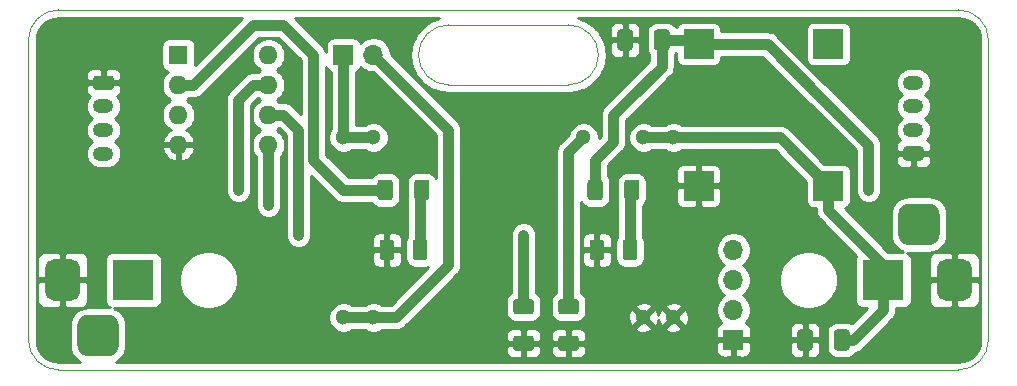
<source format=gbr>
From 40ab1463c3da0c844eedba5c5f52d5ef8af322c4 Mon Sep 17 00:00:00 2001
From: Philip Lampkin <plampkin@chem.wisc.edu>
Date: Sat, 24 Apr 2021 12:07:04 -0500
Subject: terminology update

---
 digital-driver/gerber/driver-F_Cu.gbr | 5918 ---------------------------------
 1 file changed, 5918 deletions(-)
 delete mode 100644 digital-driver/gerber/driver-F_Cu.gbr

(limited to 'digital-driver/gerber/driver-F_Cu.gbr')

diff --git a/digital-driver/gerber/driver-F_Cu.gbr b/digital-driver/gerber/driver-F_Cu.gbr
deleted file mode 100644
index 4cd31a8..0000000
--- a/digital-driver/gerber/driver-F_Cu.gbr
+++ /dev/null
@@ -1,5918 +0,0 @@
-%TF.GenerationSoftware,KiCad,Pcbnew,5.1.8+dfsg1-1+b1*%
-%TF.CreationDate,2021-03-06T12:09:01-06:00*%
-%TF.ProjectId,driver,64726976-6572-42e6-9b69-6361645f7063,B*%
-%TF.SameCoordinates,Original*%
-%TF.FileFunction,Copper,L1,Top*%
-%TF.FilePolarity,Positive*%
-%FSLAX46Y46*%
-G04 Gerber Fmt 4.6, Leading zero omitted, Abs format (unit mm)*
-G04 Created by KiCad (PCBNEW 5.1.8+dfsg1-1+b1) date 2021-03-06 12:09:01*
-%MOMM*%
-%LPD*%
-G01*
-G04 APERTURE LIST*
-%TA.AperFunction,Profile*%
-%ADD10C,0.100000*%
-%TD*%
-%TA.AperFunction,SMDPad,CuDef*%
-%ADD11R,2.500000X2.500000*%
-%TD*%
-%TA.AperFunction,ComponentPad*%
-%ADD12O,1.750000X1.200000*%
-%TD*%
-%TA.AperFunction,ComponentPad*%
-%ADD13C,1.300000*%
-%TD*%
-%TA.AperFunction,ComponentPad*%
-%ADD14R,3.500000X3.500000*%
-%TD*%
-%TA.AperFunction,ComponentPad*%
-%ADD15O,1.600000X1.600000*%
-%TD*%
-%TA.AperFunction,ComponentPad*%
-%ADD16R,1.600000X1.600000*%
-%TD*%
-%TA.AperFunction,ComponentPad*%
-%ADD17O,1.700000X1.700000*%
-%TD*%
-%TA.AperFunction,ComponentPad*%
-%ADD18R,1.700000X1.700000*%
-%TD*%
-%TA.AperFunction,ViaPad*%
-%ADD19C,0.800000*%
-%TD*%
-%TA.AperFunction,Conductor*%
-%ADD20C,0.889000*%
-%TD*%
-%TA.AperFunction,Conductor*%
-%ADD21C,0.254000*%
-%TD*%
-%TA.AperFunction,Conductor*%
-%ADD22C,0.100000*%
-%TD*%
-G04 APERTURE END LIST*
-D10*
-X121920000Y-85090000D02*
-G75*
-G02*
-X119380000Y-82550000I0J2540000D01*
-G01*
-X165100000Y-78740000D02*
-X88900000Y-78740000D01*
-X119380000Y-82550000D02*
-G75*
-G02*
-X121920000Y-80010000I2540000J0D01*
-G01*
-X132080000Y-80010000D02*
-G75*
-G02*
-X134620000Y-82550000I0J-2540000D01*
-G01*
-X134620000Y-82550000D02*
-G75*
-G02*
-X132080000Y-85090000I-2540000J0D01*
-G01*
-X132080000Y-80010000D02*
-X121920000Y-80010000D01*
-X132080000Y-85090000D02*
-X121920000Y-85090000D01*
-X165100000Y-109220000D02*
-X88900000Y-109220000D01*
-X86360000Y-81280000D02*
-X86360000Y-106680000D01*
-X167640000Y-106680000D02*
-X167640000Y-81280000D01*
-X86360000Y-81280000D02*
-G75*
-G02*
-X88900000Y-78740000I2540000J0D01*
-G01*
-X88900000Y-109220000D02*
-G75*
-G02*
-X86360000Y-106680000I0J2540000D01*
-G01*
-X167640000Y-106680000D02*
-G75*
-G02*
-X165100000Y-109220000I-2540000J0D01*
-G01*
-X165100000Y-78740000D02*
-G75*
-G02*
-X167640000Y-81280000I0J-2540000D01*
-G01*
-D11*
-%TO.P,PS1,4*%
-%TO.N,N/C*%
-X154090000Y-81630000D03*
-%TO.P,PS1,3*%
-%TO.N,+5V*%
-X143090000Y-81630000D03*
-%TO.P,PS1,2*%
-%TO.N,GND*%
-X143090000Y-93630000D03*
-%TO.P,PS1,1*%
-%TO.N,+12V*%
-X154090000Y-93630000D03*
-%TD*%
-%TO.P,R7,2*%
-%TO.N,GND*%
-%TA.AperFunction,SMDPad,CuDef*%
-G36*
-G01*
-X127645000Y-106310000D02*
-X128895000Y-106310000D01*
-G75*
-G02*
-X129145000Y-106560000I0J-250000D01*
-G01*
-X129145000Y-107360000D01*
-G75*
-G02*
-X128895000Y-107610000I-250000J0D01*
-G01*
-X127645000Y-107610000D01*
-G75*
-G02*
-X127395000Y-107360000I0J250000D01*
-G01*
-X127395000Y-106560000D01*
-G75*
-G02*
-X127645000Y-106310000I250000J0D01*
-G01*
-G37*
-%TD.AperFunction*%
-%TO.P,R7,1*%
-%TO.N,PWM_FAN*%
-%TA.AperFunction,SMDPad,CuDef*%
-G36*
-G01*
-X127645000Y-103210000D02*
-X128895000Y-103210000D01*
-G75*
-G02*
-X129145000Y-103460000I0J-250000D01*
-G01*
-X129145000Y-104260000D01*
-G75*
-G02*
-X128895000Y-104510000I-250000J0D01*
-G01*
-X127645000Y-104510000D01*
-G75*
-G02*
-X127395000Y-104260000I0J250000D01*
-G01*
-X127395000Y-103460000D01*
-G75*
-G02*
-X127645000Y-103210000I250000J0D01*
-G01*
-G37*
-%TD.AperFunction*%
-%TD*%
-%TO.P,R6,2*%
-%TO.N,GND*%
-%TA.AperFunction,SMDPad,CuDef*%
-G36*
-G01*
-X131455000Y-106310000D02*
-X132705000Y-106310000D01*
-G75*
-G02*
-X132955000Y-106560000I0J-250000D01*
-G01*
-X132955000Y-107360000D01*
-G75*
-G02*
-X132705000Y-107610000I-250000J0D01*
-G01*
-X131455000Y-107610000D01*
-G75*
-G02*
-X131205000Y-107360000I0J250000D01*
-G01*
-X131205000Y-106560000D01*
-G75*
-G02*
-X131455000Y-106310000I250000J0D01*
-G01*
-G37*
-%TD.AperFunction*%
-%TO.P,R6,1*%
-%TO.N,PWM_LED*%
-%TA.AperFunction,SMDPad,CuDef*%
-G36*
-G01*
-X131455000Y-103210000D02*
-X132705000Y-103210000D01*
-G75*
-G02*
-X132955000Y-103460000I0J-250000D01*
-G01*
-X132955000Y-104260000D01*
-G75*
-G02*
-X132705000Y-104510000I-250000J0D01*
-G01*
-X131455000Y-104510000D01*
-G75*
-G02*
-X131205000Y-104260000I0J250000D01*
-G01*
-X131205000Y-103460000D01*
-G75*
-G02*
-X131455000Y-103210000I250000J0D01*
-G01*
-G37*
-%TD.AperFunction*%
-%TD*%
-D12*
-%TO.P,J1,4*%
-%TO.N,SCL*%
-X161290000Y-84900000D03*
-%TO.P,J1,3*%
-%TO.N,SDA*%
-X161290000Y-86900000D03*
-%TO.P,J1,2*%
-%TO.N,Net-(J1-Pad2)*%
-X161290000Y-88900000D03*
-%TO.P,J1,1*%
-%TO.N,GND*%
-%TA.AperFunction,ComponentPad*%
-G36*
-G01*
-X161915001Y-91500000D02*
-X160664999Y-91500000D01*
-G75*
-G02*
-X160415000Y-91250001I0J249999D01*
-G01*
-X160415000Y-90549999D01*
-G75*
-G02*
-X160664999Y-90300000I249999J0D01*
-G01*
-X161915001Y-90300000D01*
-G75*
-G02*
-X162165000Y-90549999I0J-249999D01*
-G01*
-X162165000Y-91250001D01*
-G75*
-G02*
-X161915001Y-91500000I-249999J0D01*
-G01*
-G37*
-%TD.AperFunction*%
-%TD*%
-%TO.P,R5,2*%
-%TO.N,Net-(D1-Pad2)*%
-%TA.AperFunction,SMDPad,CuDef*%
-G36*
-G01*
-X136790000Y-94605001D02*
-X136790000Y-93354999D01*
-G75*
-G02*
-X137039999Y-93105000I249999J0D01*
-G01*
-X137840001Y-93105000D01*
-G75*
-G02*
-X138090000Y-93354999I0J-249999D01*
-G01*
-X138090000Y-94605001D01*
-G75*
-G02*
-X137840001Y-94855000I-249999J0D01*
-G01*
-X137039999Y-94855000D01*
-G75*
-G02*
-X136790000Y-94605001I0J249999D01*
-G01*
-G37*
-%TD.AperFunction*%
-%TO.P,R5,1*%
-%TO.N,+5V*%
-%TA.AperFunction,SMDPad,CuDef*%
-G36*
-G01*
-X133690000Y-94605001D02*
-X133690000Y-93354999D01*
-G75*
-G02*
-X133939999Y-93105000I249999J0D01*
-G01*
-X134740001Y-93105000D01*
-G75*
-G02*
-X134990000Y-93354999I0J-249999D01*
-G01*
-X134990000Y-94605001D01*
-G75*
-G02*
-X134740001Y-94855000I-249999J0D01*
-G01*
-X133939999Y-94855000D01*
-G75*
-G02*
-X133690000Y-94605001I0J249999D01*
-G01*
-G37*
-%TD.AperFunction*%
-%TD*%
-%TO.P,R2,2*%
-%TO.N,Net-(D2-Pad2)*%
-%TA.AperFunction,SMDPad,CuDef*%
-G36*
-G01*
-X119010000Y-94605001D02*
-X119010000Y-93354999D01*
-G75*
-G02*
-X119259999Y-93105000I249999J0D01*
-G01*
-X120060001Y-93105000D01*
-G75*
-G02*
-X120310000Y-93354999I0J-249999D01*
-G01*
-X120310000Y-94605001D01*
-G75*
-G02*
-X120060001Y-94855000I-249999J0D01*
-G01*
-X119259999Y-94855000D01*
-G75*
-G02*
-X119010000Y-94605001I0J249999D01*
-G01*
-G37*
-%TD.AperFunction*%
-%TO.P,R2,1*%
-%TO.N,INDICATOR*%
-%TA.AperFunction,SMDPad,CuDef*%
-G36*
-G01*
-X115910000Y-94605001D02*
-X115910000Y-93354999D01*
-G75*
-G02*
-X116159999Y-93105000I249999J0D01*
-G01*
-X116960001Y-93105000D01*
-G75*
-G02*
-X117210000Y-93354999I0J-249999D01*
-G01*
-X117210000Y-94605001D01*
-G75*
-G02*
-X116960001Y-94855000I-249999J0D01*
-G01*
-X116159999Y-94855000D01*
-G75*
-G02*
-X115910000Y-94605001I0J249999D01*
-G01*
-G37*
-%TD.AperFunction*%
-%TD*%
-%TO.P,C3,2*%
-%TO.N,GND*%
-%TA.AperFunction,SMDPad,CuDef*%
-G36*
-G01*
-X137530000Y-80629998D02*
-X137530000Y-81930002D01*
-G75*
-G02*
-X137280002Y-82180000I-249998J0D01*
-G01*
-X136454998Y-82180000D01*
-G75*
-G02*
-X136205000Y-81930002I0J249998D01*
-G01*
-X136205000Y-80629998D01*
-G75*
-G02*
-X136454998Y-80380000I249998J0D01*
-G01*
-X137280002Y-80380000D01*
-G75*
-G02*
-X137530000Y-80629998I0J-249998D01*
-G01*
-G37*
-%TD.AperFunction*%
-%TO.P,C3,1*%
-%TO.N,+5V*%
-%TA.AperFunction,SMDPad,CuDef*%
-G36*
-G01*
-X140655000Y-80629998D02*
-X140655000Y-81930002D01*
-G75*
-G02*
-X140405002Y-82180000I-249998J0D01*
-G01*
-X139579998Y-82180000D01*
-G75*
-G02*
-X139330000Y-81930002I0J249998D01*
-G01*
-X139330000Y-80629998D01*
-G75*
-G02*
-X139579998Y-80380000I249998J0D01*
-G01*
-X140405002Y-80380000D01*
-G75*
-G02*
-X140655000Y-80629998I0J-249998D01*
-G01*
-G37*
-%TD.AperFunction*%
-%TD*%
-%TO.P,C2,2*%
-%TO.N,+12V*%
-%TA.AperFunction,SMDPad,CuDef*%
-G36*
-G01*
-X154570000Y-107330002D02*
-X154570000Y-106029998D01*
-G75*
-G02*
-X154819998Y-105780000I249998J0D01*
-G01*
-X155645002Y-105780000D01*
-G75*
-G02*
-X155895000Y-106029998I0J-249998D01*
-G01*
-X155895000Y-107330002D01*
-G75*
-G02*
-X155645002Y-107580000I-249998J0D01*
-G01*
-X154819998Y-107580000D01*
-G75*
-G02*
-X154570000Y-107330002I0J249998D01*
-G01*
-G37*
-%TD.AperFunction*%
-%TO.P,C2,1*%
-%TO.N,GND*%
-%TA.AperFunction,SMDPad,CuDef*%
-G36*
-G01*
-X151445000Y-107330002D02*
-X151445000Y-106029998D01*
-G75*
-G02*
-X151694998Y-105780000I249998J0D01*
-G01*
-X152520002Y-105780000D01*
-G75*
-G02*
-X152770000Y-106029998I0J-249998D01*
-G01*
-X152770000Y-107330002D01*
-G75*
-G02*
-X152520002Y-107580000I-249998J0D01*
-G01*
-X151694998Y-107580000D01*
-G75*
-G02*
-X151445000Y-107330002I0J249998D01*
-G01*
-G37*
-%TD.AperFunction*%
-%TD*%
-%TO.P,D1,2*%
-%TO.N,Net-(D1-Pad2)*%
-%TA.AperFunction,SMDPad,CuDef*%
-G36*
-G01*
-X136665000Y-99685000D02*
-X136665000Y-98435000D01*
-G75*
-G02*
-X136915000Y-98185000I250000J0D01*
-G01*
-X137665000Y-98185000D01*
-G75*
-G02*
-X137915000Y-98435000I0J-250000D01*
-G01*
-X137915000Y-99685000D01*
-G75*
-G02*
-X137665000Y-99935000I-250000J0D01*
-G01*
-X136915000Y-99935000D01*
-G75*
-G02*
-X136665000Y-99685000I0J250000D01*
-G01*
-G37*
-%TD.AperFunction*%
-%TO.P,D1,1*%
-%TO.N,GND*%
-%TA.AperFunction,SMDPad,CuDef*%
-G36*
-G01*
-X133865000Y-99685000D02*
-X133865000Y-98435000D01*
-G75*
-G02*
-X134115000Y-98185000I250000J0D01*
-G01*
-X134865000Y-98185000D01*
-G75*
-G02*
-X135115000Y-98435000I0J-250000D01*
-G01*
-X135115000Y-99685000D01*
-G75*
-G02*
-X134865000Y-99935000I-250000J0D01*
-G01*
-X134115000Y-99935000D01*
-G75*
-G02*
-X133865000Y-99685000I0J250000D01*
-G01*
-G37*
-%TD.AperFunction*%
-%TD*%
-D13*
-%TO.P,U2,24*%
-%TO.N,+12V*%
-X140970000Y-89535000D03*
-%TO.P,U2,23*%
-X138430000Y-89535000D03*
-%TO.P,U2,21*%
-%TO.N,PWM_LED*%
-X133350000Y-89535000D03*
-%TO.P,U2,14*%
-%TO.N,Net-(J7-Pad1)*%
-X115570000Y-89535000D03*
-%TO.P,U2,13*%
-X113030000Y-89535000D03*
-%TO.P,U2,12*%
-%TO.N,Net-(J7-Pad2)*%
-X113030000Y-104775000D03*
-%TO.P,U2,11*%
-X115570000Y-104775000D03*
-%TO.P,U2,2*%
-%TO.N,GND*%
-X138430000Y-104775000D03*
-%TO.P,U2,1*%
-X140970000Y-104775000D03*
-%TD*%
-D14*
-%TO.P,J4,1*%
-%TO.N,+12V*%
-X95250000Y-101600000D03*
-%TO.P,J4,2*%
-%TO.N,GND*%
-%TA.AperFunction,ComponentPad*%
-G36*
-G01*
-X87750000Y-102600000D02*
-X87750000Y-100600000D01*
-G75*
-G02*
-X88500000Y-99850000I750000J0D01*
-G01*
-X90000000Y-99850000D01*
-G75*
-G02*
-X90750000Y-100600000I0J-750000D01*
-G01*
-X90750000Y-102600000D01*
-G75*
-G02*
-X90000000Y-103350000I-750000J0D01*
-G01*
-X88500000Y-103350000D01*
-G75*
-G02*
-X87750000Y-102600000I0J750000D01*
-G01*
-G37*
-%TD.AperFunction*%
-%TO.P,J4,3*%
-%TO.N,N/C*%
-%TA.AperFunction,ComponentPad*%
-G36*
-G01*
-X90500000Y-107175000D02*
-X90500000Y-105425000D01*
-G75*
-G02*
-X91375000Y-104550000I875000J0D01*
-G01*
-X93125000Y-104550000D01*
-G75*
-G02*
-X94000000Y-105425000I0J-875000D01*
-G01*
-X94000000Y-107175000D01*
-G75*
-G02*
-X93125000Y-108050000I-875000J0D01*
-G01*
-X91375000Y-108050000D01*
-G75*
-G02*
-X90500000Y-107175000I0J875000D01*
-G01*
-G37*
-%TD.AperFunction*%
-%TD*%
-%TO.P,J3,3*%
-%TO.N,N/C*%
-%TA.AperFunction,ComponentPad*%
-G36*
-G01*
-X163500000Y-96025000D02*
-X163500000Y-97775000D01*
-G75*
-G02*
-X162625000Y-98650000I-875000J0D01*
-G01*
-X160875000Y-98650000D01*
-G75*
-G02*
-X160000000Y-97775000I0J875000D01*
-G01*
-X160000000Y-96025000D01*
-G75*
-G02*
-X160875000Y-95150000I875000J0D01*
-G01*
-X162625000Y-95150000D01*
-G75*
-G02*
-X163500000Y-96025000I0J-875000D01*
-G01*
-G37*
-%TD.AperFunction*%
-%TO.P,J3,2*%
-%TO.N,GND*%
-%TA.AperFunction,ComponentPad*%
-G36*
-G01*
-X166250000Y-100600000D02*
-X166250000Y-102600000D01*
-G75*
-G02*
-X165500000Y-103350000I-750000J0D01*
-G01*
-X164000000Y-103350000D01*
-G75*
-G02*
-X163250000Y-102600000I0J750000D01*
-G01*
-X163250000Y-100600000D01*
-G75*
-G02*
-X164000000Y-99850000I750000J0D01*
-G01*
-X165500000Y-99850000D01*
-G75*
-G02*
-X166250000Y-100600000I0J-750000D01*
-G01*
-G37*
-%TD.AperFunction*%
-%TO.P,J3,1*%
-%TO.N,+12V*%
-X158750000Y-101600000D03*
-%TD*%
-%TO.P,D2,2*%
-%TO.N,Net-(D2-Pad2)*%
-%TA.AperFunction,SMDPad,CuDef*%
-G36*
-G01*
-X118885000Y-99685000D02*
-X118885000Y-98435000D01*
-G75*
-G02*
-X119135000Y-98185000I250000J0D01*
-G01*
-X119885000Y-98185000D01*
-G75*
-G02*
-X120135000Y-98435000I0J-250000D01*
-G01*
-X120135000Y-99685000D01*
-G75*
-G02*
-X119885000Y-99935000I-250000J0D01*
-G01*
-X119135000Y-99935000D01*
-G75*
-G02*
-X118885000Y-99685000I0J250000D01*
-G01*
-G37*
-%TD.AperFunction*%
-%TO.P,D2,1*%
-%TO.N,GND*%
-%TA.AperFunction,SMDPad,CuDef*%
-G36*
-G01*
-X116085000Y-99685000D02*
-X116085000Y-98435000D01*
-G75*
-G02*
-X116335000Y-98185000I250000J0D01*
-G01*
-X117085000Y-98185000D01*
-G75*
-G02*
-X117335000Y-98435000I0J-250000D01*
-G01*
-X117335000Y-99685000D01*
-G75*
-G02*
-X117085000Y-99935000I-250000J0D01*
-G01*
-X116335000Y-99935000D01*
-G75*
-G02*
-X116085000Y-99685000I0J250000D01*
-G01*
-G37*
-%TD.AperFunction*%
-%TD*%
-D12*
-%TO.P,J2,4*%
-%TO.N,SCL*%
-X92710000Y-90900000D03*
-%TO.P,J2,3*%
-%TO.N,SDA*%
-X92710000Y-88900000D03*
-%TO.P,J2,2*%
-%TO.N,Net-(J1-Pad2)*%
-X92710000Y-86900000D03*
-%TO.P,J2,1*%
-%TO.N,GND*%
-%TA.AperFunction,ComponentPad*%
-G36*
-G01*
-X92084999Y-84300000D02*
-X93335001Y-84300000D01*
-G75*
-G02*
-X93585000Y-84549999I0J-249999D01*
-G01*
-X93585000Y-85250001D01*
-G75*
-G02*
-X93335001Y-85500000I-249999J0D01*
-G01*
-X92084999Y-85500000D01*
-G75*
-G02*
-X91835000Y-85250001I0J249999D01*
-G01*
-X91835000Y-84549999D01*
-G75*
-G02*
-X92084999Y-84300000I249999J0D01*
-G01*
-G37*
-%TD.AperFunction*%
-%TD*%
-D15*
-%TO.P,U1,8*%
-%TO.N,+5V*%
-X106680000Y-82550000D03*
-%TO.P,U1,4*%
-%TO.N,GND*%
-X99060000Y-90170000D03*
-%TO.P,U1,7*%
-%TO.N,SCL*%
-X106680000Y-85090000D03*
-%TO.P,U1,3*%
-%TO.N,PWM_LED*%
-X99060000Y-87630000D03*
-%TO.P,U1,6*%
-%TO.N,PWM_FAN*%
-X106680000Y-87630000D03*
-%TO.P,U1,2*%
-%TO.N,INDICATOR*%
-X99060000Y-85090000D03*
-%TO.P,U1,5*%
-%TO.N,SDA*%
-X106680000Y-90170000D03*
-D16*
-%TO.P,U1,1*%
-%TO.N,Net-(R3-Pad2)*%
-X99060000Y-82550000D03*
-%TD*%
-D17*
-%TO.P,J5,4*%
-%TO.N,PWM_FAN*%
-X146050000Y-99060000D03*
-%TO.P,J5,3*%
-%TO.N,N/C*%
-X146050000Y-101600000D03*
-%TO.P,J5,2*%
-%TO.N,+12V*%
-X146050000Y-104140000D03*
-D18*
-%TO.P,J5,1*%
-%TO.N,GND*%
-X146050000Y-106680000D03*
-%TD*%
-%TO.P,J7,1*%
-%TO.N,Net-(J7-Pad1)*%
-X113030000Y-82550000D03*
-D17*
-%TO.P,J7,2*%
-%TO.N,Net-(J7-Pad2)*%
-X115570000Y-82550000D03*
-%TD*%
-D19*
-%TO.N,+5V*%
-X135890000Y-87630000D03*
-X157480000Y-93980000D03*
-X153670000Y-86360000D03*
-%TO.N,SDA*%
-X106679980Y-95250020D03*
-%TO.N,SCL*%
-X104139990Y-93980010D03*
-%TO.N,PWM_FAN*%
-X109220040Y-97790040D03*
-X128269960Y-97790040D03*
-%TD*%
-D20*
-%TO.N,+12V*%
-X158750000Y-101600000D02*
-X158750000Y-102870000D01*
-X155232500Y-106680000D02*
-X156210000Y-106680000D01*
-X158750000Y-104140000D02*
-X158750000Y-101600000D01*
-X156210000Y-106680000D02*
-X158750000Y-104140000D01*
-X154090000Y-93630000D02*
-X154090000Y-95670000D01*
-X158750000Y-100330000D02*
-X158750000Y-101600000D01*
-X154090000Y-95670000D02*
-X158750000Y-100330000D01*
-X138430000Y-89535000D02*
-X140970000Y-89535000D01*
-X149995000Y-89535000D02*
-X154090000Y-93630000D01*
-X140970000Y-89535000D02*
-X149995000Y-89535000D01*
-%TO.N,+5V*%
-X142740000Y-81280000D02*
-X143090000Y-81630000D01*
-X139992500Y-81280000D02*
-X142740000Y-81280000D01*
-X139992500Y-83527500D02*
-X139992500Y-81280000D01*
-X135890000Y-89891258D02*
-X135890000Y-87630000D01*
-X134340000Y-91441258D02*
-X135890000Y-89891258D01*
-X134340000Y-93980000D02*
-X134340000Y-91441258D01*
-X135890000Y-87630000D02*
-X137160000Y-86360000D01*
-X137160000Y-86360000D02*
-X139992500Y-83527500D01*
-X143090000Y-81630000D02*
-X148940000Y-81630000D01*
-X157480000Y-90170000D02*
-X157480000Y-93980000D01*
-X153670000Y-86360000D02*
-X157480000Y-90170000D01*
-X148940000Y-81630000D02*
-X153670000Y-86360000D01*
-%TO.N,SDA*%
-X106680000Y-95250000D02*
-X106679980Y-95250020D01*
-X106680000Y-90170000D02*
-X106680000Y-95250000D01*
-%TO.N,SCL*%
-X104139990Y-86360010D02*
-X104139990Y-93980010D01*
-X105410000Y-85090000D02*
-X104139990Y-86360010D01*
-X106680000Y-85090000D02*
-X105410000Y-85090000D01*
-%TO.N,PWM_LED*%
-X132080000Y-90805000D02*
-X133350000Y-89535000D01*
-X132080000Y-103860000D02*
-X132080000Y-90805000D01*
-%TO.N,PWM_FAN*%
-X106680000Y-87630000D02*
-X107950000Y-87630000D01*
-X109219990Y-97789990D02*
-X109220040Y-97790040D01*
-X109219990Y-88899990D02*
-X109219990Y-97789990D01*
-X107950000Y-87630000D02*
-X109219990Y-88899990D01*
-X128270000Y-103860000D02*
-X128270000Y-97790080D01*
-X128270000Y-97790080D02*
-X128269960Y-97790040D01*
-%TO.N,INDICATOR*%
-X100330000Y-85090000D02*
-X99060000Y-85090000D01*
-X105410000Y-80010000D02*
-X100330000Y-85090000D01*
-X107950000Y-80010000D02*
-X105410000Y-80010000D01*
-X110490000Y-91440000D02*
-X110490000Y-82550000D01*
-X113030000Y-93980000D02*
-X110490000Y-91440000D01*
-X110490000Y-82550000D02*
-X107950000Y-80010000D01*
-X116560000Y-93980000D02*
-X113030000Y-93980000D01*
-%TO.N,Net-(D1-Pad2)*%
-X137290000Y-94130000D02*
-X137440000Y-93980000D01*
-X137290000Y-99060000D02*
-X137290000Y-94130000D01*
-%TO.N,Net-(D2-Pad2)*%
-X119510000Y-94130000D02*
-X119660000Y-93980000D01*
-X119510000Y-99060000D02*
-X119510000Y-94130000D01*
-%TO.N,Net-(J7-Pad1)*%
-X115570000Y-89535000D02*
-X113030000Y-89535000D01*
-X113030000Y-82550000D02*
-X113030000Y-89535000D01*
-%TO.N,Net-(J7-Pad2)*%
-X115570000Y-82550000D02*
-X121920000Y-88900000D01*
-X121920000Y-88900000D02*
-X121920000Y-100330000D01*
-X117475000Y-104775000D02*
-X121920000Y-100330000D01*
-X113030000Y-104775000D02*
-X117475000Y-104775000D01*
-%TD*%
-D21*
-%TO.N,GND*%
-X100493125Y-83400233D02*
-X100498072Y-83350000D01*
-X100498072Y-81750000D01*
-X100485812Y-81625518D01*
-X100449502Y-81505820D01*
-X100390537Y-81395506D01*
-X100311185Y-81298815D01*
-X100214494Y-81219463D01*
-X100104180Y-81160498D01*
-X99984482Y-81124188D01*
-X99860000Y-81111928D01*
-X98260000Y-81111928D01*
-X98135518Y-81124188D01*
-X98015820Y-81160498D01*
-X97905506Y-81219463D01*
-X97808815Y-81298815D01*
-X97729463Y-81395506D01*
-X97670498Y-81505820D01*
-X97634188Y-81625518D01*
-X97621928Y-81750000D01*
-X97621928Y-83350000D01*
-X97634188Y-83474482D01*
-X97670498Y-83594180D01*
-X97729463Y-83704494D01*
-X97808815Y-83801185D01*
-X97905506Y-83880537D01*
-X98015820Y-83939502D01*
-X98135518Y-83975812D01*
-X98143961Y-83976643D01*
-X97945363Y-84175241D01*
-X97788320Y-84410273D01*
-X97680147Y-84671426D01*
-X97625000Y-84948665D01*
-X97625000Y-85231335D01*
-X97680147Y-85508574D01*
-X97788320Y-85769727D01*
-X97945363Y-86004759D01*
-X98145241Y-86204637D01*
-X98377759Y-86360000D01*
-X98145241Y-86515363D01*
-X97945363Y-86715241D01*
-X97788320Y-86950273D01*
-X97680147Y-87211426D01*
-X97625000Y-87488665D01*
-X97625000Y-87771335D01*
-X97680147Y-88048574D01*
-X97788320Y-88309727D01*
-X97945363Y-88544759D01*
-X98145241Y-88744637D01*
-X98380273Y-88901680D01*
-X98390865Y-88906067D01*
-X98204869Y-89017615D01*
-X97996481Y-89206586D01*
-X97828963Y-89432580D01*
-X97708754Y-89686913D01*
-X97668096Y-89820961D01*
-X97790085Y-90043000D01*
-X98933000Y-90043000D01*
-X98933000Y-90023000D01*
-X99187000Y-90023000D01*
-X99187000Y-90043000D01*
-X100329915Y-90043000D01*
-X100451904Y-89820961D01*
-X100411246Y-89686913D01*
-X100291037Y-89432580D01*
-X100123519Y-89206586D01*
-X99915131Y-89017615D01*
-X99729135Y-88906067D01*
-X99739727Y-88901680D01*
-X99974759Y-88744637D01*
-X100174637Y-88544759D01*
-X100331680Y-88309727D01*
-X100439853Y-88048574D01*
-X100495000Y-87771335D01*
-X100495000Y-87488665D01*
-X100439853Y-87211426D01*
-X100331680Y-86950273D01*
-X100174637Y-86715241D01*
-X99974759Y-86515363D01*
-X99742241Y-86360000D01*
-X99974759Y-86204637D01*
-X100009896Y-86169500D01*
-X100276971Y-86169500D01*
-X100330000Y-86174723D01*
-X100383029Y-86169500D01*
-X100541619Y-86153880D01*
-X100745106Y-86092153D01*
-X100932640Y-85991914D01*
-X101097015Y-85857015D01*
-X101130827Y-85815815D01*
-X105857144Y-81089500D01*
-X107502858Y-81089500D01*
-X109410501Y-82997144D01*
-X109410500Y-87563858D01*
-X108750826Y-86904184D01*
-X108717015Y-86862985D01*
-X108552640Y-86728086D01*
-X108365106Y-86627847D01*
-X108161619Y-86566120D01*
-X108003029Y-86550500D01*
-X107950000Y-86545277D01*
-X107896971Y-86550500D01*
-X107629896Y-86550500D01*
-X107594759Y-86515363D01*
-X107362241Y-86360000D01*
-X107594759Y-86204637D01*
-X107794637Y-86004759D01*
-X107951680Y-85769727D01*
-X108059853Y-85508574D01*
-X108115000Y-85231335D01*
-X108115000Y-84948665D01*
-X108059853Y-84671426D01*
-X107951680Y-84410273D01*
-X107794637Y-84175241D01*
-X107594759Y-83975363D01*
-X107362241Y-83820000D01*
-X107594759Y-83664637D01*
-X107794637Y-83464759D01*
-X107951680Y-83229727D01*
-X108059853Y-82968574D01*
-X108115000Y-82691335D01*
-X108115000Y-82408665D01*
-X108059853Y-82131426D01*
-X107951680Y-81870273D01*
-X107794637Y-81635241D01*
-X107594759Y-81435363D01*
-X107359727Y-81278320D01*
-X107098574Y-81170147D01*
-X106821335Y-81115000D01*
-X106538665Y-81115000D01*
-X106261426Y-81170147D01*
-X106000273Y-81278320D01*
-X105765241Y-81435363D01*
-X105565363Y-81635241D01*
-X105408320Y-81870273D01*
-X105300147Y-82131426D01*
-X105245000Y-82408665D01*
-X105245000Y-82691335D01*
-X105300147Y-82968574D01*
-X105408320Y-83229727D01*
-X105565363Y-83464759D01*
-X105765241Y-83664637D01*
-X105997759Y-83820000D01*
-X105765241Y-83975363D01*
-X105730104Y-84010500D01*
-X105463021Y-84010500D01*
-X105409999Y-84005278D01*
-X105356978Y-84010500D01*
-X105356971Y-84010500D01*
-X105198381Y-84026120D01*
-X104994894Y-84087847D01*
-X104807360Y-84188086D01*
-X104642985Y-84322985D01*
-X104609178Y-84364179D01*
-X103414176Y-85559182D01*
-X103372975Y-85592995D01*
-X103238076Y-85757370D01*
-X103137837Y-85944905D01*
-X103111861Y-86030537D01*
-X103076110Y-86148392D01*
-X103055267Y-86360010D01*
-X103060490Y-86413039D01*
-X103060491Y-94033039D01*
-X103076111Y-94191629D01*
-X103137838Y-94395116D01*
-X103238077Y-94582650D01*
-X103372976Y-94747025D01*
-X103537351Y-94881924D01*
-X103724885Y-94982163D01*
-X103928372Y-95043890D01*
-X104139990Y-95064733D01*
-X104351609Y-95043890D01*
-X104555096Y-94982163D01*
-X104742630Y-94881924D01*
-X104907005Y-94747025D01*
-X105041904Y-94582650D01*
-X105142143Y-94395116D01*
-X105203870Y-94191629D01*
-X105219490Y-94033039D01*
-X105219490Y-86807152D01*
-X105799269Y-86227374D01*
-X105997759Y-86360000D01*
-X105765241Y-86515363D01*
-X105565363Y-86715241D01*
-X105408320Y-86950273D01*
-X105300147Y-87211426D01*
-X105245000Y-87488665D01*
-X105245000Y-87771335D01*
-X105300147Y-88048574D01*
-X105408320Y-88309727D01*
-X105565363Y-88544759D01*
-X105765241Y-88744637D01*
-X105997759Y-88900000D01*
-X105765241Y-89055363D01*
-X105565363Y-89255241D01*
-X105408320Y-89490273D01*
-X105300147Y-89751426D01*
-X105245000Y-90028665D01*
-X105245000Y-90311335D01*
-X105300147Y-90588574D01*
-X105408320Y-90849727D01*
-X105565363Y-91084759D01*
-X105600500Y-91119896D01*
-X105600501Y-95196778D01*
-X105595257Y-95250020D01*
-X105616100Y-95461638D01*
-X105677827Y-95665124D01*
-X105778067Y-95852659D01*
-X105912966Y-96017034D01*
-X106077341Y-96151933D01*
-X106264876Y-96252173D01*
-X106468362Y-96313900D01*
-X106679980Y-96334743D01*
-X106891598Y-96313900D01*
-X107095084Y-96252173D01*
-X107282619Y-96151933D01*
-X107405804Y-96050838D01*
-X107405815Y-96050827D01*
-X107447015Y-96017015D01*
-X107581914Y-95852640D01*
-X107682153Y-95665106D01*
-X107743880Y-95461619D01*
-X107759500Y-95303029D01*
-X107759500Y-95303022D01*
-X107764722Y-95250001D01*
-X107759500Y-95196979D01*
-X107759500Y-91119896D01*
-X107794637Y-91084759D01*
-X107951680Y-90849727D01*
-X108059853Y-90588574D01*
-X108115000Y-90311335D01*
-X108115000Y-90028665D01*
-X108059853Y-89751426D01*
-X107951680Y-89490273D01*
-X107794637Y-89255241D01*
-X107594759Y-89055363D01*
-X107362241Y-88900000D01*
-X107560731Y-88767374D01*
-X108140490Y-89347133D01*
-X108140491Y-97736951D01*
-X108135267Y-97789990D01*
-X108156110Y-98001608D01*
-X108211742Y-98185000D01*
-X108217838Y-98205096D01*
-X108318077Y-98392630D01*
-X108452976Y-98557005D01*
-X108494165Y-98590808D01*
-X108494216Y-98590859D01*
-X108617401Y-98691954D01*
-X108804936Y-98792193D01*
-X109008422Y-98853920D01*
-X109220040Y-98874763D01*
-X109431658Y-98853920D01*
-X109635145Y-98792193D01*
-X109822679Y-98691954D01*
-X109987055Y-98557055D01*
-X110121954Y-98392679D01*
-X110222193Y-98205145D01*
-X110228303Y-98185000D01*
-X115446928Y-98185000D01*
-X115450000Y-98774250D01*
-X115608750Y-98933000D01*
-X116583000Y-98933000D01*
-X116583000Y-97708750D01*
-X116837000Y-97708750D01*
-X116837000Y-98933000D01*
-X117811250Y-98933000D01*
-X117970000Y-98774250D01*
-X117973072Y-98185000D01*
-X117960812Y-98060518D01*
-X117924502Y-97940820D01*
-X117865537Y-97830506D01*
-X117786185Y-97733815D01*
-X117689494Y-97654463D01*
-X117579180Y-97595498D01*
-X117459482Y-97559188D01*
-X117335000Y-97546928D01*
-X116995750Y-97550000D01*
-X116837000Y-97708750D01*
-X116583000Y-97708750D01*
-X116424250Y-97550000D01*
-X116085000Y-97546928D01*
-X115960518Y-97559188D01*
-X115840820Y-97595498D01*
-X115730506Y-97654463D01*
-X115633815Y-97733815D01*
-X115554463Y-97830506D01*
-X115495498Y-97940820D01*
-X115459188Y-98060518D01*
-X115446928Y-98185000D01*
-X110228303Y-98185000D01*
-X110283920Y-98001658D01*
-X110304763Y-97790040D01*
-X110299490Y-97736503D01*
-X110299490Y-92776132D01*
-X112229178Y-94705821D01*
-X112262985Y-94747015D01*
-X112427360Y-94881914D01*
-X112614894Y-94982153D01*
-X112818381Y-95043880D01*
-X112976971Y-95059500D01*
-X112976978Y-95059500D01*
-X113029999Y-95064722D01*
-X113083021Y-95059500D01*
-X115400809Y-95059500D01*
-X115421595Y-95098387D01*
-X115532038Y-95232962D01*
-X115666613Y-95343405D01*
-X115820149Y-95425472D01*
-X115986745Y-95476008D01*
-X116159999Y-95493072D01*
-X116960001Y-95493072D01*
-X117133255Y-95476008D01*
-X117299851Y-95425472D01*
-X117453387Y-95343405D01*
-X117587962Y-95232962D01*
-X117698405Y-95098387D01*
-X117780472Y-94944851D01*
-X117831008Y-94778255D01*
-X117848072Y-94605001D01*
-X117848072Y-93354999D01*
-X117831008Y-93181745D01*
-X117780472Y-93015149D01*
-X117698405Y-92861613D01*
-X117587962Y-92727038D01*
-X117453387Y-92616595D01*
-X117299851Y-92534528D01*
-X117133255Y-92483992D01*
-X116960001Y-92466928D01*
-X116159999Y-92466928D01*
-X115986745Y-92483992D01*
-X115820149Y-92534528D01*
-X115666613Y-92616595D01*
-X115532038Y-92727038D01*
-X115421595Y-92861613D01*
-X115400809Y-92900500D01*
-X113477143Y-92900500D01*
-X111569500Y-90992858D01*
-X111569500Y-83574959D01*
-X111590498Y-83644180D01*
-X111649463Y-83754494D01*
-X111728815Y-83851185D01*
-X111825506Y-83930537D01*
-X111935820Y-83989502D01*
-X111950500Y-83993955D01*
-X111950501Y-88837645D01*
-X111891247Y-88926324D01*
-X111794381Y-89160179D01*
-X111745000Y-89408439D01*
-X111745000Y-89661561D01*
-X111794381Y-89909821D01*
-X111891247Y-90143676D01*
-X112031875Y-90354140D01*
-X112210860Y-90533125D01*
-X112421324Y-90673753D01*
-X112655179Y-90770619D01*
-X112903439Y-90820000D01*
-X113156561Y-90820000D01*
-X113404821Y-90770619D01*
-X113638676Y-90673753D01*
-X113727354Y-90614500D01*
-X114872646Y-90614500D01*
-X114961324Y-90673753D01*
-X115195179Y-90770619D01*
-X115443439Y-90820000D01*
-X115696561Y-90820000D01*
-X115944821Y-90770619D01*
-X116178676Y-90673753D01*
-X116389140Y-90533125D01*
-X116568125Y-90354140D01*
-X116708753Y-90143676D01*
-X116805619Y-89909821D01*
-X116855000Y-89661561D01*
-X116855000Y-89408439D01*
-X116805619Y-89160179D01*
-X116708753Y-88926324D01*
-X116568125Y-88715860D01*
-X116389140Y-88536875D01*
-X116178676Y-88396247D01*
-X115944821Y-88299381D01*
-X115696561Y-88250000D01*
-X115443439Y-88250000D01*
-X115195179Y-88299381D01*
-X114961324Y-88396247D01*
-X114872646Y-88455500D01*
-X114109500Y-88455500D01*
-X114109500Y-83993955D01*
-X114124180Y-83989502D01*
-X114234494Y-83930537D01*
-X114331185Y-83851185D01*
-X114410537Y-83754494D01*
-X114469502Y-83644180D01*
-X114491513Y-83571620D01*
-X114623368Y-83703475D01*
-X114866589Y-83865990D01*
-X115136842Y-83977932D01*
-X115423740Y-84035000D01*
-X115528358Y-84035000D01*
-X120840500Y-89347143D01*
-X120840500Y-92940368D01*
-X120798405Y-92861613D01*
-X120687962Y-92727038D01*
-X120553387Y-92616595D01*
-X120399851Y-92534528D01*
-X120233255Y-92483992D01*
-X120060001Y-92466928D01*
-X119259999Y-92466928D01*
-X119086745Y-92483992D01*
-X118920149Y-92534528D01*
-X118766613Y-92616595D01*
-X118632038Y-92727038D01*
-X118521595Y-92861613D01*
-X118439528Y-93015149D01*
-X118388992Y-93181745D01*
-X118371928Y-93354999D01*
-X118371928Y-94605001D01*
-X118388992Y-94778255D01*
-X118430501Y-94915092D01*
-X118430500Y-97900300D01*
-X118396595Y-97941614D01*
-X118314528Y-98095150D01*
-X118263992Y-98261746D01*
-X118246928Y-98435000D01*
-X118246928Y-99685000D01*
-X118263992Y-99858254D01*
-X118314528Y-100024850D01*
-X118396595Y-100178386D01*
-X118507038Y-100312962D01*
-X118641614Y-100423405D01*
-X118795150Y-100505472D01*
-X118961746Y-100556008D01*
-X119135000Y-100573072D01*
-X119885000Y-100573072D01*
-X120058254Y-100556008D01*
-X120214853Y-100508505D01*
-X117027858Y-103695500D01*
-X116267354Y-103695500D01*
-X116178676Y-103636247D01*
-X115944821Y-103539381D01*
-X115696561Y-103490000D01*
-X115443439Y-103490000D01*
-X115195179Y-103539381D01*
-X114961324Y-103636247D01*
-X114872646Y-103695500D01*
-X113727354Y-103695500D01*
-X113638676Y-103636247D01*
-X113404821Y-103539381D01*
-X113156561Y-103490000D01*
-X112903439Y-103490000D01*
-X112655179Y-103539381D01*
-X112421324Y-103636247D01*
-X112210860Y-103776875D01*
-X112031875Y-103955860D01*
-X111891247Y-104166324D01*
-X111794381Y-104400179D01*
-X111745000Y-104648439D01*
-X111745000Y-104901561D01*
-X111794381Y-105149821D01*
-X111891247Y-105383676D01*
-X112031875Y-105594140D01*
-X112210860Y-105773125D01*
-X112421324Y-105913753D01*
-X112655179Y-106010619D01*
-X112903439Y-106060000D01*
-X113156561Y-106060000D01*
-X113404821Y-106010619D01*
-X113638676Y-105913753D01*
-X113727354Y-105854500D01*
-X114872646Y-105854500D01*
-X114961324Y-105913753D01*
-X115195179Y-106010619D01*
-X115443439Y-106060000D01*
-X115696561Y-106060000D01*
-X115944821Y-106010619D01*
-X116178676Y-105913753D01*
-X116267354Y-105854500D01*
-X117421971Y-105854500D01*
-X117475000Y-105859723D01*
-X117528029Y-105854500D01*
-X117686619Y-105838880D01*
-X117890106Y-105777153D01*
-X118077640Y-105676914D01*
-X118097607Y-105660527D01*
-X137724078Y-105660527D01*
-X137777466Y-105889201D01*
-X138007374Y-105995095D01*
-X138253524Y-106054102D01*
-X138506455Y-106063952D01*
-X138756449Y-106024270D01*
-X138993896Y-105936578D01*
-X139082534Y-105889201D01*
-X139135922Y-105660527D01*
-X140264078Y-105660527D01*
-X140317466Y-105889201D01*
-X140547374Y-105995095D01*
-X140793524Y-106054102D01*
-X141046455Y-106063952D01*
-X141296449Y-106024270D01*
-X141533896Y-105936578D01*
-X141622534Y-105889201D01*
-X141636355Y-105830000D01*
-X144561928Y-105830000D01*
-X144565000Y-106394250D01*
-X144723750Y-106553000D01*
-X145923000Y-106553000D01*
-X145923000Y-106533000D01*
-X146177000Y-106533000D01*
-X146177000Y-106553000D01*
-X147376250Y-106553000D01*
-X147535000Y-106394250D01*
-X147538072Y-105830000D01*
-X147533148Y-105780000D01*
-X150806928Y-105780000D01*
-X150810000Y-106394250D01*
-X150968750Y-106553000D01*
-X151980500Y-106553000D01*
-X151980500Y-105303750D01*
-X152234500Y-105303750D01*
-X152234500Y-106553000D01*
-X153246250Y-106553000D01*
-X153405000Y-106394250D01*
-X153408072Y-105780000D01*
-X153395812Y-105655518D01*
-X153359502Y-105535820D01*
-X153300537Y-105425506D01*
-X153221185Y-105328815D01*
-X153124494Y-105249463D01*
-X153014180Y-105190498D01*
-X152894482Y-105154188D01*
-X152770000Y-105141928D01*
-X152393250Y-105145000D01*
-X152234500Y-105303750D01*
-X151980500Y-105303750D01*
-X151821750Y-105145000D01*
-X151445000Y-105141928D01*
-X151320518Y-105154188D01*
-X151200820Y-105190498D01*
-X151090506Y-105249463D01*
-X150993815Y-105328815D01*
-X150914463Y-105425506D01*
-X150855498Y-105535820D01*
-X150819188Y-105655518D01*
-X150806928Y-105780000D01*
-X147533148Y-105780000D01*
-X147525812Y-105705518D01*
-X147489502Y-105585820D01*
-X147430537Y-105475506D01*
-X147351185Y-105378815D01*
-X147254494Y-105299463D01*
-X147144180Y-105240498D01*
-X147071620Y-105218487D01*
-X147203475Y-105086632D01*
-X147365990Y-104843411D01*
-X147477932Y-104573158D01*
-X147535000Y-104286260D01*
-X147535000Y-103993740D01*
-X147477932Y-103706842D01*
-X147365990Y-103436589D01*
-X147203475Y-103193368D01*
-X146996632Y-102986525D01*
-X146822240Y-102870000D01*
-X146996632Y-102753475D01*
-X147203475Y-102546632D01*
-X147365990Y-102303411D01*
-X147477932Y-102033158D01*
-X147535000Y-101746260D01*
-X147535000Y-101453740D01*
-X147515409Y-101355249D01*
-X149915000Y-101355249D01*
-X149915000Y-101844751D01*
-X150010497Y-102324848D01*
-X150197821Y-102777089D01*
-X150469774Y-103184095D01*
-X150815905Y-103530226D01*
-X151222911Y-103802179D01*
-X151675152Y-103989503D01*
-X152155249Y-104085000D01*
-X152644751Y-104085000D01*
-X153124848Y-103989503D01*
-X153577089Y-103802179D01*
-X153984095Y-103530226D01*
-X154330226Y-103184095D01*
-X154602179Y-102777089D01*
-X154789503Y-102324848D01*
-X154885000Y-101844751D01*
-X154885000Y-101355249D01*
-X154789503Y-100875152D01*
-X154602179Y-100422911D01*
-X154330226Y-100015905D01*
-X153984095Y-99669774D01*
-X153577089Y-99397821D01*
-X153124848Y-99210497D01*
-X152644751Y-99115000D01*
-X152155249Y-99115000D01*
-X151675152Y-99210497D01*
-X151222911Y-99397821D01*
-X150815905Y-99669774D01*
-X150469774Y-100015905D01*
-X150197821Y-100422911D01*
-X150010497Y-100875152D01*
-X149915000Y-101355249D01*
-X147515409Y-101355249D01*
-X147477932Y-101166842D01*
-X147365990Y-100896589D01*
-X147203475Y-100653368D01*
-X146996632Y-100446525D01*
-X146822240Y-100330000D01*
-X146996632Y-100213475D01*
-X147203475Y-100006632D01*
-X147365990Y-99763411D01*
-X147477932Y-99493158D01*
-X147535000Y-99206260D01*
-X147535000Y-98913740D01*
-X147477932Y-98626842D01*
-X147365990Y-98356589D01*
-X147203475Y-98113368D01*
-X146996632Y-97906525D01*
-X146753411Y-97744010D01*
-X146483158Y-97632068D01*
-X146196260Y-97575000D01*
-X145903740Y-97575000D01*
-X145616842Y-97632068D01*
-X145346589Y-97744010D01*
-X145103368Y-97906525D01*
-X144896525Y-98113368D01*
-X144734010Y-98356589D01*
-X144622068Y-98626842D01*
-X144565000Y-98913740D01*
-X144565000Y-99206260D01*
-X144622068Y-99493158D01*
-X144734010Y-99763411D01*
-X144896525Y-100006632D01*
-X145103368Y-100213475D01*
-X145277760Y-100330000D01*
-X145103368Y-100446525D01*
-X144896525Y-100653368D01*
-X144734010Y-100896589D01*
-X144622068Y-101166842D01*
-X144565000Y-101453740D01*
-X144565000Y-101746260D01*
-X144622068Y-102033158D01*
-X144734010Y-102303411D01*
-X144896525Y-102546632D01*
-X145103368Y-102753475D01*
-X145277760Y-102870000D01*
-X145103368Y-102986525D01*
-X144896525Y-103193368D01*
-X144734010Y-103436589D01*
-X144622068Y-103706842D01*
-X144565000Y-103993740D01*
-X144565000Y-104286260D01*
-X144622068Y-104573158D01*
-X144734010Y-104843411D01*
-X144896525Y-105086632D01*
-X145028380Y-105218487D01*
-X144955820Y-105240498D01*
-X144845506Y-105299463D01*
-X144748815Y-105378815D01*
-X144669463Y-105475506D01*
-X144610498Y-105585820D01*
-X144574188Y-105705518D01*
-X144561928Y-105830000D01*
-X141636355Y-105830000D01*
-X141675922Y-105660527D01*
-X140970000Y-104954605D01*
-X140264078Y-105660527D01*
-X139135922Y-105660527D01*
-X138430000Y-104954605D01*
-X137724078Y-105660527D01*
-X118097607Y-105660527D01*
-X118242015Y-105542015D01*
-X118275827Y-105500815D01*
-X120316642Y-103460000D01*
-X126756928Y-103460000D01*
-X126756928Y-104260000D01*
-X126773992Y-104433254D01*
-X126824528Y-104599850D01*
-X126906595Y-104753386D01*
-X127017038Y-104887962D01*
-X127151614Y-104998405D01*
-X127305150Y-105080472D01*
-X127471746Y-105131008D01*
-X127645000Y-105148072D01*
-X128895000Y-105148072D01*
-X129068254Y-105131008D01*
-X129234850Y-105080472D01*
-X129388386Y-104998405D01*
-X129522962Y-104887962D01*
-X129633405Y-104753386D01*
-X129715472Y-104599850D01*
-X129766008Y-104433254D01*
-X129783072Y-104260000D01*
-X129783072Y-103460000D01*
-X130566928Y-103460000D01*
-X130566928Y-104260000D01*
-X130583992Y-104433254D01*
-X130634528Y-104599850D01*
-X130716595Y-104753386D01*
-X130827038Y-104887962D01*
-X130961614Y-104998405D01*
-X131115150Y-105080472D01*
-X131281746Y-105131008D01*
-X131455000Y-105148072D01*
-X132705000Y-105148072D01*
-X132878254Y-105131008D01*
-X133044850Y-105080472D01*
-X133198386Y-104998405D01*
-X133332962Y-104887962D01*
-X133362922Y-104851455D01*
-X137141048Y-104851455D01*
-X137180730Y-105101449D01*
-X137268422Y-105338896D01*
-X137315799Y-105427534D01*
-X137544473Y-105480922D01*
-X138250395Y-104775000D01*
-X138609605Y-104775000D01*
-X139315527Y-105480922D01*
-X139544201Y-105427534D01*
-X139650095Y-105197626D01*
-X139701776Y-104982038D01*
-X139720730Y-105101449D01*
-X139808422Y-105338896D01*
-X139855799Y-105427534D01*
-X140084473Y-105480922D01*
-X140790395Y-104775000D01*
-X141149605Y-104775000D01*
-X141855527Y-105480922D01*
-X142084201Y-105427534D01*
-X142190095Y-105197626D01*
-X142249102Y-104951476D01*
-X142258952Y-104698545D01*
-X142219270Y-104448551D01*
-X142131578Y-104211104D01*
-X142084201Y-104122466D01*
-X141855527Y-104069078D01*
-X141149605Y-104775000D01*
-X140790395Y-104775000D01*
-X140084473Y-104069078D01*
-X139855799Y-104122466D01*
-X139749905Y-104352374D01*
-X139698224Y-104567962D01*
-X139679270Y-104448551D01*
-X139591578Y-104211104D01*
-X139544201Y-104122466D01*
-X139315527Y-104069078D01*
-X138609605Y-104775000D01*
-X138250395Y-104775000D01*
-X137544473Y-104069078D01*
-X137315799Y-104122466D01*
-X137209905Y-104352374D01*
-X137150898Y-104598524D01*
-X137141048Y-104851455D01*
-X133362922Y-104851455D01*
-X133443405Y-104753386D01*
-X133525472Y-104599850D01*
-X133576008Y-104433254D01*
-X133593072Y-104260000D01*
-X133593072Y-103889473D01*
-X137724078Y-103889473D01*
-X138430000Y-104595395D01*
-X139135922Y-103889473D01*
-X140264078Y-103889473D01*
-X140970000Y-104595395D01*
-X141675922Y-103889473D01*
-X141622534Y-103660799D01*
-X141392626Y-103554905D01*
-X141146476Y-103495898D01*
-X140893545Y-103486048D01*
-X140643551Y-103525730D01*
-X140406104Y-103613422D01*
-X140317466Y-103660799D01*
-X140264078Y-103889473D01*
-X139135922Y-103889473D01*
-X139082534Y-103660799D01*
-X138852626Y-103554905D01*
-X138606476Y-103495898D01*
-X138353545Y-103486048D01*
-X138103551Y-103525730D01*
-X137866104Y-103613422D01*
-X137777466Y-103660799D01*
-X137724078Y-103889473D01*
-X133593072Y-103889473D01*
-X133593072Y-103460000D01*
-X133576008Y-103286746D01*
-X133525472Y-103120150D01*
-X133443405Y-102966614D01*
-X133332962Y-102832038D01*
-X133198386Y-102721595D01*
-X133159500Y-102700810D01*
-X133159500Y-99935000D01*
-X133226928Y-99935000D01*
-X133239188Y-100059482D01*
-X133275498Y-100179180D01*
-X133334463Y-100289494D01*
-X133413815Y-100386185D01*
-X133510506Y-100465537D01*
-X133620820Y-100524502D01*
-X133740518Y-100560812D01*
-X133865000Y-100573072D01*
-X134204250Y-100570000D01*
-X134363000Y-100411250D01*
-X134363000Y-99187000D01*
-X134617000Y-99187000D01*
-X134617000Y-100411250D01*
-X134775750Y-100570000D01*
-X135115000Y-100573072D01*
-X135239482Y-100560812D01*
-X135359180Y-100524502D01*
-X135469494Y-100465537D01*
-X135566185Y-100386185D01*
-X135645537Y-100289494D01*
-X135704502Y-100179180D01*
-X135740812Y-100059482D01*
-X135753072Y-99935000D01*
-X135750000Y-99345750D01*
-X135591250Y-99187000D01*
-X134617000Y-99187000D01*
-X134363000Y-99187000D01*
-X133388750Y-99187000D01*
-X133230000Y-99345750D01*
-X133226928Y-99935000D01*
-X133159500Y-99935000D01*
-X133159500Y-98185000D01*
-X133226928Y-98185000D01*
-X133230000Y-98774250D01*
-X133388750Y-98933000D01*
-X134363000Y-98933000D01*
-X134363000Y-97708750D01*
-X134617000Y-97708750D01*
-X134617000Y-98933000D01*
-X135591250Y-98933000D01*
-X135750000Y-98774250D01*
-X135751768Y-98435000D01*
-X136026928Y-98435000D01*
-X136026928Y-99685000D01*
-X136043992Y-99858254D01*
-X136094528Y-100024850D01*
-X136176595Y-100178386D01*
-X136287038Y-100312962D01*
-X136421614Y-100423405D01*
-X136575150Y-100505472D01*
-X136741746Y-100556008D01*
-X136915000Y-100573072D01*
-X137665000Y-100573072D01*
-X137838254Y-100556008D01*
-X138004850Y-100505472D01*
-X138158386Y-100423405D01*
-X138292962Y-100312962D01*
-X138403405Y-100178386D01*
-X138485472Y-100024850D01*
-X138536008Y-99858254D01*
-X138553072Y-99685000D01*
-X138553072Y-98435000D01*
-X138536008Y-98261746D01*
-X138485472Y-98095150D01*
-X138403405Y-97941614D01*
-X138369500Y-97900300D01*
-X138369500Y-95313768D01*
-X138467962Y-95232962D01*
-X138578405Y-95098387D01*
-X138660472Y-94944851D01*
-X138680144Y-94880000D01*
-X141201928Y-94880000D01*
-X141214188Y-95004482D01*
-X141250498Y-95124180D01*
-X141309463Y-95234494D01*
-X141388815Y-95331185D01*
-X141485506Y-95410537D01*
-X141595820Y-95469502D01*
-X141715518Y-95505812D01*
-X141840000Y-95518072D01*
-X142804250Y-95515000D01*
-X142963000Y-95356250D01*
-X142963000Y-93757000D01*
-X143217000Y-93757000D01*
-X143217000Y-95356250D01*
-X143375750Y-95515000D01*
-X144340000Y-95518072D01*
-X144464482Y-95505812D01*
-X144584180Y-95469502D01*
-X144694494Y-95410537D01*
-X144791185Y-95331185D01*
-X144870537Y-95234494D01*
-X144929502Y-95124180D01*
-X144965812Y-95004482D01*
-X144978072Y-94880000D01*
-X144975000Y-93915750D01*
-X144816250Y-93757000D01*
-X143217000Y-93757000D01*
-X142963000Y-93757000D01*
-X141363750Y-93757000D01*
-X141205000Y-93915750D01*
-X141201928Y-94880000D01*
-X138680144Y-94880000D01*
-X138711008Y-94778255D01*
-X138728072Y-94605001D01*
-X138728072Y-93354999D01*
-X138711008Y-93181745D01*
-X138660472Y-93015149D01*
-X138578405Y-92861613D01*
-X138467962Y-92727038D01*
-X138333387Y-92616595D01*
-X138179851Y-92534528D01*
-X138013255Y-92483992D01*
-X137840001Y-92466928D01*
-X137039999Y-92466928D01*
-X136866745Y-92483992D01*
-X136700149Y-92534528D01*
-X136546613Y-92616595D01*
-X136412038Y-92727038D01*
-X136301595Y-92861613D01*
-X136219528Y-93015149D01*
-X136168992Y-93181745D01*
-X136151928Y-93354999D01*
-X136151928Y-94605001D01*
-X136168992Y-94778255D01*
-X136210501Y-94915092D01*
-X136210500Y-97900300D01*
-X136176595Y-97941614D01*
-X136094528Y-98095150D01*
-X136043992Y-98261746D01*
-X136026928Y-98435000D01*
-X135751768Y-98435000D01*
-X135753072Y-98185000D01*
-X135740812Y-98060518D01*
-X135704502Y-97940820D01*
-X135645537Y-97830506D01*
-X135566185Y-97733815D01*
-X135469494Y-97654463D01*
-X135359180Y-97595498D01*
-X135239482Y-97559188D01*
-X135115000Y-97546928D01*
-X134775750Y-97550000D01*
-X134617000Y-97708750D01*
-X134363000Y-97708750D01*
-X134204250Y-97550000D01*
-X133865000Y-97546928D01*
-X133740518Y-97559188D01*
-X133620820Y-97595498D01*
-X133510506Y-97654463D01*
-X133413815Y-97733815D01*
-X133334463Y-97830506D01*
-X133275498Y-97940820D01*
-X133239188Y-98060518D01*
-X133226928Y-98185000D01*
-X133159500Y-98185000D01*
-X133159500Y-95019633D01*
-X133201595Y-95098387D01*
-X133312038Y-95232962D01*
-X133446613Y-95343405D01*
-X133600149Y-95425472D01*
-X133766745Y-95476008D01*
-X133939999Y-95493072D01*
-X134740001Y-95493072D01*
-X134913255Y-95476008D01*
-X135079851Y-95425472D01*
-X135233387Y-95343405D01*
-X135367962Y-95232962D01*
-X135478405Y-95098387D01*
-X135560472Y-94944851D01*
-X135611008Y-94778255D01*
-X135628072Y-94605001D01*
-X135628072Y-93354999D01*
-X135611008Y-93181745D01*
-X135560472Y-93015149D01*
-X135478405Y-92861613D01*
-X135419500Y-92789837D01*
-X135419500Y-92380000D01*
-X141201928Y-92380000D01*
-X141205000Y-93344250D01*
-X141363750Y-93503000D01*
-X142963000Y-93503000D01*
-X142963000Y-91903750D01*
-X143217000Y-91903750D01*
-X143217000Y-93503000D01*
-X144816250Y-93503000D01*
-X144975000Y-93344250D01*
-X144978072Y-92380000D01*
-X144965812Y-92255518D01*
-X144929502Y-92135820D01*
-X144870537Y-92025506D01*
-X144791185Y-91928815D01*
-X144694494Y-91849463D01*
-X144584180Y-91790498D01*
-X144464482Y-91754188D01*
-X144340000Y-91741928D01*
-X143375750Y-91745000D01*
-X143217000Y-91903750D01*
-X142963000Y-91903750D01*
-X142804250Y-91745000D01*
-X141840000Y-91741928D01*
-X141715518Y-91754188D01*
-X141595820Y-91790498D01*
-X141485506Y-91849463D01*
-X141388815Y-91928815D01*
-X141309463Y-92025506D01*
-X141250498Y-92135820D01*
-X141214188Y-92255518D01*
-X141201928Y-92380000D01*
-X135419500Y-92380000D01*
-X135419500Y-91888400D01*
-X136615821Y-90692080D01*
-X136657015Y-90658273D01*
-X136791914Y-90493898D01*
-X136892153Y-90306364D01*
-X136953880Y-90102877D01*
-X136961797Y-90022498D01*
-X136974723Y-89891259D01*
-X136969500Y-89838230D01*
-X136969500Y-89408439D01*
-X137145000Y-89408439D01*
-X137145000Y-89661561D01*
-X137194381Y-89909821D01*
-X137291247Y-90143676D01*
-X137431875Y-90354140D01*
-X137610860Y-90533125D01*
-X137821324Y-90673753D01*
-X138055179Y-90770619D01*
-X138303439Y-90820000D01*
-X138556561Y-90820000D01*
-X138804821Y-90770619D01*
-X139038676Y-90673753D01*
-X139127354Y-90614500D01*
-X140272646Y-90614500D01*
-X140361324Y-90673753D01*
-X140595179Y-90770619D01*
-X140843439Y-90820000D01*
-X141096561Y-90820000D01*
-X141344821Y-90770619D01*
-X141578676Y-90673753D01*
-X141667354Y-90614500D01*
-X149547858Y-90614500D01*
-X152201928Y-93268571D01*
-X152201928Y-94880000D01*
-X152214188Y-95004482D01*
-X152250498Y-95124180D01*
-X152309463Y-95234494D01*
-X152388815Y-95331185D01*
-X152485506Y-95410537D01*
-X152595820Y-95469502D01*
-X152715518Y-95505812D01*
-X152840000Y-95518072D01*
-X153010501Y-95518072D01*
-X153010501Y-95616961D01*
-X153005277Y-95670000D01*
-X153026120Y-95881618D01*
-X153078399Y-96053957D01*
-X153087848Y-96085106D01*
-X153188087Y-96272640D01*
-X153322986Y-96437015D01*
-X153364180Y-96470822D01*
-X156441388Y-99548030D01*
-X156410498Y-99605820D01*
-X156374188Y-99725518D01*
-X156361928Y-99850000D01*
-X156361928Y-103350000D01*
-X156374188Y-103474482D01*
-X156410498Y-103594180D01*
-X156469463Y-103704494D01*
-X156548815Y-103801185D01*
-X156645506Y-103880537D01*
-X156755820Y-103939502D01*
-X156875518Y-103975812D01*
-X157000000Y-103988072D01*
-X157375285Y-103988072D01*
-X156094970Y-105268388D01*
-X155984852Y-105209528D01*
-X155818256Y-105158992D01*
-X155645002Y-105141928D01*
-X154819998Y-105141928D01*
-X154646744Y-105158992D01*
-X154480148Y-105209528D01*
-X154326613Y-105291595D01*
-X154192038Y-105402038D01*
-X154081595Y-105536613D01*
-X153999528Y-105690148D01*
-X153948992Y-105856744D01*
-X153931928Y-106029998D01*
-X153931928Y-107330002D01*
-X153948992Y-107503256D01*
-X153999528Y-107669852D01*
-X154081595Y-107823387D01*
-X154192038Y-107957962D01*
-X154326613Y-108068405D01*
-X154480148Y-108150472D01*
-X154646744Y-108201008D01*
-X154819998Y-108218072D01*
-X155645002Y-108218072D01*
-X155818256Y-108201008D01*
-X155984852Y-108150472D01*
-X156138387Y-108068405D01*
-X156272962Y-107957962D01*
-X156383405Y-107823387D01*
-X156426732Y-107742329D01*
-X156625106Y-107682153D01*
-X156812640Y-107581914D01*
-X156977015Y-107447015D01*
-X157010827Y-107405815D01*
-X159475821Y-104940822D01*
-X159517015Y-104907015D01*
-X159651914Y-104742640D01*
-X159752153Y-104555106D01*
-X159813880Y-104351619D01*
-X159829500Y-104193029D01*
-X159829500Y-104193022D01*
-X159834722Y-104140001D01*
-X159829500Y-104086979D01*
-X159829500Y-103988072D01*
-X160500000Y-103988072D01*
-X160624482Y-103975812D01*
-X160744180Y-103939502D01*
-X160854494Y-103880537D01*
-X160951185Y-103801185D01*
-X161030537Y-103704494D01*
-X161089502Y-103594180D01*
-X161125812Y-103474482D01*
-X161138072Y-103350000D01*
-X162611928Y-103350000D01*
-X162624188Y-103474482D01*
-X162660498Y-103594180D01*
-X162719463Y-103704494D01*
-X162798815Y-103801185D01*
-X162895506Y-103880537D01*
-X163005820Y-103939502D01*
-X163125518Y-103975812D01*
-X163250000Y-103988072D01*
-X164464250Y-103985000D01*
-X164623000Y-103826250D01*
-X164623000Y-101727000D01*
-X164877000Y-101727000D01*
-X164877000Y-103826250D01*
-X165035750Y-103985000D01*
-X166250000Y-103988072D01*
-X166374482Y-103975812D01*
-X166494180Y-103939502D01*
-X166604494Y-103880537D01*
-X166701185Y-103801185D01*
-X166780537Y-103704494D01*
-X166839502Y-103594180D01*
-X166875812Y-103474482D01*
-X166888072Y-103350000D01*
-X166885000Y-101885750D01*
-X166726250Y-101727000D01*
-X164877000Y-101727000D01*
-X164623000Y-101727000D01*
-X162773750Y-101727000D01*
-X162615000Y-101885750D01*
-X162611928Y-103350000D01*
-X161138072Y-103350000D01*
-X161138072Y-99850000D01*
-X162611928Y-99850000D01*
-X162615000Y-101314250D01*
-X162773750Y-101473000D01*
-X164623000Y-101473000D01*
-X164623000Y-99373750D01*
-X164877000Y-99373750D01*
-X164877000Y-101473000D01*
-X166726250Y-101473000D01*
-X166885000Y-101314250D01*
-X166888072Y-99850000D01*
-X166875812Y-99725518D01*
-X166839502Y-99605820D01*
-X166780537Y-99495506D01*
-X166701185Y-99398815D01*
-X166604494Y-99319463D01*
-X166494180Y-99260498D01*
-X166374482Y-99224188D01*
-X166250000Y-99211928D01*
-X165035750Y-99215000D01*
-X164877000Y-99373750D01*
-X164623000Y-99373750D01*
-X164464250Y-99215000D01*
-X163250000Y-99211928D01*
-X163125518Y-99224188D01*
-X163005820Y-99260498D01*
-X162895506Y-99319463D01*
-X162798815Y-99398815D01*
-X162719463Y-99495506D01*
-X162660498Y-99605820D01*
-X162624188Y-99725518D01*
-X162611928Y-99850000D01*
-X161138072Y-99850000D01*
-X161125812Y-99725518D01*
-X161089502Y-99605820D01*
-X161030537Y-99495506D01*
-X160951185Y-99398815D01*
-X160854494Y-99319463D01*
-X160777869Y-99278506D01*
-X160875000Y-99288072D01*
-X162625000Y-99288072D01*
-X162920186Y-99258999D01*
-X163204028Y-99172896D01*
-X163465618Y-99033073D01*
-X163694903Y-98844903D01*
-X163883073Y-98615618D01*
-X164022896Y-98354028D01*
-X164108999Y-98070186D01*
-X164138072Y-97775000D01*
-X164138072Y-96025000D01*
-X164108999Y-95729814D01*
-X164022896Y-95445972D01*
-X163883073Y-95184382D01*
-X163694903Y-94955097D01*
-X163465618Y-94766927D01*
-X163204028Y-94627104D01*
-X162920186Y-94541001D01*
-X162625000Y-94511928D01*
-X160875000Y-94511928D01*
-X160579814Y-94541001D01*
-X160295972Y-94627104D01*
-X160034382Y-94766927D01*
-X159805097Y-94955097D01*
-X159616927Y-95184382D01*
-X159477104Y-95445972D01*
-X159391001Y-95729814D01*
-X159361928Y-96025000D01*
-X159361928Y-97775000D01*
-X159391001Y-98070186D01*
-X159477104Y-98354028D01*
-X159616927Y-98615618D01*
-X159805097Y-98844903D01*
-X160034382Y-99033073D01*
-X160295972Y-99172896D01*
-X160424643Y-99211928D01*
-X159158571Y-99211928D01*
-X155453533Y-95506890D01*
-X155464482Y-95505812D01*
-X155584180Y-95469502D01*
-X155694494Y-95410537D01*
-X155791185Y-95331185D01*
-X155870537Y-95234494D01*
-X155929502Y-95124180D01*
-X155965812Y-95004482D01*
-X155978072Y-94880000D01*
-X155978072Y-92380000D01*
-X155965812Y-92255518D01*
-X155929502Y-92135820D01*
-X155870537Y-92025506D01*
-X155791185Y-91928815D01*
-X155694494Y-91849463D01*
-X155584180Y-91790498D01*
-X155464482Y-91754188D01*
-X155340000Y-91741928D01*
-X153728571Y-91741928D01*
-X150795827Y-88809185D01*
-X150762015Y-88767985D01*
-X150597640Y-88633086D01*
-X150410106Y-88532847D01*
-X150206619Y-88471120D01*
-X150048029Y-88455500D01*
-X149995000Y-88450277D01*
-X149941971Y-88455500D01*
-X141667354Y-88455500D01*
-X141578676Y-88396247D01*
-X141344821Y-88299381D01*
-X141096561Y-88250000D01*
-X140843439Y-88250000D01*
-X140595179Y-88299381D01*
-X140361324Y-88396247D01*
-X140272646Y-88455500D01*
-X139127354Y-88455500D01*
-X139038676Y-88396247D01*
-X138804821Y-88299381D01*
-X138556561Y-88250000D01*
-X138303439Y-88250000D01*
-X138055179Y-88299381D01*
-X137821324Y-88396247D01*
-X137610860Y-88536875D01*
-X137431875Y-88715860D01*
-X137291247Y-88926324D01*
-X137194381Y-89160179D01*
-X137145000Y-89408439D01*
-X136969500Y-89408439D01*
-X136969500Y-88077142D01*
-X137960818Y-87085825D01*
-X137960822Y-87085820D01*
-X140718321Y-84328322D01*
-X140759515Y-84294515D01*
-X140894414Y-84130140D01*
-X140994653Y-83942606D01*
-X141056380Y-83739119D01*
-X141072000Y-83580529D01*
-X141072000Y-83580528D01*
-X141077223Y-83527500D01*
-X141072000Y-83474471D01*
-X141072000Y-82510394D01*
-X141143405Y-82423387D01*
-X141177554Y-82359500D01*
-X141201928Y-82359500D01*
-X141201928Y-82880000D01*
-X141214188Y-83004482D01*
-X141250498Y-83124180D01*
-X141309463Y-83234494D01*
-X141388815Y-83331185D01*
-X141485506Y-83410537D01*
-X141595820Y-83469502D01*
-X141715518Y-83505812D01*
-X141840000Y-83518072D01*
-X144340000Y-83518072D01*
-X144464482Y-83505812D01*
-X144584180Y-83469502D01*
-X144694494Y-83410537D01*
-X144791185Y-83331185D01*
-X144870537Y-83234494D01*
-X144929502Y-83124180D01*
-X144965812Y-83004482D01*
-X144978072Y-82880000D01*
-X144978072Y-82709500D01*
-X148492858Y-82709500D01*
-X152944175Y-87160818D01*
-X152944180Y-87160822D01*
-X156400500Y-90617144D01*
-X156400501Y-94033029D01*
-X156416121Y-94191619D01*
-X156477848Y-94395106D01*
-X156578087Y-94582640D01*
-X156712986Y-94747015D01*
-X156877361Y-94881914D01*
-X157064895Y-94982153D01*
-X157268382Y-95043880D01*
-X157480000Y-95064723D01*
-X157691619Y-95043880D01*
-X157895106Y-94982153D01*
-X158082640Y-94881914D01*
-X158247015Y-94747015D01*
-X158381914Y-94582640D01*
-X158482153Y-94395106D01*
-X158543880Y-94191619D01*
-X158559500Y-94033029D01*
-X158559500Y-91500000D01*
-X159776928Y-91500000D01*
-X159789188Y-91624482D01*
-X159825498Y-91744180D01*
-X159884463Y-91854494D01*
-X159963815Y-91951185D01*
-X160060506Y-92030537D01*
-X160170820Y-92089502D01*
-X160290518Y-92125812D01*
-X160415000Y-92138072D01*
-X161004250Y-92135000D01*
-X161163000Y-91976250D01*
-X161163000Y-91027000D01*
-X161417000Y-91027000D01*
-X161417000Y-91976250D01*
-X161575750Y-92135000D01*
-X162165000Y-92138072D01*
-X162289482Y-92125812D01*
-X162409180Y-92089502D01*
-X162519494Y-92030537D01*
-X162616185Y-91951185D01*
-X162695537Y-91854494D01*
-X162754502Y-91744180D01*
-X162790812Y-91624482D01*
-X162803072Y-91500000D01*
-X162800000Y-91185750D01*
-X162641250Y-91027000D01*
-X161417000Y-91027000D01*
-X161163000Y-91027000D01*
-X159938750Y-91027000D01*
-X159780000Y-91185750D01*
-X159776928Y-91500000D01*
-X158559500Y-91500000D01*
-X158559500Y-90223029D01*
-X158564723Y-90170000D01*
-X158543880Y-89958381D01*
-X158535827Y-89931833D01*
-X158482153Y-89754894D01*
-X158381914Y-89567360D01*
-X158328791Y-89502629D01*
-X158280819Y-89444175D01*
-X158280818Y-89444174D01*
-X158247015Y-89402985D01*
-X158205826Y-89369182D01*
-X154470822Y-85634180D01*
-X154470818Y-85634175D01*
-X153736643Y-84900000D01*
-X159774025Y-84900000D01*
-X159797870Y-85142102D01*
-X159868489Y-85374901D01*
-X159983167Y-85589449D01*
-X160137498Y-85777502D01*
-X160286762Y-85900000D01*
-X160137498Y-86022498D01*
-X159983167Y-86210551D01*
-X159868489Y-86425099D01*
-X159797870Y-86657898D01*
-X159774025Y-86900000D01*
-X159797870Y-87142102D01*
-X159868489Y-87374901D01*
-X159983167Y-87589449D01*
-X160137498Y-87777502D01*
-X160286762Y-87900000D01*
-X160137498Y-88022498D01*
-X159983167Y-88210551D01*
-X159868489Y-88425099D01*
-X159797870Y-88657898D01*
-X159774025Y-88900000D01*
-X159797870Y-89142102D01*
-X159868489Y-89374901D01*
-X159983167Y-89589449D01*
-X160109436Y-89743309D01*
-X160060506Y-89769463D01*
-X159963815Y-89848815D01*
-X159884463Y-89945506D01*
-X159825498Y-90055820D01*
-X159789188Y-90175518D01*
-X159776928Y-90300000D01*
-X159780000Y-90614250D01*
-X159938750Y-90773000D01*
-X161163000Y-90773000D01*
-X161163000Y-90753000D01*
-X161417000Y-90753000D01*
-X161417000Y-90773000D01*
-X162641250Y-90773000D01*
-X162800000Y-90614250D01*
-X162803072Y-90300000D01*
-X162790812Y-90175518D01*
-X162754502Y-90055820D01*
-X162695537Y-89945506D01*
-X162616185Y-89848815D01*
-X162519494Y-89769463D01*
-X162470564Y-89743309D01*
-X162596833Y-89589449D01*
-X162711511Y-89374901D01*
-X162782130Y-89142102D01*
-X162805975Y-88900000D01*
-X162782130Y-88657898D01*
-X162711511Y-88425099D01*
-X162596833Y-88210551D01*
-X162442502Y-88022498D01*
-X162293238Y-87900000D01*
-X162442502Y-87777502D01*
-X162596833Y-87589449D01*
-X162711511Y-87374901D01*
-X162782130Y-87142102D01*
-X162805975Y-86900000D01*
-X162782130Y-86657898D01*
-X162711511Y-86425099D01*
-X162596833Y-86210551D01*
-X162442502Y-86022498D01*
-X162293238Y-85900000D01*
-X162442502Y-85777502D01*
-X162596833Y-85589449D01*
-X162711511Y-85374901D01*
-X162782130Y-85142102D01*
-X162805975Y-84900000D01*
-X162782130Y-84657898D01*
-X162711511Y-84425099D01*
-X162596833Y-84210551D01*
-X162442502Y-84022498D01*
-X162254449Y-83868167D01*
-X162039901Y-83753489D01*
-X161807102Y-83682870D01*
-X161625665Y-83665000D01*
-X160954335Y-83665000D01*
-X160772898Y-83682870D01*
-X160540099Y-83753489D01*
-X160325551Y-83868167D01*
-X160137498Y-84022498D01*
-X159983167Y-84210551D01*
-X159868489Y-84425099D01*
-X159797870Y-84657898D01*
-X159774025Y-84900000D01*
-X153736643Y-84900000D01*
-X149740827Y-80904185D01*
-X149707015Y-80862985D01*
-X149542640Y-80728086D01*
-X149355106Y-80627847D01*
-X149151619Y-80566120D01*
-X148993029Y-80550500D01*
-X148940000Y-80545277D01*
-X148886971Y-80550500D01*
-X144978072Y-80550500D01*
-X144978072Y-80380000D01*
-X152201928Y-80380000D01*
-X152201928Y-82880000D01*
-X152214188Y-83004482D01*
-X152250498Y-83124180D01*
-X152309463Y-83234494D01*
-X152388815Y-83331185D01*
-X152485506Y-83410537D01*
-X152595820Y-83469502D01*
-X152715518Y-83505812D01*
-X152840000Y-83518072D01*
-X155340000Y-83518072D01*
-X155464482Y-83505812D01*
-X155584180Y-83469502D01*
-X155694494Y-83410537D01*
-X155791185Y-83331185D01*
-X155870537Y-83234494D01*
-X155929502Y-83124180D01*
-X155965812Y-83004482D01*
-X155978072Y-82880000D01*
-X155978072Y-80380000D01*
-X155965812Y-80255518D01*
-X155929502Y-80135820D01*
-X155870537Y-80025506D01*
-X155791185Y-79928815D01*
-X155694494Y-79849463D01*
-X155584180Y-79790498D01*
-X155464482Y-79754188D01*
-X155340000Y-79741928D01*
-X152840000Y-79741928D01*
-X152715518Y-79754188D01*
-X152595820Y-79790498D01*
-X152485506Y-79849463D01*
-X152388815Y-79928815D01*
-X152309463Y-80025506D01*
-X152250498Y-80135820D01*
-X152214188Y-80255518D01*
-X152201928Y-80380000D01*
-X144978072Y-80380000D01*
-X144965812Y-80255518D01*
-X144929502Y-80135820D01*
-X144870537Y-80025506D01*
-X144791185Y-79928815D01*
-X144694494Y-79849463D01*
-X144584180Y-79790498D01*
-X144464482Y-79754188D01*
-X144340000Y-79741928D01*
-X141840000Y-79741928D01*
-X141715518Y-79754188D01*
-X141595820Y-79790498D01*
-X141485506Y-79849463D01*
-X141388815Y-79928815D01*
-X141309463Y-80025506D01*
-X141250498Y-80135820D01*
-X141230878Y-80200500D01*
-X141177554Y-80200500D01*
-X141143405Y-80136613D01*
-X141032962Y-80002038D01*
-X140898387Y-79891595D01*
-X140744852Y-79809528D01*
-X140578256Y-79758992D01*
-X140405002Y-79741928D01*
-X139579998Y-79741928D01*
-X139406744Y-79758992D01*
-X139240148Y-79809528D01*
-X139086613Y-79891595D01*
-X138952038Y-80002038D01*
-X138841595Y-80136613D01*
-X138759528Y-80290148D01*
-X138708992Y-80456744D01*
-X138691928Y-80629998D01*
-X138691928Y-81930002D01*
-X138708992Y-82103256D01*
-X138759528Y-82269852D01*
-X138841595Y-82423387D01*
-X138913000Y-82510395D01*
-X138913000Y-83080357D01*
-X136434180Y-85559178D01*
-X136434175Y-85559182D01*
-X135164180Y-86829178D01*
-X135122986Y-86862985D01*
-X134988087Y-87027360D01*
-X134928017Y-87139744D01*
-X134887847Y-87214896D01*
-X134826120Y-87418382D01*
-X134805277Y-87630000D01*
-X134810501Y-87683039D01*
-X134810500Y-89444115D01*
-X134635000Y-89619615D01*
-X134635000Y-89408439D01*
-X134585619Y-89160179D01*
-X134488753Y-88926324D01*
-X134348125Y-88715860D01*
-X134169140Y-88536875D01*
-X133958676Y-88396247D01*
-X133724821Y-88299381D01*
-X133476561Y-88250000D01*
-X133223439Y-88250000D01*
-X132975179Y-88299381D01*
-X132741324Y-88396247D01*
-X132530860Y-88536875D01*
-X132351875Y-88715860D01*
-X132211247Y-88926324D01*
-X132114381Y-89160179D01*
-X132093574Y-89264783D01*
-X131354180Y-90004178D01*
-X131312986Y-90037985D01*
-X131178087Y-90202360D01*
-X131122496Y-90306364D01*
-X131077847Y-90389896D01*
-X131016120Y-90593382D01*
-X130995277Y-90805000D01*
-X131000501Y-90858039D01*
-X131000500Y-102700810D01*
-X130961614Y-102721595D01*
-X130827038Y-102832038D01*
-X130716595Y-102966614D01*
-X130634528Y-103120150D01*
-X130583992Y-103286746D01*
-X130566928Y-103460000D01*
-X129783072Y-103460000D01*
-X129766008Y-103286746D01*
-X129715472Y-103120150D01*
-X129633405Y-102966614D01*
-X129522962Y-102832038D01*
-X129388386Y-102721595D01*
-X129349500Y-102700810D01*
-X129349500Y-97843109D01*
-X129354723Y-97790080D01*
-X129333880Y-97578462D01*
-X129329491Y-97563992D01*
-X129272153Y-97374974D01*
-X129171914Y-97187440D01*
-X129037015Y-97023065D01*
-X128995815Y-96989253D01*
-X128995784Y-96989222D01*
-X128872599Y-96888127D01*
-X128685064Y-96787887D01*
-X128481578Y-96726160D01*
-X128269960Y-96705317D01*
-X128058342Y-96726160D01*
-X127854856Y-96787887D01*
-X127667321Y-96888127D01*
-X127502946Y-97023026D01*
-X127368047Y-97187401D01*
-X127267807Y-97374936D01*
-X127206080Y-97578422D01*
-X127185237Y-97790040D01*
-X127190501Y-97843485D01*
-X127190500Y-102700810D01*
-X127151614Y-102721595D01*
-X127017038Y-102832038D01*
-X126906595Y-102966614D01*
-X126824528Y-103120150D01*
-X126773992Y-103286746D01*
-X126756928Y-103460000D01*
-X120316642Y-103460000D01*
-X122645821Y-101130822D01*
-X122687015Y-101097015D01*
-X122821914Y-100932640D01*
-X122922153Y-100745106D01*
-X122983880Y-100541619D01*
-X122999500Y-100383029D01*
-X122999500Y-100383022D01*
-X123004722Y-100330001D01*
-X122999500Y-100276979D01*
-X122999500Y-88953021D01*
-X123004722Y-88899999D01*
-X122999500Y-88846978D01*
-X122999500Y-88846971D01*
-X122983880Y-88688381D01*
-X122922153Y-88484894D01*
-X122821914Y-88297360D01*
-X122687015Y-88132985D01*
-X122645821Y-88099178D01*
-X117055000Y-82508358D01*
-X117055000Y-82403740D01*
-X116997932Y-82116842D01*
-X116885990Y-81846589D01*
-X116723475Y-81603368D01*
-X116516632Y-81396525D01*
-X116273411Y-81234010D01*
-X116003158Y-81122068D01*
-X115716260Y-81065000D01*
-X115423740Y-81065000D01*
-X115136842Y-81122068D01*
-X114866589Y-81234010D01*
-X114623368Y-81396525D01*
-X114491513Y-81528380D01*
-X114469502Y-81455820D01*
-X114410537Y-81345506D01*
-X114331185Y-81248815D01*
-X114234494Y-81169463D01*
-X114124180Y-81110498D01*
-X114004482Y-81074188D01*
-X113880000Y-81061928D01*
-X112180000Y-81061928D01*
-X112055518Y-81074188D01*
-X111935820Y-81110498D01*
-X111825506Y-81169463D01*
-X111728815Y-81248815D01*
-X111649463Y-81345506D01*
-X111590498Y-81455820D01*
-X111554188Y-81575518D01*
-X111541928Y-81700000D01*
-X111541928Y-82298980D01*
-X111492153Y-82134894D01*
-X111391914Y-81947360D01*
-X111257015Y-81782985D01*
-X111215821Y-81749178D01*
-X108891642Y-79425000D01*
-X121150211Y-79425000D01*
-X120733150Y-79554102D01*
-X120675896Y-79578170D01*
-X120618352Y-79601419D01*
-X120609907Y-79605909D01*
-X120173847Y-79841686D01*
-X120122384Y-79876398D01*
-X120070427Y-79910398D01*
-X120063015Y-79916443D01*
-X119681055Y-80232427D01*
-X119637308Y-80276481D01*
-X119592950Y-80319919D01*
-X119586853Y-80327289D01*
-X119273543Y-80711445D01*
-X119239192Y-80763148D01*
-X119204110Y-80814384D01*
-X119199561Y-80822797D01*
-X118966834Y-81260493D01*
-X118943171Y-81317903D01*
-X118918718Y-81374958D01*
-X118915889Y-81384094D01*
-X118772610Y-81858659D01*
-X118760548Y-81919577D01*
-X118747643Y-81980289D01*
-X118746643Y-81989800D01*
-X118698269Y-82483156D01*
-X118698269Y-82513086D01*
-X118695038Y-82542831D01*
-X118695004Y-82552395D01*
-X118695066Y-82570127D01*
-X118698090Y-82599896D01*
-X118697881Y-82629815D01*
-X118698814Y-82639334D01*
-X118750632Y-83132340D01*
-X118763109Y-83193121D01*
-X118774749Y-83254142D01*
-X118777513Y-83263298D01*
-X118924103Y-83736851D01*
-X118948167Y-83794097D01*
-X118971419Y-83851648D01*
-X118975907Y-83860089D01*
-X118975909Y-83860094D01*
-X118975912Y-83860098D01*
-X119211686Y-84296153D01*
-X119246398Y-84347616D01*
-X119280398Y-84399573D01*
-X119286443Y-84406985D01*
-X119602427Y-84788945D01*
-X119646500Y-84832712D01*
-X119689920Y-84877050D01*
-X119697289Y-84883147D01*
-X120081445Y-85196457D01*
-X120133148Y-85230808D01*
-X120184384Y-85265890D01*
-X120192797Y-85270439D01*
-X120630493Y-85503166D01*
-X120687882Y-85526820D01*
-X120744958Y-85551283D01*
-X120754095Y-85554111D01*
-X121228659Y-85697390D01*
-X121289577Y-85709452D01*
-X121350289Y-85722357D01*
-X121359801Y-85723357D01*
-X121853156Y-85771731D01*
-X121853163Y-85771731D01*
-X121886353Y-85775000D01*
-X132113647Y-85775000D01*
-X132144018Y-85772009D01*
-X132159815Y-85772119D01*
-X132169334Y-85771186D01*
-X132662340Y-85719368D01*
-X132723121Y-85706891D01*
-X132784142Y-85695251D01*
-X132793298Y-85692487D01*
-X133266851Y-85545897D01*
-X133324097Y-85521833D01*
-X133381648Y-85498581D01*
-X133390089Y-85494093D01*
-X133390094Y-85494091D01*
-X133390098Y-85494088D01*
-X133826153Y-85258314D01*
-X133877616Y-85223602D01*
-X133929573Y-85189602D01*
-X133936985Y-85183557D01*
-X134318945Y-84867573D01*
-X134362712Y-84823500D01*
-X134407050Y-84780080D01*
-X134413147Y-84772711D01*
-X134726457Y-84388555D01*
-X134760808Y-84336852D01*
-X134795890Y-84285616D01*
-X134800439Y-84277203D01*
-X135033166Y-83839507D01*
-X135056820Y-83782118D01*
-X135081283Y-83725042D01*
-X135084111Y-83715905D01*
-X135227390Y-83241341D01*
-X135239452Y-83180423D01*
-X135252357Y-83119711D01*
-X135253357Y-83110199D01*
-X135301731Y-82616844D01*
-X135301731Y-82586914D01*
-X135304962Y-82557169D01*
-X135304996Y-82547605D01*
-X135304934Y-82529873D01*
-X135301910Y-82500104D01*
-X135302119Y-82470185D01*
-X135301186Y-82460666D01*
-X135271687Y-82180000D01*
-X135566928Y-82180000D01*
-X135579188Y-82304482D01*
-X135615498Y-82424180D01*
-X135674463Y-82534494D01*
-X135753815Y-82631185D01*
-X135850506Y-82710537D01*
-X135960820Y-82769502D01*
-X136080518Y-82805812D01*
-X136205000Y-82818072D01*
-X136581750Y-82815000D01*
-X136740500Y-82656250D01*
-X136740500Y-81407000D01*
-X136994500Y-81407000D01*
-X136994500Y-82656250D01*
-X137153250Y-82815000D01*
-X137530000Y-82818072D01*
-X137654482Y-82805812D01*
-X137774180Y-82769502D01*
-X137884494Y-82710537D01*
-X137981185Y-82631185D01*
-X138060537Y-82534494D01*
-X138119502Y-82424180D01*
-X138155812Y-82304482D01*
-X138168072Y-82180000D01*
-X138165000Y-81565750D01*
-X138006250Y-81407000D01*
-X136994500Y-81407000D01*
-X136740500Y-81407000D01*
-X135728750Y-81407000D01*
-X135570000Y-81565750D01*
-X135566928Y-82180000D01*
-X135271687Y-82180000D01*
-X135249369Y-81967660D01*
-X135236886Y-81906849D01*
-X135225251Y-81845858D01*
-X135222487Y-81836702D01*
-X135075898Y-81363150D01*
-X135051830Y-81305896D01*
-X135028581Y-81248352D01*
-X135024091Y-81239907D01*
-X134788314Y-80803847D01*
-X134753602Y-80752384D01*
-X134719602Y-80700427D01*
-X134713557Y-80693015D01*
-X134454610Y-80380000D01*
-X135566928Y-80380000D01*
-X135570000Y-80994250D01*
-X135728750Y-81153000D01*
-X136740500Y-81153000D01*
-X136740500Y-79903750D01*
-X136994500Y-79903750D01*
-X136994500Y-81153000D01*
-X138006250Y-81153000D01*
-X138165000Y-80994250D01*
-X138168072Y-80380000D01*
-X138155812Y-80255518D01*
-X138119502Y-80135820D01*
-X138060537Y-80025506D01*
-X137981185Y-79928815D01*
-X137884494Y-79849463D01*
-X137774180Y-79790498D01*
-X137654482Y-79754188D01*
-X137530000Y-79741928D01*
-X137153250Y-79745000D01*
-X136994500Y-79903750D01*
-X136740500Y-79903750D01*
-X136581750Y-79745000D01*
-X136205000Y-79741928D01*
-X136080518Y-79754188D01*
-X135960820Y-79790498D01*
-X135850506Y-79849463D01*
-X135753815Y-79928815D01*
-X135674463Y-80025506D01*
-X135615498Y-80135820D01*
-X135579188Y-80255518D01*
-X135566928Y-80380000D01*
-X134454610Y-80380000D01*
-X134397573Y-80311055D01*
-X134353519Y-80267308D01*
-X134310081Y-80222950D01*
-X134302711Y-80216853D01*
-X133918555Y-79903543D01*
-X133866852Y-79869192D01*
-X133815616Y-79834110D01*
-X133807203Y-79829561D01*
-X133369507Y-79596834D01*
-X133312097Y-79573171D01*
-X133255042Y-79548718D01*
-X133245906Y-79545889D01*
-X132845501Y-79425000D01*
-X165066496Y-79425000D01*
-X165459668Y-79463551D01*
-X165805634Y-79568004D01*
-X166124724Y-79737667D01*
-X166404781Y-79966076D01*
-X166635141Y-80244534D01*
-X166807027Y-80562430D01*
-X166913893Y-80907658D01*
-X166955001Y-81298763D01*
-X166955000Y-106646495D01*
-X166916449Y-107039667D01*
-X166811996Y-107385635D01*
-X166642333Y-107704724D01*
-X166413924Y-107984781D01*
-X166135466Y-108215141D01*
-X165817570Y-108387027D01*
-X165472340Y-108493894D01*
-X165081238Y-108535000D01*
-X93774926Y-108535000D01*
-X93965618Y-108433073D01*
-X94194903Y-108244903D01*
-X94383073Y-108015618D01*
-X94522896Y-107754028D01*
-X94566586Y-107610000D01*
-X126756928Y-107610000D01*
-X126769188Y-107734482D01*
-X126805498Y-107854180D01*
-X126864463Y-107964494D01*
-X126943815Y-108061185D01*
-X127040506Y-108140537D01*
-X127150820Y-108199502D01*
-X127270518Y-108235812D01*
-X127395000Y-108248072D01*
-X127984250Y-108245000D01*
-X128143000Y-108086250D01*
-X128143000Y-107087000D01*
-X128397000Y-107087000D01*
-X128397000Y-108086250D01*
-X128555750Y-108245000D01*
-X129145000Y-108248072D01*
-X129269482Y-108235812D01*
-X129389180Y-108199502D01*
-X129499494Y-108140537D01*
-X129596185Y-108061185D01*
-X129675537Y-107964494D01*
-X129734502Y-107854180D01*
-X129770812Y-107734482D01*
-X129783072Y-107610000D01*
-X130566928Y-107610000D01*
-X130579188Y-107734482D01*
-X130615498Y-107854180D01*
-X130674463Y-107964494D01*
-X130753815Y-108061185D01*
-X130850506Y-108140537D01*
-X130960820Y-108199502D01*
-X131080518Y-108235812D01*
-X131205000Y-108248072D01*
-X131794250Y-108245000D01*
-X131953000Y-108086250D01*
-X131953000Y-107087000D01*
-X132207000Y-107087000D01*
-X132207000Y-108086250D01*
-X132365750Y-108245000D01*
-X132955000Y-108248072D01*
-X133079482Y-108235812D01*
-X133199180Y-108199502D01*
-X133309494Y-108140537D01*
-X133406185Y-108061185D01*
-X133485537Y-107964494D01*
-X133544502Y-107854180D01*
-X133580812Y-107734482D01*
-X133593072Y-107610000D01*
-X133592398Y-107530000D01*
-X144561928Y-107530000D01*
-X144574188Y-107654482D01*
-X144610498Y-107774180D01*
-X144669463Y-107884494D01*
-X144748815Y-107981185D01*
-X144845506Y-108060537D01*
-X144955820Y-108119502D01*
-X145075518Y-108155812D01*
-X145200000Y-108168072D01*
-X145764250Y-108165000D01*
-X145923000Y-108006250D01*
-X145923000Y-106807000D01*
-X146177000Y-106807000D01*
-X146177000Y-108006250D01*
-X146335750Y-108165000D01*
-X146900000Y-108168072D01*
-X147024482Y-108155812D01*
-X147144180Y-108119502D01*
-X147254494Y-108060537D01*
-X147351185Y-107981185D01*
-X147430537Y-107884494D01*
-X147489502Y-107774180D01*
-X147525812Y-107654482D01*
-X147533147Y-107580000D01*
-X150806928Y-107580000D01*
-X150819188Y-107704482D01*
-X150855498Y-107824180D01*
-X150914463Y-107934494D01*
-X150993815Y-108031185D01*
-X151090506Y-108110537D01*
-X151200820Y-108169502D01*
-X151320518Y-108205812D01*
-X151445000Y-108218072D01*
-X151821750Y-108215000D01*
-X151980500Y-108056250D01*
-X151980500Y-106807000D01*
-X152234500Y-106807000D01*
-X152234500Y-108056250D01*
-X152393250Y-108215000D01*
-X152770000Y-108218072D01*
-X152894482Y-108205812D01*
-X153014180Y-108169502D01*
-X153124494Y-108110537D01*
-X153221185Y-108031185D01*
-X153300537Y-107934494D01*
-X153359502Y-107824180D01*
-X153395812Y-107704482D01*
-X153408072Y-107580000D01*
-X153405000Y-106965750D01*
-X153246250Y-106807000D01*
-X152234500Y-106807000D01*
-X151980500Y-106807000D01*
-X150968750Y-106807000D01*
-X150810000Y-106965750D01*
-X150806928Y-107580000D01*
-X147533147Y-107580000D01*
-X147538072Y-107530000D01*
-X147535000Y-106965750D01*
-X147376250Y-106807000D01*
-X146177000Y-106807000D01*
-X145923000Y-106807000D01*
-X144723750Y-106807000D01*
-X144565000Y-106965750D01*
-X144561928Y-107530000D01*
-X133592398Y-107530000D01*
-X133590000Y-107245750D01*
-X133431250Y-107087000D01*
-X132207000Y-107087000D01*
-X131953000Y-107087000D01*
-X130728750Y-107087000D01*
-X130570000Y-107245750D01*
-X130566928Y-107610000D01*
-X129783072Y-107610000D01*
-X129780000Y-107245750D01*
-X129621250Y-107087000D01*
-X128397000Y-107087000D01*
-X128143000Y-107087000D01*
-X126918750Y-107087000D01*
-X126760000Y-107245750D01*
-X126756928Y-107610000D01*
-X94566586Y-107610000D01*
-X94608999Y-107470186D01*
-X94638072Y-107175000D01*
-X94638072Y-106310000D01*
-X126756928Y-106310000D01*
-X126760000Y-106674250D01*
-X126918750Y-106833000D01*
-X128143000Y-106833000D01*
-X128143000Y-105833750D01*
-X128397000Y-105833750D01*
-X128397000Y-106833000D01*
-X129621250Y-106833000D01*
-X129780000Y-106674250D01*
-X129783072Y-106310000D01*
-X130566928Y-106310000D01*
-X130570000Y-106674250D01*
-X130728750Y-106833000D01*
-X131953000Y-106833000D01*
-X131953000Y-105833750D01*
-X132207000Y-105833750D01*
-X132207000Y-106833000D01*
-X133431250Y-106833000D01*
-X133590000Y-106674250D01*
-X133593072Y-106310000D01*
-X133580812Y-106185518D01*
-X133544502Y-106065820D01*
-X133485537Y-105955506D01*
-X133406185Y-105858815D01*
-X133309494Y-105779463D01*
-X133199180Y-105720498D01*
-X133079482Y-105684188D01*
-X132955000Y-105671928D01*
-X132365750Y-105675000D01*
-X132207000Y-105833750D01*
-X131953000Y-105833750D01*
-X131794250Y-105675000D01*
-X131205000Y-105671928D01*
-X131080518Y-105684188D01*
-X130960820Y-105720498D01*
-X130850506Y-105779463D01*
-X130753815Y-105858815D01*
-X130674463Y-105955506D01*
-X130615498Y-106065820D01*
-X130579188Y-106185518D01*
-X130566928Y-106310000D01*
-X129783072Y-106310000D01*
-X129770812Y-106185518D01*
-X129734502Y-106065820D01*
-X129675537Y-105955506D01*
-X129596185Y-105858815D01*
-X129499494Y-105779463D01*
-X129389180Y-105720498D01*
-X129269482Y-105684188D01*
-X129145000Y-105671928D01*
-X128555750Y-105675000D01*
-X128397000Y-105833750D01*
-X128143000Y-105833750D01*
-X127984250Y-105675000D01*
-X127395000Y-105671928D01*
-X127270518Y-105684188D01*
-X127150820Y-105720498D01*
-X127040506Y-105779463D01*
-X126943815Y-105858815D01*
-X126864463Y-105955506D01*
-X126805498Y-106065820D01*
-X126769188Y-106185518D01*
-X126756928Y-106310000D01*
-X94638072Y-106310000D01*
-X94638072Y-105425000D01*
-X94608999Y-105129814D01*
-X94522896Y-104845972D01*
-X94383073Y-104584382D01*
-X94194903Y-104355097D01*
-X93965618Y-104166927D01*
-X93704028Y-104027104D01*
-X93575357Y-103988072D01*
-X97000000Y-103988072D01*
-X97124482Y-103975812D01*
-X97244180Y-103939502D01*
-X97354494Y-103880537D01*
-X97451185Y-103801185D01*
-X97530537Y-103704494D01*
-X97589502Y-103594180D01*
-X97625812Y-103474482D01*
-X97638072Y-103350000D01*
-X97638072Y-101355249D01*
-X99115000Y-101355249D01*
-X99115000Y-101844751D01*
-X99210497Y-102324848D01*
-X99397821Y-102777089D01*
-X99669774Y-103184095D01*
-X100015905Y-103530226D01*
-X100422911Y-103802179D01*
-X100875152Y-103989503D01*
-X101355249Y-104085000D01*
-X101844751Y-104085000D01*
-X102324848Y-103989503D01*
-X102777089Y-103802179D01*
-X103184095Y-103530226D01*
-X103530226Y-103184095D01*
-X103802179Y-102777089D01*
-X103989503Y-102324848D01*
-X104085000Y-101844751D01*
-X104085000Y-101355249D01*
-X103989503Y-100875152D01*
-X103802179Y-100422911D01*
-X103530226Y-100015905D01*
-X103449321Y-99935000D01*
-X115446928Y-99935000D01*
-X115459188Y-100059482D01*
-X115495498Y-100179180D01*
-X115554463Y-100289494D01*
-X115633815Y-100386185D01*
-X115730506Y-100465537D01*
-X115840820Y-100524502D01*
-X115960518Y-100560812D01*
-X116085000Y-100573072D01*
-X116424250Y-100570000D01*
-X116583000Y-100411250D01*
-X116583000Y-99187000D01*
-X116837000Y-99187000D01*
-X116837000Y-100411250D01*
-X116995750Y-100570000D01*
-X117335000Y-100573072D01*
-X117459482Y-100560812D01*
-X117579180Y-100524502D01*
-X117689494Y-100465537D01*
-X117786185Y-100386185D01*
-X117865537Y-100289494D01*
-X117924502Y-100179180D01*
-X117960812Y-100059482D01*
-X117973072Y-99935000D01*
-X117970000Y-99345750D01*
-X117811250Y-99187000D01*
-X116837000Y-99187000D01*
-X116583000Y-99187000D01*
-X115608750Y-99187000D01*
-X115450000Y-99345750D01*
-X115446928Y-99935000D01*
-X103449321Y-99935000D01*
-X103184095Y-99669774D01*
-X102777089Y-99397821D01*
-X102324848Y-99210497D01*
-X101844751Y-99115000D01*
-X101355249Y-99115000D01*
-X100875152Y-99210497D01*
-X100422911Y-99397821D01*
-X100015905Y-99669774D01*
-X99669774Y-100015905D01*
-X99397821Y-100422911D01*
-X99210497Y-100875152D01*
-X99115000Y-101355249D01*
-X97638072Y-101355249D01*
-X97638072Y-99850000D01*
-X97625812Y-99725518D01*
-X97589502Y-99605820D01*
-X97530537Y-99495506D01*
-X97451185Y-99398815D01*
-X97354494Y-99319463D01*
-X97244180Y-99260498D01*
-X97124482Y-99224188D01*
-X97000000Y-99211928D01*
-X93500000Y-99211928D01*
-X93375518Y-99224188D01*
-X93255820Y-99260498D01*
-X93145506Y-99319463D01*
-X93048815Y-99398815D01*
-X92969463Y-99495506D01*
-X92910498Y-99605820D01*
-X92874188Y-99725518D01*
-X92861928Y-99850000D01*
-X92861928Y-103350000D01*
-X92874188Y-103474482D01*
-X92910498Y-103594180D01*
-X92969463Y-103704494D01*
-X93048815Y-103801185D01*
-X93145506Y-103880537D01*
-X93222131Y-103921494D01*
-X93125000Y-103911928D01*
-X91375000Y-103911928D01*
-X91079814Y-103941001D01*
-X90795972Y-104027104D01*
-X90534382Y-104166927D01*
-X90305097Y-104355097D01*
-X90116927Y-104584382D01*
-X89977104Y-104845972D01*
-X89891001Y-105129814D01*
-X89861928Y-105425000D01*
-X89861928Y-107175000D01*
-X89891001Y-107470186D01*
-X89977104Y-107754028D01*
-X90116927Y-108015618D01*
-X90305097Y-108244903D01*
-X90534382Y-108433073D01*
-X90725074Y-108535000D01*
-X88933505Y-108535000D01*
-X88540333Y-108496449D01*
-X88194365Y-108391996D01*
-X87875276Y-108222333D01*
-X87595219Y-107993924D01*
-X87364859Y-107715466D01*
-X87192973Y-107397570D01*
-X87086106Y-107052340D01*
-X87045000Y-106661238D01*
-X87045000Y-103350000D01*
-X87111928Y-103350000D01*
-X87124188Y-103474482D01*
-X87160498Y-103594180D01*
-X87219463Y-103704494D01*
-X87298815Y-103801185D01*
-X87395506Y-103880537D01*
-X87505820Y-103939502D01*
-X87625518Y-103975812D01*
-X87750000Y-103988072D01*
-X88964250Y-103985000D01*
-X89123000Y-103826250D01*
-X89123000Y-101727000D01*
-X89377000Y-101727000D01*
-X89377000Y-103826250D01*
-X89535750Y-103985000D01*
-X90750000Y-103988072D01*
-X90874482Y-103975812D01*
-X90994180Y-103939502D01*
-X91104494Y-103880537D01*
-X91201185Y-103801185D01*
-X91280537Y-103704494D01*
-X91339502Y-103594180D01*
-X91375812Y-103474482D01*
-X91388072Y-103350000D01*
-X91385000Y-101885750D01*
-X91226250Y-101727000D01*
-X89377000Y-101727000D01*
-X89123000Y-101727000D01*
-X87273750Y-101727000D01*
-X87115000Y-101885750D01*
-X87111928Y-103350000D01*
-X87045000Y-103350000D01*
-X87045000Y-99850000D01*
-X87111928Y-99850000D01*
-X87115000Y-101314250D01*
-X87273750Y-101473000D01*
-X89123000Y-101473000D01*
-X89123000Y-99373750D01*
-X89377000Y-99373750D01*
-X89377000Y-101473000D01*
-X91226250Y-101473000D01*
-X91385000Y-101314250D01*
-X91388072Y-99850000D01*
-X91375812Y-99725518D01*
-X91339502Y-99605820D01*
-X91280537Y-99495506D01*
-X91201185Y-99398815D01*
-X91104494Y-99319463D01*
-X90994180Y-99260498D01*
-X90874482Y-99224188D01*
-X90750000Y-99211928D01*
-X89535750Y-99215000D01*
-X89377000Y-99373750D01*
-X89123000Y-99373750D01*
-X88964250Y-99215000D01*
-X87750000Y-99211928D01*
-X87625518Y-99224188D01*
-X87505820Y-99260498D01*
-X87395506Y-99319463D01*
-X87298815Y-99398815D01*
-X87219463Y-99495506D01*
-X87160498Y-99605820D01*
-X87124188Y-99725518D01*
-X87111928Y-99850000D01*
-X87045000Y-99850000D01*
-X87045000Y-86900000D01*
-X91194025Y-86900000D01*
-X91217870Y-87142102D01*
-X91288489Y-87374901D01*
-X91403167Y-87589449D01*
-X91557498Y-87777502D01*
-X91706762Y-87900000D01*
-X91557498Y-88022498D01*
-X91403167Y-88210551D01*
-X91288489Y-88425099D01*
-X91217870Y-88657898D01*
-X91194025Y-88900000D01*
-X91217870Y-89142102D01*
-X91288489Y-89374901D01*
-X91403167Y-89589449D01*
-X91557498Y-89777502D01*
-X91706762Y-89900000D01*
-X91557498Y-90022498D01*
-X91403167Y-90210551D01*
-X91288489Y-90425099D01*
-X91217870Y-90657898D01*
-X91194025Y-90900000D01*
-X91217870Y-91142102D01*
-X91288489Y-91374901D01*
-X91403167Y-91589449D01*
-X91557498Y-91777502D01*
-X91745551Y-91931833D01*
-X91960099Y-92046511D01*
-X92192898Y-92117130D01*
-X92374335Y-92135000D01*
-X93045665Y-92135000D01*
-X93227102Y-92117130D01*
-X93459901Y-92046511D01*
-X93674449Y-91931833D01*
-X93862502Y-91777502D01*
-X94016833Y-91589449D01*
-X94131511Y-91374901D01*
-X94202130Y-91142102D01*
-X94225975Y-90900000D01*
-X94202130Y-90657898D01*
-X94160008Y-90519039D01*
-X97668096Y-90519039D01*
-X97708754Y-90653087D01*
-X97828963Y-90907420D01*
-X97996481Y-91133414D01*
-X98204869Y-91322385D01*
-X98446119Y-91467070D01*
-X98710960Y-91561909D01*
-X98933000Y-91440624D01*
-X98933000Y-90297000D01*
-X99187000Y-90297000D01*
-X99187000Y-91440624D01*
-X99409040Y-91561909D01*
-X99673881Y-91467070D01*
-X99915131Y-91322385D01*
-X100123519Y-91133414D01*
-X100291037Y-90907420D01*
-X100411246Y-90653087D01*
-X100451904Y-90519039D01*
-X100329915Y-90297000D01*
-X99187000Y-90297000D01*
-X98933000Y-90297000D01*
-X97790085Y-90297000D01*
-X97668096Y-90519039D01*
-X94160008Y-90519039D01*
-X94131511Y-90425099D01*
-X94016833Y-90210551D01*
-X93862502Y-90022498D01*
-X93713238Y-89900000D01*
-X93862502Y-89777502D01*
-X94016833Y-89589449D01*
-X94131511Y-89374901D01*
-X94202130Y-89142102D01*
-X94225975Y-88900000D01*
-X94202130Y-88657898D01*
-X94131511Y-88425099D01*
-X94016833Y-88210551D01*
-X93862502Y-88022498D01*
-X93713238Y-87900000D01*
-X93862502Y-87777502D01*
-X94016833Y-87589449D01*
-X94131511Y-87374901D01*
-X94202130Y-87142102D01*
-X94225975Y-86900000D01*
-X94202130Y-86657898D01*
-X94131511Y-86425099D01*
-X94016833Y-86210551D01*
-X93890564Y-86056691D01*
-X93939494Y-86030537D01*
-X94036185Y-85951185D01*
-X94115537Y-85854494D01*
-X94174502Y-85744180D01*
-X94210812Y-85624482D01*
-X94223072Y-85500000D01*
-X94220000Y-85185750D01*
-X94061250Y-85027000D01*
-X92837000Y-85027000D01*
-X92837000Y-85047000D01*
-X92583000Y-85047000D01*
-X92583000Y-85027000D01*
-X91358750Y-85027000D01*
-X91200000Y-85185750D01*
-X91196928Y-85500000D01*
-X91209188Y-85624482D01*
-X91245498Y-85744180D01*
-X91304463Y-85854494D01*
-X91383815Y-85951185D01*
-X91480506Y-86030537D01*
-X91529436Y-86056691D01*
-X91403167Y-86210551D01*
-X91288489Y-86425099D01*
-X91217870Y-86657898D01*
-X91194025Y-86900000D01*
-X87045000Y-86900000D01*
-X87045000Y-84300000D01*
-X91196928Y-84300000D01*
-X91200000Y-84614250D01*
-X91358750Y-84773000D01*
-X92583000Y-84773000D01*
-X92583000Y-83823750D01*
-X92837000Y-83823750D01*
-X92837000Y-84773000D01*
-X94061250Y-84773000D01*
-X94220000Y-84614250D01*
-X94223072Y-84300000D01*
-X94210812Y-84175518D01*
-X94174502Y-84055820D01*
-X94115537Y-83945506D01*
-X94036185Y-83848815D01*
-X93939494Y-83769463D01*
-X93829180Y-83710498D01*
-X93709482Y-83674188D01*
-X93585000Y-83661928D01*
-X92995750Y-83665000D01*
-X92837000Y-83823750D01*
-X92583000Y-83823750D01*
-X92424250Y-83665000D01*
-X91835000Y-83661928D01*
-X91710518Y-83674188D01*
-X91590820Y-83710498D01*
-X91480506Y-83769463D01*
-X91383815Y-83848815D01*
-X91304463Y-83945506D01*
-X91245498Y-84055820D01*
-X91209188Y-84175518D01*
-X91196928Y-84300000D01*
-X87045000Y-84300000D01*
-X87045000Y-81313504D01*
-X87083551Y-80920332D01*
-X87188004Y-80574366D01*
-X87357667Y-80255276D01*
-X87586076Y-79975219D01*
-X87864534Y-79744859D01*
-X88182430Y-79572973D01*
-X88527658Y-79466107D01*
-X88918753Y-79425000D01*
-X104468356Y-79425000D01*
-X100493125Y-83400233D01*
-%TA.AperFunction,Conductor*%
-D22*
-G36*
-X100493125Y-83400233D02*
-G01*
-X100498072Y-83350000D01*
-X100498072Y-81750000D01*
-X100485812Y-81625518D01*
-X100449502Y-81505820D01*
-X100390537Y-81395506D01*
-X100311185Y-81298815D01*
-X100214494Y-81219463D01*
-X100104180Y-81160498D01*
-X99984482Y-81124188D01*
-X99860000Y-81111928D01*
-X98260000Y-81111928D01*
-X98135518Y-81124188D01*
-X98015820Y-81160498D01*
-X97905506Y-81219463D01*
-X97808815Y-81298815D01*
-X97729463Y-81395506D01*
-X97670498Y-81505820D01*
-X97634188Y-81625518D01*
-X97621928Y-81750000D01*
-X97621928Y-83350000D01*
-X97634188Y-83474482D01*
-X97670498Y-83594180D01*
-X97729463Y-83704494D01*
-X97808815Y-83801185D01*
-X97905506Y-83880537D01*
-X98015820Y-83939502D01*
-X98135518Y-83975812D01*
-X98143961Y-83976643D01*
-X97945363Y-84175241D01*
-X97788320Y-84410273D01*
-X97680147Y-84671426D01*
-X97625000Y-84948665D01*
-X97625000Y-85231335D01*
-X97680147Y-85508574D01*
-X97788320Y-85769727D01*
-X97945363Y-86004759D01*
-X98145241Y-86204637D01*
-X98377759Y-86360000D01*
-X98145241Y-86515363D01*
-X97945363Y-86715241D01*
-X97788320Y-86950273D01*
-X97680147Y-87211426D01*
-X97625000Y-87488665D01*
-X97625000Y-87771335D01*
-X97680147Y-88048574D01*
-X97788320Y-88309727D01*
-X97945363Y-88544759D01*
-X98145241Y-88744637D01*
-X98380273Y-88901680D01*
-X98390865Y-88906067D01*
-X98204869Y-89017615D01*
-X97996481Y-89206586D01*
-X97828963Y-89432580D01*
-X97708754Y-89686913D01*
-X97668096Y-89820961D01*
-X97790085Y-90043000D01*
-X98933000Y-90043000D01*
-X98933000Y-90023000D01*
-X99187000Y-90023000D01*
-X99187000Y-90043000D01*
-X100329915Y-90043000D01*
-X100451904Y-89820961D01*
-X100411246Y-89686913D01*
-X100291037Y-89432580D01*
-X100123519Y-89206586D01*
-X99915131Y-89017615D01*
-X99729135Y-88906067D01*
-X99739727Y-88901680D01*
-X99974759Y-88744637D01*
-X100174637Y-88544759D01*
-X100331680Y-88309727D01*
-X100439853Y-88048574D01*
-X100495000Y-87771335D01*
-X100495000Y-87488665D01*
-X100439853Y-87211426D01*
-X100331680Y-86950273D01*
-X100174637Y-86715241D01*
-X99974759Y-86515363D01*
-X99742241Y-86360000D01*
-X99974759Y-86204637D01*
-X100009896Y-86169500D01*
-X100276971Y-86169500D01*
-X100330000Y-86174723D01*
-X100383029Y-86169500D01*
-X100541619Y-86153880D01*
-X100745106Y-86092153D01*
-X100932640Y-85991914D01*
-X101097015Y-85857015D01*
-X101130827Y-85815815D01*
-X105857144Y-81089500D01*
-X107502858Y-81089500D01*
-X109410501Y-82997144D01*
-X109410500Y-87563858D01*
-X108750826Y-86904184D01*
-X108717015Y-86862985D01*
-X108552640Y-86728086D01*
-X108365106Y-86627847D01*
-X108161619Y-86566120D01*
-X108003029Y-86550500D01*
-X107950000Y-86545277D01*
-X107896971Y-86550500D01*
-X107629896Y-86550500D01*
-X107594759Y-86515363D01*
-X107362241Y-86360000D01*
-X107594759Y-86204637D01*
-X107794637Y-86004759D01*
-X107951680Y-85769727D01*
-X108059853Y-85508574D01*
-X108115000Y-85231335D01*
-X108115000Y-84948665D01*
-X108059853Y-84671426D01*
-X107951680Y-84410273D01*
-X107794637Y-84175241D01*
-X107594759Y-83975363D01*
-X107362241Y-83820000D01*
-X107594759Y-83664637D01*
-X107794637Y-83464759D01*
-X107951680Y-83229727D01*
-X108059853Y-82968574D01*
-X108115000Y-82691335D01*
-X108115000Y-82408665D01*
-X108059853Y-82131426D01*
-X107951680Y-81870273D01*
-X107794637Y-81635241D01*
-X107594759Y-81435363D01*
-X107359727Y-81278320D01*
-X107098574Y-81170147D01*
-X106821335Y-81115000D01*
-X106538665Y-81115000D01*
-X106261426Y-81170147D01*
-X106000273Y-81278320D01*
-X105765241Y-81435363D01*
-X105565363Y-81635241D01*
-X105408320Y-81870273D01*
-X105300147Y-82131426D01*
-X105245000Y-82408665D01*
-X105245000Y-82691335D01*
-X105300147Y-82968574D01*
-X105408320Y-83229727D01*
-X105565363Y-83464759D01*
-X105765241Y-83664637D01*
-X105997759Y-83820000D01*
-X105765241Y-83975363D01*
-X105730104Y-84010500D01*
-X105463021Y-84010500D01*
-X105409999Y-84005278D01*
-X105356978Y-84010500D01*
-X105356971Y-84010500D01*
-X105198381Y-84026120D01*
-X104994894Y-84087847D01*
-X104807360Y-84188086D01*
-X104642985Y-84322985D01*
-X104609178Y-84364179D01*
-X103414176Y-85559182D01*
-X103372975Y-85592995D01*
-X103238076Y-85757370D01*
-X103137837Y-85944905D01*
-X103111861Y-86030537D01*
-X103076110Y-86148392D01*
-X103055267Y-86360010D01*
-X103060490Y-86413039D01*
-X103060491Y-94033039D01*
-X103076111Y-94191629D01*
-X103137838Y-94395116D01*
-X103238077Y-94582650D01*
-X103372976Y-94747025D01*
-X103537351Y-94881924D01*
-X103724885Y-94982163D01*
-X103928372Y-95043890D01*
-X104139990Y-95064733D01*
-X104351609Y-95043890D01*
-X104555096Y-94982163D01*
-X104742630Y-94881924D01*
-X104907005Y-94747025D01*
-X105041904Y-94582650D01*
-X105142143Y-94395116D01*
-X105203870Y-94191629D01*
-X105219490Y-94033039D01*
-X105219490Y-86807152D01*
-X105799269Y-86227374D01*
-X105997759Y-86360000D01*
-X105765241Y-86515363D01*
-X105565363Y-86715241D01*
-X105408320Y-86950273D01*
-X105300147Y-87211426D01*
-X105245000Y-87488665D01*
-X105245000Y-87771335D01*
-X105300147Y-88048574D01*
-X105408320Y-88309727D01*
-X105565363Y-88544759D01*
-X105765241Y-88744637D01*
-X105997759Y-88900000D01*
-X105765241Y-89055363D01*
-X105565363Y-89255241D01*
-X105408320Y-89490273D01*
-X105300147Y-89751426D01*
-X105245000Y-90028665D01*
-X105245000Y-90311335D01*
-X105300147Y-90588574D01*
-X105408320Y-90849727D01*
-X105565363Y-91084759D01*
-X105600500Y-91119896D01*
-X105600501Y-95196778D01*
-X105595257Y-95250020D01*
-X105616100Y-95461638D01*
-X105677827Y-95665124D01*
-X105778067Y-95852659D01*
-X105912966Y-96017034D01*
-X106077341Y-96151933D01*
-X106264876Y-96252173D01*
-X106468362Y-96313900D01*
-X106679980Y-96334743D01*
-X106891598Y-96313900D01*
-X107095084Y-96252173D01*
-X107282619Y-96151933D01*
-X107405804Y-96050838D01*
-X107405815Y-96050827D01*
-X107447015Y-96017015D01*
-X107581914Y-95852640D01*
-X107682153Y-95665106D01*
-X107743880Y-95461619D01*
-X107759500Y-95303029D01*
-X107759500Y-95303022D01*
-X107764722Y-95250001D01*
-X107759500Y-95196979D01*
-X107759500Y-91119896D01*
-X107794637Y-91084759D01*
-X107951680Y-90849727D01*
-X108059853Y-90588574D01*
-X108115000Y-90311335D01*
-X108115000Y-90028665D01*
-X108059853Y-89751426D01*
-X107951680Y-89490273D01*
-X107794637Y-89255241D01*
-X107594759Y-89055363D01*
-X107362241Y-88900000D01*
-X107560731Y-88767374D01*
-X108140490Y-89347133D01*
-X108140491Y-97736951D01*
-X108135267Y-97789990D01*
-X108156110Y-98001608D01*
-X108211742Y-98185000D01*
-X108217838Y-98205096D01*
-X108318077Y-98392630D01*
-X108452976Y-98557005D01*
-X108494165Y-98590808D01*
-X108494216Y-98590859D01*
-X108617401Y-98691954D01*
-X108804936Y-98792193D01*
-X109008422Y-98853920D01*
-X109220040Y-98874763D01*
-X109431658Y-98853920D01*
-X109635145Y-98792193D01*
-X109822679Y-98691954D01*
-X109987055Y-98557055D01*
-X110121954Y-98392679D01*
-X110222193Y-98205145D01*
-X110228303Y-98185000D01*
-X115446928Y-98185000D01*
-X115450000Y-98774250D01*
-X115608750Y-98933000D01*
-X116583000Y-98933000D01*
-X116583000Y-97708750D01*
-X116837000Y-97708750D01*
-X116837000Y-98933000D01*
-X117811250Y-98933000D01*
-X117970000Y-98774250D01*
-X117973072Y-98185000D01*
-X117960812Y-98060518D01*
-X117924502Y-97940820D01*
-X117865537Y-97830506D01*
-X117786185Y-97733815D01*
-X117689494Y-97654463D01*
-X117579180Y-97595498D01*
-X117459482Y-97559188D01*
-X117335000Y-97546928D01*
-X116995750Y-97550000D01*
-X116837000Y-97708750D01*
-X116583000Y-97708750D01*
-X116424250Y-97550000D01*
-X116085000Y-97546928D01*
-X115960518Y-97559188D01*
-X115840820Y-97595498D01*
-X115730506Y-97654463D01*
-X115633815Y-97733815D01*
-X115554463Y-97830506D01*
-X115495498Y-97940820D01*
-X115459188Y-98060518D01*
-X115446928Y-98185000D01*
-X110228303Y-98185000D01*
-X110283920Y-98001658D01*
-X110304763Y-97790040D01*
-X110299490Y-97736503D01*
-X110299490Y-92776132D01*
-X112229178Y-94705821D01*
-X112262985Y-94747015D01*
-X112427360Y-94881914D01*
-X112614894Y-94982153D01*
-X112818381Y-95043880D01*
-X112976971Y-95059500D01*
-X112976978Y-95059500D01*
-X113029999Y-95064722D01*
-X113083021Y-95059500D01*
-X115400809Y-95059500D01*
-X115421595Y-95098387D01*
-X115532038Y-95232962D01*
-X115666613Y-95343405D01*
-X115820149Y-95425472D01*
-X115986745Y-95476008D01*
-X116159999Y-95493072D01*
-X116960001Y-95493072D01*
-X117133255Y-95476008D01*
-X117299851Y-95425472D01*
-X117453387Y-95343405D01*
-X117587962Y-95232962D01*
-X117698405Y-95098387D01*
-X117780472Y-94944851D01*
-X117831008Y-94778255D01*
-X117848072Y-94605001D01*
-X117848072Y-93354999D01*
-X117831008Y-93181745D01*
-X117780472Y-93015149D01*
-X117698405Y-92861613D01*
-X117587962Y-92727038D01*
-X117453387Y-92616595D01*
-X117299851Y-92534528D01*
-X117133255Y-92483992D01*
-X116960001Y-92466928D01*
-X116159999Y-92466928D01*
-X115986745Y-92483992D01*
-X115820149Y-92534528D01*
-X115666613Y-92616595D01*
-X115532038Y-92727038D01*
-X115421595Y-92861613D01*
-X115400809Y-92900500D01*
-X113477143Y-92900500D01*
-X111569500Y-90992858D01*
-X111569500Y-83574959D01*
-X111590498Y-83644180D01*
-X111649463Y-83754494D01*
-X111728815Y-83851185D01*
-X111825506Y-83930537D01*
-X111935820Y-83989502D01*
-X111950500Y-83993955D01*
-X111950501Y-88837645D01*
-X111891247Y-88926324D01*
-X111794381Y-89160179D01*
-X111745000Y-89408439D01*
-X111745000Y-89661561D01*
-X111794381Y-89909821D01*
-X111891247Y-90143676D01*
-X112031875Y-90354140D01*
-X112210860Y-90533125D01*
-X112421324Y-90673753D01*
-X112655179Y-90770619D01*
-X112903439Y-90820000D01*
-X113156561Y-90820000D01*
-X113404821Y-90770619D01*
-X113638676Y-90673753D01*
-X113727354Y-90614500D01*
-X114872646Y-90614500D01*
-X114961324Y-90673753D01*
-X115195179Y-90770619D01*
-X115443439Y-90820000D01*
-X115696561Y-90820000D01*
-X115944821Y-90770619D01*
-X116178676Y-90673753D01*
-X116389140Y-90533125D01*
-X116568125Y-90354140D01*
-X116708753Y-90143676D01*
-X116805619Y-89909821D01*
-X116855000Y-89661561D01*
-X116855000Y-89408439D01*
-X116805619Y-89160179D01*
-X116708753Y-88926324D01*
-X116568125Y-88715860D01*
-X116389140Y-88536875D01*
-X116178676Y-88396247D01*
-X115944821Y-88299381D01*
-X115696561Y-88250000D01*
-X115443439Y-88250000D01*
-X115195179Y-88299381D01*
-X114961324Y-88396247D01*
-X114872646Y-88455500D01*
-X114109500Y-88455500D01*
-X114109500Y-83993955D01*
-X114124180Y-83989502D01*
-X114234494Y-83930537D01*
-X114331185Y-83851185D01*
-X114410537Y-83754494D01*
-X114469502Y-83644180D01*
-X114491513Y-83571620D01*
-X114623368Y-83703475D01*
-X114866589Y-83865990D01*
-X115136842Y-83977932D01*
-X115423740Y-84035000D01*
-X115528358Y-84035000D01*
-X120840500Y-89347143D01*
-X120840500Y-92940368D01*
-X120798405Y-92861613D01*
-X120687962Y-92727038D01*
-X120553387Y-92616595D01*
-X120399851Y-92534528D01*
-X120233255Y-92483992D01*
-X120060001Y-92466928D01*
-X119259999Y-92466928D01*
-X119086745Y-92483992D01*
-X118920149Y-92534528D01*
-X118766613Y-92616595D01*
-X118632038Y-92727038D01*
-X118521595Y-92861613D01*
-X118439528Y-93015149D01*
-X118388992Y-93181745D01*
-X118371928Y-93354999D01*
-X118371928Y-94605001D01*
-X118388992Y-94778255D01*
-X118430501Y-94915092D01*
-X118430500Y-97900300D01*
-X118396595Y-97941614D01*
-X118314528Y-98095150D01*
-X118263992Y-98261746D01*
-X118246928Y-98435000D01*
-X118246928Y-99685000D01*
-X118263992Y-99858254D01*
-X118314528Y-100024850D01*
-X118396595Y-100178386D01*
-X118507038Y-100312962D01*
-X118641614Y-100423405D01*
-X118795150Y-100505472D01*
-X118961746Y-100556008D01*
-X119135000Y-100573072D01*
-X119885000Y-100573072D01*
-X120058254Y-100556008D01*
-X120214853Y-100508505D01*
-X117027858Y-103695500D01*
-X116267354Y-103695500D01*
-X116178676Y-103636247D01*
-X115944821Y-103539381D01*
-X115696561Y-103490000D01*
-X115443439Y-103490000D01*
-X115195179Y-103539381D01*
-X114961324Y-103636247D01*
-X114872646Y-103695500D01*
-X113727354Y-103695500D01*
-X113638676Y-103636247D01*
-X113404821Y-103539381D01*
-X113156561Y-103490000D01*
-X112903439Y-103490000D01*
-X112655179Y-103539381D01*
-X112421324Y-103636247D01*
-X112210860Y-103776875D01*
-X112031875Y-103955860D01*
-X111891247Y-104166324D01*
-X111794381Y-104400179D01*
-X111745000Y-104648439D01*
-X111745000Y-104901561D01*
-X111794381Y-105149821D01*
-X111891247Y-105383676D01*
-X112031875Y-105594140D01*
-X112210860Y-105773125D01*
-X112421324Y-105913753D01*
-X112655179Y-106010619D01*
-X112903439Y-106060000D01*
-X113156561Y-106060000D01*
-X113404821Y-106010619D01*
-X113638676Y-105913753D01*
-X113727354Y-105854500D01*
-X114872646Y-105854500D01*
-X114961324Y-105913753D01*
-X115195179Y-106010619D01*
-X115443439Y-106060000D01*
-X115696561Y-106060000D01*
-X115944821Y-106010619D01*
-X116178676Y-105913753D01*
-X116267354Y-105854500D01*
-X117421971Y-105854500D01*
-X117475000Y-105859723D01*
-X117528029Y-105854500D01*
-X117686619Y-105838880D01*
-X117890106Y-105777153D01*
-X118077640Y-105676914D01*
-X118097607Y-105660527D01*
-X137724078Y-105660527D01*
-X137777466Y-105889201D01*
-X138007374Y-105995095D01*
-X138253524Y-106054102D01*
-X138506455Y-106063952D01*
-X138756449Y-106024270D01*
-X138993896Y-105936578D01*
-X139082534Y-105889201D01*
-X139135922Y-105660527D01*
-X140264078Y-105660527D01*
-X140317466Y-105889201D01*
-X140547374Y-105995095D01*
-X140793524Y-106054102D01*
-X141046455Y-106063952D01*
-X141296449Y-106024270D01*
-X141533896Y-105936578D01*
-X141622534Y-105889201D01*
-X141636355Y-105830000D01*
-X144561928Y-105830000D01*
-X144565000Y-106394250D01*
-X144723750Y-106553000D01*
-X145923000Y-106553000D01*
-X145923000Y-106533000D01*
-X146177000Y-106533000D01*
-X146177000Y-106553000D01*
-X147376250Y-106553000D01*
-X147535000Y-106394250D01*
-X147538072Y-105830000D01*
-X147533148Y-105780000D01*
-X150806928Y-105780000D01*
-X150810000Y-106394250D01*
-X150968750Y-106553000D01*
-X151980500Y-106553000D01*
-X151980500Y-105303750D01*
-X152234500Y-105303750D01*
-X152234500Y-106553000D01*
-X153246250Y-106553000D01*
-X153405000Y-106394250D01*
-X153408072Y-105780000D01*
-X153395812Y-105655518D01*
-X153359502Y-105535820D01*
-X153300537Y-105425506D01*
-X153221185Y-105328815D01*
-X153124494Y-105249463D01*
-X153014180Y-105190498D01*
-X152894482Y-105154188D01*
-X152770000Y-105141928D01*
-X152393250Y-105145000D01*
-X152234500Y-105303750D01*
-X151980500Y-105303750D01*
-X151821750Y-105145000D01*
-X151445000Y-105141928D01*
-X151320518Y-105154188D01*
-X151200820Y-105190498D01*
-X151090506Y-105249463D01*
-X150993815Y-105328815D01*
-X150914463Y-105425506D01*
-X150855498Y-105535820D01*
-X150819188Y-105655518D01*
-X150806928Y-105780000D01*
-X147533148Y-105780000D01*
-X147525812Y-105705518D01*
-X147489502Y-105585820D01*
-X147430537Y-105475506D01*
-X147351185Y-105378815D01*
-X147254494Y-105299463D01*
-X147144180Y-105240498D01*
-X147071620Y-105218487D01*
-X147203475Y-105086632D01*
-X147365990Y-104843411D01*
-X147477932Y-104573158D01*
-X147535000Y-104286260D01*
-X147535000Y-103993740D01*
-X147477932Y-103706842D01*
-X147365990Y-103436589D01*
-X147203475Y-103193368D01*
-X146996632Y-102986525D01*
-X146822240Y-102870000D01*
-X146996632Y-102753475D01*
-X147203475Y-102546632D01*
-X147365990Y-102303411D01*
-X147477932Y-102033158D01*
-X147535000Y-101746260D01*
-X147535000Y-101453740D01*
-X147515409Y-101355249D01*
-X149915000Y-101355249D01*
-X149915000Y-101844751D01*
-X150010497Y-102324848D01*
-X150197821Y-102777089D01*
-X150469774Y-103184095D01*
-X150815905Y-103530226D01*
-X151222911Y-103802179D01*
-X151675152Y-103989503D01*
-X152155249Y-104085000D01*
-X152644751Y-104085000D01*
-X153124848Y-103989503D01*
-X153577089Y-103802179D01*
-X153984095Y-103530226D01*
-X154330226Y-103184095D01*
-X154602179Y-102777089D01*
-X154789503Y-102324848D01*
-X154885000Y-101844751D01*
-X154885000Y-101355249D01*
-X154789503Y-100875152D01*
-X154602179Y-100422911D01*
-X154330226Y-100015905D01*
-X153984095Y-99669774D01*
-X153577089Y-99397821D01*
-X153124848Y-99210497D01*
-X152644751Y-99115000D01*
-X152155249Y-99115000D01*
-X151675152Y-99210497D01*
-X151222911Y-99397821D01*
-X150815905Y-99669774D01*
-X150469774Y-100015905D01*
-X150197821Y-100422911D01*
-X150010497Y-100875152D01*
-X149915000Y-101355249D01*
-X147515409Y-101355249D01*
-X147477932Y-101166842D01*
-X147365990Y-100896589D01*
-X147203475Y-100653368D01*
-X146996632Y-100446525D01*
-X146822240Y-100330000D01*
-X146996632Y-100213475D01*
-X147203475Y-100006632D01*
-X147365990Y-99763411D01*
-X147477932Y-99493158D01*
-X147535000Y-99206260D01*
-X147535000Y-98913740D01*
-X147477932Y-98626842D01*
-X147365990Y-98356589D01*
-X147203475Y-98113368D01*
-X146996632Y-97906525D01*
-X146753411Y-97744010D01*
-X146483158Y-97632068D01*
-X146196260Y-97575000D01*
-X145903740Y-97575000D01*
-X145616842Y-97632068D01*
-X145346589Y-97744010D01*
-X145103368Y-97906525D01*
-X144896525Y-98113368D01*
-X144734010Y-98356589D01*
-X144622068Y-98626842D01*
-X144565000Y-98913740D01*
-X144565000Y-99206260D01*
-X144622068Y-99493158D01*
-X144734010Y-99763411D01*
-X144896525Y-100006632D01*
-X145103368Y-100213475D01*
-X145277760Y-100330000D01*
-X145103368Y-100446525D01*
-X144896525Y-100653368D01*
-X144734010Y-100896589D01*
-X144622068Y-101166842D01*
-X144565000Y-101453740D01*
-X144565000Y-101746260D01*
-X144622068Y-102033158D01*
-X144734010Y-102303411D01*
-X144896525Y-102546632D01*
-X145103368Y-102753475D01*
-X145277760Y-102870000D01*
-X145103368Y-102986525D01*
-X144896525Y-103193368D01*
-X144734010Y-103436589D01*
-X144622068Y-103706842D01*
-X144565000Y-103993740D01*
-X144565000Y-104286260D01*
-X144622068Y-104573158D01*
-X144734010Y-104843411D01*
-X144896525Y-105086632D01*
-X145028380Y-105218487D01*
-X144955820Y-105240498D01*
-X144845506Y-105299463D01*
-X144748815Y-105378815D01*
-X144669463Y-105475506D01*
-X144610498Y-105585820D01*
-X144574188Y-105705518D01*
-X144561928Y-105830000D01*
-X141636355Y-105830000D01*
-X141675922Y-105660527D01*
-X140970000Y-104954605D01*
-X140264078Y-105660527D01*
-X139135922Y-105660527D01*
-X138430000Y-104954605D01*
-X137724078Y-105660527D01*
-X118097607Y-105660527D01*
-X118242015Y-105542015D01*
-X118275827Y-105500815D01*
-X120316642Y-103460000D01*
-X126756928Y-103460000D01*
-X126756928Y-104260000D01*
-X126773992Y-104433254D01*
-X126824528Y-104599850D01*
-X126906595Y-104753386D01*
-X127017038Y-104887962D01*
-X127151614Y-104998405D01*
-X127305150Y-105080472D01*
-X127471746Y-105131008D01*
-X127645000Y-105148072D01*
-X128895000Y-105148072D01*
-X129068254Y-105131008D01*
-X129234850Y-105080472D01*
-X129388386Y-104998405D01*
-X129522962Y-104887962D01*
-X129633405Y-104753386D01*
-X129715472Y-104599850D01*
-X129766008Y-104433254D01*
-X129783072Y-104260000D01*
-X129783072Y-103460000D01*
-X130566928Y-103460000D01*
-X130566928Y-104260000D01*
-X130583992Y-104433254D01*
-X130634528Y-104599850D01*
-X130716595Y-104753386D01*
-X130827038Y-104887962D01*
-X130961614Y-104998405D01*
-X131115150Y-105080472D01*
-X131281746Y-105131008D01*
-X131455000Y-105148072D01*
-X132705000Y-105148072D01*
-X132878254Y-105131008D01*
-X133044850Y-105080472D01*
-X133198386Y-104998405D01*
-X133332962Y-104887962D01*
-X133362922Y-104851455D01*
-X137141048Y-104851455D01*
-X137180730Y-105101449D01*
-X137268422Y-105338896D01*
-X137315799Y-105427534D01*
-X137544473Y-105480922D01*
-X138250395Y-104775000D01*
-X138609605Y-104775000D01*
-X139315527Y-105480922D01*
-X139544201Y-105427534D01*
-X139650095Y-105197626D01*
-X139701776Y-104982038D01*
-X139720730Y-105101449D01*
-X139808422Y-105338896D01*
-X139855799Y-105427534D01*
-X140084473Y-105480922D01*
-X140790395Y-104775000D01*
-X141149605Y-104775000D01*
-X141855527Y-105480922D01*
-X142084201Y-105427534D01*
-X142190095Y-105197626D01*
-X142249102Y-104951476D01*
-X142258952Y-104698545D01*
-X142219270Y-104448551D01*
-X142131578Y-104211104D01*
-X142084201Y-104122466D01*
-X141855527Y-104069078D01*
-X141149605Y-104775000D01*
-X140790395Y-104775000D01*
-X140084473Y-104069078D01*
-X139855799Y-104122466D01*
-X139749905Y-104352374D01*
-X139698224Y-104567962D01*
-X139679270Y-104448551D01*
-X139591578Y-104211104D01*
-X139544201Y-104122466D01*
-X139315527Y-104069078D01*
-X138609605Y-104775000D01*
-X138250395Y-104775000D01*
-X137544473Y-104069078D01*
-X137315799Y-104122466D01*
-X137209905Y-104352374D01*
-X137150898Y-104598524D01*
-X137141048Y-104851455D01*
-X133362922Y-104851455D01*
-X133443405Y-104753386D01*
-X133525472Y-104599850D01*
-X133576008Y-104433254D01*
-X133593072Y-104260000D01*
-X133593072Y-103889473D01*
-X137724078Y-103889473D01*
-X138430000Y-104595395D01*
-X139135922Y-103889473D01*
-X140264078Y-103889473D01*
-X140970000Y-104595395D01*
-X141675922Y-103889473D01*
-X141622534Y-103660799D01*
-X141392626Y-103554905D01*
-X141146476Y-103495898D01*
-X140893545Y-103486048D01*
-X140643551Y-103525730D01*
-X140406104Y-103613422D01*
-X140317466Y-103660799D01*
-X140264078Y-103889473D01*
-X139135922Y-103889473D01*
-X139082534Y-103660799D01*
-X138852626Y-103554905D01*
-X138606476Y-103495898D01*
-X138353545Y-103486048D01*
-X138103551Y-103525730D01*
-X137866104Y-103613422D01*
-X137777466Y-103660799D01*
-X137724078Y-103889473D01*
-X133593072Y-103889473D01*
-X133593072Y-103460000D01*
-X133576008Y-103286746D01*
-X133525472Y-103120150D01*
-X133443405Y-102966614D01*
-X133332962Y-102832038D01*
-X133198386Y-102721595D01*
-X133159500Y-102700810D01*
-X133159500Y-99935000D01*
-X133226928Y-99935000D01*
-X133239188Y-100059482D01*
-X133275498Y-100179180D01*
-X133334463Y-100289494D01*
-X133413815Y-100386185D01*
-X133510506Y-100465537D01*
-X133620820Y-100524502D01*
-X133740518Y-100560812D01*
-X133865000Y-100573072D01*
-X134204250Y-100570000D01*
-X134363000Y-100411250D01*
-X134363000Y-99187000D01*
-X134617000Y-99187000D01*
-X134617000Y-100411250D01*
-X134775750Y-100570000D01*
-X135115000Y-100573072D01*
-X135239482Y-100560812D01*
-X135359180Y-100524502D01*
-X135469494Y-100465537D01*
-X135566185Y-100386185D01*
-X135645537Y-100289494D01*
-X135704502Y-100179180D01*
-X135740812Y-100059482D01*
-X135753072Y-99935000D01*
-X135750000Y-99345750D01*
-X135591250Y-99187000D01*
-X134617000Y-99187000D01*
-X134363000Y-99187000D01*
-X133388750Y-99187000D01*
-X133230000Y-99345750D01*
-X133226928Y-99935000D01*
-X133159500Y-99935000D01*
-X133159500Y-98185000D01*
-X133226928Y-98185000D01*
-X133230000Y-98774250D01*
-X133388750Y-98933000D01*
-X134363000Y-98933000D01*
-X134363000Y-97708750D01*
-X134617000Y-97708750D01*
-X134617000Y-98933000D01*
-X135591250Y-98933000D01*
-X135750000Y-98774250D01*
-X135751768Y-98435000D01*
-X136026928Y-98435000D01*
-X136026928Y-99685000D01*
-X136043992Y-99858254D01*
-X136094528Y-100024850D01*
-X136176595Y-100178386D01*
-X136287038Y-100312962D01*
-X136421614Y-100423405D01*
-X136575150Y-100505472D01*
-X136741746Y-100556008D01*
-X136915000Y-100573072D01*
-X137665000Y-100573072D01*
-X137838254Y-100556008D01*
-X138004850Y-100505472D01*
-X138158386Y-100423405D01*
-X138292962Y-100312962D01*
-X138403405Y-100178386D01*
-X138485472Y-100024850D01*
-X138536008Y-99858254D01*
-X138553072Y-99685000D01*
-X138553072Y-98435000D01*
-X138536008Y-98261746D01*
-X138485472Y-98095150D01*
-X138403405Y-97941614D01*
-X138369500Y-97900300D01*
-X138369500Y-95313768D01*
-X138467962Y-95232962D01*
-X138578405Y-95098387D01*
-X138660472Y-94944851D01*
-X138680144Y-94880000D01*
-X141201928Y-94880000D01*
-X141214188Y-95004482D01*
-X141250498Y-95124180D01*
-X141309463Y-95234494D01*
-X141388815Y-95331185D01*
-X141485506Y-95410537D01*
-X141595820Y-95469502D01*
-X141715518Y-95505812D01*
-X141840000Y-95518072D01*
-X142804250Y-95515000D01*
-X142963000Y-95356250D01*
-X142963000Y-93757000D01*
-X143217000Y-93757000D01*
-X143217000Y-95356250D01*
-X143375750Y-95515000D01*
-X144340000Y-95518072D01*
-X144464482Y-95505812D01*
-X144584180Y-95469502D01*
-X144694494Y-95410537D01*
-X144791185Y-95331185D01*
-X144870537Y-95234494D01*
-X144929502Y-95124180D01*
-X144965812Y-95004482D01*
-X144978072Y-94880000D01*
-X144975000Y-93915750D01*
-X144816250Y-93757000D01*
-X143217000Y-93757000D01*
-X142963000Y-93757000D01*
-X141363750Y-93757000D01*
-X141205000Y-93915750D01*
-X141201928Y-94880000D01*
-X138680144Y-94880000D01*
-X138711008Y-94778255D01*
-X138728072Y-94605001D01*
-X138728072Y-93354999D01*
-X138711008Y-93181745D01*
-X138660472Y-93015149D01*
-X138578405Y-92861613D01*
-X138467962Y-92727038D01*
-X138333387Y-92616595D01*
-X138179851Y-92534528D01*
-X138013255Y-92483992D01*
-X137840001Y-92466928D01*
-X137039999Y-92466928D01*
-X136866745Y-92483992D01*
-X136700149Y-92534528D01*
-X136546613Y-92616595D01*
-X136412038Y-92727038D01*
-X136301595Y-92861613D01*
-X136219528Y-93015149D01*
-X136168992Y-93181745D01*
-X136151928Y-93354999D01*
-X136151928Y-94605001D01*
-X136168992Y-94778255D01*
-X136210501Y-94915092D01*
-X136210500Y-97900300D01*
-X136176595Y-97941614D01*
-X136094528Y-98095150D01*
-X136043992Y-98261746D01*
-X136026928Y-98435000D01*
-X135751768Y-98435000D01*
-X135753072Y-98185000D01*
-X135740812Y-98060518D01*
-X135704502Y-97940820D01*
-X135645537Y-97830506D01*
-X135566185Y-97733815D01*
-X135469494Y-97654463D01*
-X135359180Y-97595498D01*
-X135239482Y-97559188D01*
-X135115000Y-97546928D01*
-X134775750Y-97550000D01*
-X134617000Y-97708750D01*
-X134363000Y-97708750D01*
-X134204250Y-97550000D01*
-X133865000Y-97546928D01*
-X133740518Y-97559188D01*
-X133620820Y-97595498D01*
-X133510506Y-97654463D01*
-X133413815Y-97733815D01*
-X133334463Y-97830506D01*
-X133275498Y-97940820D01*
-X133239188Y-98060518D01*
-X133226928Y-98185000D01*
-X133159500Y-98185000D01*
-X133159500Y-95019633D01*
-X133201595Y-95098387D01*
-X133312038Y-95232962D01*
-X133446613Y-95343405D01*
-X133600149Y-95425472D01*
-X133766745Y-95476008D01*
-X133939999Y-95493072D01*
-X134740001Y-95493072D01*
-X134913255Y-95476008D01*
-X135079851Y-95425472D01*
-X135233387Y-95343405D01*
-X135367962Y-95232962D01*
-X135478405Y-95098387D01*
-X135560472Y-94944851D01*
-X135611008Y-94778255D01*
-X135628072Y-94605001D01*
-X135628072Y-93354999D01*
-X135611008Y-93181745D01*
-X135560472Y-93015149D01*
-X135478405Y-92861613D01*
-X135419500Y-92789837D01*
-X135419500Y-92380000D01*
-X141201928Y-92380000D01*
-X141205000Y-93344250D01*
-X141363750Y-93503000D01*
-X142963000Y-93503000D01*
-X142963000Y-91903750D01*
-X143217000Y-91903750D01*
-X143217000Y-93503000D01*
-X144816250Y-93503000D01*
-X144975000Y-93344250D01*
-X144978072Y-92380000D01*
-X144965812Y-92255518D01*
-X144929502Y-92135820D01*
-X144870537Y-92025506D01*
-X144791185Y-91928815D01*
-X144694494Y-91849463D01*
-X144584180Y-91790498D01*
-X144464482Y-91754188D01*
-X144340000Y-91741928D01*
-X143375750Y-91745000D01*
-X143217000Y-91903750D01*
-X142963000Y-91903750D01*
-X142804250Y-91745000D01*
-X141840000Y-91741928D01*
-X141715518Y-91754188D01*
-X141595820Y-91790498D01*
-X141485506Y-91849463D01*
-X141388815Y-91928815D01*
-X141309463Y-92025506D01*
-X141250498Y-92135820D01*
-X141214188Y-92255518D01*
-X141201928Y-92380000D01*
-X135419500Y-92380000D01*
-X135419500Y-91888400D01*
-X136615821Y-90692080D01*
-X136657015Y-90658273D01*
-X136791914Y-90493898D01*
-X136892153Y-90306364D01*
-X136953880Y-90102877D01*
-X136961797Y-90022498D01*
-X136974723Y-89891259D01*
-X136969500Y-89838230D01*
-X136969500Y-89408439D01*
-X137145000Y-89408439D01*
-X137145000Y-89661561D01*
-X137194381Y-89909821D01*
-X137291247Y-90143676D01*
-X137431875Y-90354140D01*
-X137610860Y-90533125D01*
-X137821324Y-90673753D01*
-X138055179Y-90770619D01*
-X138303439Y-90820000D01*
-X138556561Y-90820000D01*
-X138804821Y-90770619D01*
-X139038676Y-90673753D01*
-X139127354Y-90614500D01*
-X140272646Y-90614500D01*
-X140361324Y-90673753D01*
-X140595179Y-90770619D01*
-X140843439Y-90820000D01*
-X141096561Y-90820000D01*
-X141344821Y-90770619D01*
-X141578676Y-90673753D01*
-X141667354Y-90614500D01*
-X149547858Y-90614500D01*
-X152201928Y-93268571D01*
-X152201928Y-94880000D01*
-X152214188Y-95004482D01*
-X152250498Y-95124180D01*
-X152309463Y-95234494D01*
-X152388815Y-95331185D01*
-X152485506Y-95410537D01*
-X152595820Y-95469502D01*
-X152715518Y-95505812D01*
-X152840000Y-95518072D01*
-X153010501Y-95518072D01*
-X153010501Y-95616961D01*
-X153005277Y-95670000D01*
-X153026120Y-95881618D01*
-X153078399Y-96053957D01*
-X153087848Y-96085106D01*
-X153188087Y-96272640D01*
-X153322986Y-96437015D01*
-X153364180Y-96470822D01*
-X156441388Y-99548030D01*
-X156410498Y-99605820D01*
-X156374188Y-99725518D01*
-X156361928Y-99850000D01*
-X156361928Y-103350000D01*
-X156374188Y-103474482D01*
-X156410498Y-103594180D01*
-X156469463Y-103704494D01*
-X156548815Y-103801185D01*
-X156645506Y-103880537D01*
-X156755820Y-103939502D01*
-X156875518Y-103975812D01*
-X157000000Y-103988072D01*
-X157375285Y-103988072D01*
-X156094970Y-105268388D01*
-X155984852Y-105209528D01*
-X155818256Y-105158992D01*
-X155645002Y-105141928D01*
-X154819998Y-105141928D01*
-X154646744Y-105158992D01*
-X154480148Y-105209528D01*
-X154326613Y-105291595D01*
-X154192038Y-105402038D01*
-X154081595Y-105536613D01*
-X153999528Y-105690148D01*
-X153948992Y-105856744D01*
-X153931928Y-106029998D01*
-X153931928Y-107330002D01*
-X153948992Y-107503256D01*
-X153999528Y-107669852D01*
-X154081595Y-107823387D01*
-X154192038Y-107957962D01*
-X154326613Y-108068405D01*
-X154480148Y-108150472D01*
-X154646744Y-108201008D01*
-X154819998Y-108218072D01*
-X155645002Y-108218072D01*
-X155818256Y-108201008D01*
-X155984852Y-108150472D01*
-X156138387Y-108068405D01*
-X156272962Y-107957962D01*
-X156383405Y-107823387D01*
-X156426732Y-107742329D01*
-X156625106Y-107682153D01*
-X156812640Y-107581914D01*
-X156977015Y-107447015D01*
-X157010827Y-107405815D01*
-X159475821Y-104940822D01*
-X159517015Y-104907015D01*
-X159651914Y-104742640D01*
-X159752153Y-104555106D01*
-X159813880Y-104351619D01*
-X159829500Y-104193029D01*
-X159829500Y-104193022D01*
-X159834722Y-104140001D01*
-X159829500Y-104086979D01*
-X159829500Y-103988072D01*
-X160500000Y-103988072D01*
-X160624482Y-103975812D01*
-X160744180Y-103939502D01*
-X160854494Y-103880537D01*
-X160951185Y-103801185D01*
-X161030537Y-103704494D01*
-X161089502Y-103594180D01*
-X161125812Y-103474482D01*
-X161138072Y-103350000D01*
-X162611928Y-103350000D01*
-X162624188Y-103474482D01*
-X162660498Y-103594180D01*
-X162719463Y-103704494D01*
-X162798815Y-103801185D01*
-X162895506Y-103880537D01*
-X163005820Y-103939502D01*
-X163125518Y-103975812D01*
-X163250000Y-103988072D01*
-X164464250Y-103985000D01*
-X164623000Y-103826250D01*
-X164623000Y-101727000D01*
-X164877000Y-101727000D01*
-X164877000Y-103826250D01*
-X165035750Y-103985000D01*
-X166250000Y-103988072D01*
-X166374482Y-103975812D01*
-X166494180Y-103939502D01*
-X166604494Y-103880537D01*
-X166701185Y-103801185D01*
-X166780537Y-103704494D01*
-X166839502Y-103594180D01*
-X166875812Y-103474482D01*
-X166888072Y-103350000D01*
-X166885000Y-101885750D01*
-X166726250Y-101727000D01*
-X164877000Y-101727000D01*
-X164623000Y-101727000D01*
-X162773750Y-101727000D01*
-X162615000Y-101885750D01*
-X162611928Y-103350000D01*
-X161138072Y-103350000D01*
-X161138072Y-99850000D01*
-X162611928Y-99850000D01*
-X162615000Y-101314250D01*
-X162773750Y-101473000D01*
-X164623000Y-101473000D01*
-X164623000Y-99373750D01*
-X164877000Y-99373750D01*
-X164877000Y-101473000D01*
-X166726250Y-101473000D01*
-X166885000Y-101314250D01*
-X166888072Y-99850000D01*
-X166875812Y-99725518D01*
-X166839502Y-99605820D01*
-X166780537Y-99495506D01*
-X166701185Y-99398815D01*
-X166604494Y-99319463D01*
-X166494180Y-99260498D01*
-X166374482Y-99224188D01*
-X166250000Y-99211928D01*
-X165035750Y-99215000D01*
-X164877000Y-99373750D01*
-X164623000Y-99373750D01*
-X164464250Y-99215000D01*
-X163250000Y-99211928D01*
-X163125518Y-99224188D01*
-X163005820Y-99260498D01*
-X162895506Y-99319463D01*
-X162798815Y-99398815D01*
-X162719463Y-99495506D01*
-X162660498Y-99605820D01*
-X162624188Y-99725518D01*
-X162611928Y-99850000D01*
-X161138072Y-99850000D01*
-X161125812Y-99725518D01*
-X161089502Y-99605820D01*
-X161030537Y-99495506D01*
-X160951185Y-99398815D01*
-X160854494Y-99319463D01*
-X160777869Y-99278506D01*
-X160875000Y-99288072D01*
-X162625000Y-99288072D01*
-X162920186Y-99258999D01*
-X163204028Y-99172896D01*
-X163465618Y-99033073D01*
-X163694903Y-98844903D01*
-X163883073Y-98615618D01*
-X164022896Y-98354028D01*
-X164108999Y-98070186D01*
-X164138072Y-97775000D01*
-X164138072Y-96025000D01*
-X164108999Y-95729814D01*
-X164022896Y-95445972D01*
-X163883073Y-95184382D01*
-X163694903Y-94955097D01*
-X163465618Y-94766927D01*
-X163204028Y-94627104D01*
-X162920186Y-94541001D01*
-X162625000Y-94511928D01*
-X160875000Y-94511928D01*
-X160579814Y-94541001D01*
-X160295972Y-94627104D01*
-X160034382Y-94766927D01*
-X159805097Y-94955097D01*
-X159616927Y-95184382D01*
-X159477104Y-95445972D01*
-X159391001Y-95729814D01*
-X159361928Y-96025000D01*
-X159361928Y-97775000D01*
-X159391001Y-98070186D01*
-X159477104Y-98354028D01*
-X159616927Y-98615618D01*
-X159805097Y-98844903D01*
-X160034382Y-99033073D01*
-X160295972Y-99172896D01*
-X160424643Y-99211928D01*
-X159158571Y-99211928D01*
-X155453533Y-95506890D01*
-X155464482Y-95505812D01*
-X155584180Y-95469502D01*
-X155694494Y-95410537D01*
-X155791185Y-95331185D01*
-X155870537Y-95234494D01*
-X155929502Y-95124180D01*
-X155965812Y-95004482D01*
-X155978072Y-94880000D01*
-X155978072Y-92380000D01*
-X155965812Y-92255518D01*
-X155929502Y-92135820D01*
-X155870537Y-92025506D01*
-X155791185Y-91928815D01*
-X155694494Y-91849463D01*
-X155584180Y-91790498D01*
-X155464482Y-91754188D01*
-X155340000Y-91741928D01*
-X153728571Y-91741928D01*
-X150795827Y-88809185D01*
-X150762015Y-88767985D01*
-X150597640Y-88633086D01*
-X150410106Y-88532847D01*
-X150206619Y-88471120D01*
-X150048029Y-88455500D01*
-X149995000Y-88450277D01*
-X149941971Y-88455500D01*
-X141667354Y-88455500D01*
-X141578676Y-88396247D01*
-X141344821Y-88299381D01*
-X141096561Y-88250000D01*
-X140843439Y-88250000D01*
-X140595179Y-88299381D01*
-X140361324Y-88396247D01*
-X140272646Y-88455500D01*
-X139127354Y-88455500D01*
-X139038676Y-88396247D01*
-X138804821Y-88299381D01*
-X138556561Y-88250000D01*
-X138303439Y-88250000D01*
-X138055179Y-88299381D01*
-X137821324Y-88396247D01*
-X137610860Y-88536875D01*
-X137431875Y-88715860D01*
-X137291247Y-88926324D01*
-X137194381Y-89160179D01*
-X137145000Y-89408439D01*
-X136969500Y-89408439D01*
-X136969500Y-88077142D01*
-X137960818Y-87085825D01*
-X137960822Y-87085820D01*
-X140718321Y-84328322D01*
-X140759515Y-84294515D01*
-X140894414Y-84130140D01*
-X140994653Y-83942606D01*
-X141056380Y-83739119D01*
-X141072000Y-83580529D01*
-X141072000Y-83580528D01*
-X141077223Y-83527500D01*
-X141072000Y-83474471D01*
-X141072000Y-82510394D01*
-X141143405Y-82423387D01*
-X141177554Y-82359500D01*
-X141201928Y-82359500D01*
-X141201928Y-82880000D01*
-X141214188Y-83004482D01*
-X141250498Y-83124180D01*
-X141309463Y-83234494D01*
-X141388815Y-83331185D01*
-X141485506Y-83410537D01*
-X141595820Y-83469502D01*
-X141715518Y-83505812D01*
-X141840000Y-83518072D01*
-X144340000Y-83518072D01*
-X144464482Y-83505812D01*
-X144584180Y-83469502D01*
-X144694494Y-83410537D01*
-X144791185Y-83331185D01*
-X144870537Y-83234494D01*
-X144929502Y-83124180D01*
-X144965812Y-83004482D01*
-X144978072Y-82880000D01*
-X144978072Y-82709500D01*
-X148492858Y-82709500D01*
-X152944175Y-87160818D01*
-X152944180Y-87160822D01*
-X156400500Y-90617144D01*
-X156400501Y-94033029D01*
-X156416121Y-94191619D01*
-X156477848Y-94395106D01*
-X156578087Y-94582640D01*
-X156712986Y-94747015D01*
-X156877361Y-94881914D01*
-X157064895Y-94982153D01*
-X157268382Y-95043880D01*
-X157480000Y-95064723D01*
-X157691619Y-95043880D01*
-X157895106Y-94982153D01*
-X158082640Y-94881914D01*
-X158247015Y-94747015D01*
-X158381914Y-94582640D01*
-X158482153Y-94395106D01*
-X158543880Y-94191619D01*
-X158559500Y-94033029D01*
-X158559500Y-91500000D01*
-X159776928Y-91500000D01*
-X159789188Y-91624482D01*
-X159825498Y-91744180D01*
-X159884463Y-91854494D01*
-X159963815Y-91951185D01*
-X160060506Y-92030537D01*
-X160170820Y-92089502D01*
-X160290518Y-92125812D01*
-X160415000Y-92138072D01*
-X161004250Y-92135000D01*
-X161163000Y-91976250D01*
-X161163000Y-91027000D01*
-X161417000Y-91027000D01*
-X161417000Y-91976250D01*
-X161575750Y-92135000D01*
-X162165000Y-92138072D01*
-X162289482Y-92125812D01*
-X162409180Y-92089502D01*
-X162519494Y-92030537D01*
-X162616185Y-91951185D01*
-X162695537Y-91854494D01*
-X162754502Y-91744180D01*
-X162790812Y-91624482D01*
-X162803072Y-91500000D01*
-X162800000Y-91185750D01*
-X162641250Y-91027000D01*
-X161417000Y-91027000D01*
-X161163000Y-91027000D01*
-X159938750Y-91027000D01*
-X159780000Y-91185750D01*
-X159776928Y-91500000D01*
-X158559500Y-91500000D01*
-X158559500Y-90223029D01*
-X158564723Y-90170000D01*
-X158543880Y-89958381D01*
-X158535827Y-89931833D01*
-X158482153Y-89754894D01*
-X158381914Y-89567360D01*
-X158328791Y-89502629D01*
-X158280819Y-89444175D01*
-X158280818Y-89444174D01*
-X158247015Y-89402985D01*
-X158205826Y-89369182D01*
-X154470822Y-85634180D01*
-X154470818Y-85634175D01*
-X153736643Y-84900000D01*
-X159774025Y-84900000D01*
-X159797870Y-85142102D01*
-X159868489Y-85374901D01*
-X159983167Y-85589449D01*
-X160137498Y-85777502D01*
-X160286762Y-85900000D01*
-X160137498Y-86022498D01*
-X159983167Y-86210551D01*
-X159868489Y-86425099D01*
-X159797870Y-86657898D01*
-X159774025Y-86900000D01*
-X159797870Y-87142102D01*
-X159868489Y-87374901D01*
-X159983167Y-87589449D01*
-X160137498Y-87777502D01*
-X160286762Y-87900000D01*
-X160137498Y-88022498D01*
-X159983167Y-88210551D01*
-X159868489Y-88425099D01*
-X159797870Y-88657898D01*
-X159774025Y-88900000D01*
-X159797870Y-89142102D01*
-X159868489Y-89374901D01*
-X159983167Y-89589449D01*
-X160109436Y-89743309D01*
-X160060506Y-89769463D01*
-X159963815Y-89848815D01*
-X159884463Y-89945506D01*
-X159825498Y-90055820D01*
-X159789188Y-90175518D01*
-X159776928Y-90300000D01*
-X159780000Y-90614250D01*
-X159938750Y-90773000D01*
-X161163000Y-90773000D01*
-X161163000Y-90753000D01*
-X161417000Y-90753000D01*
-X161417000Y-90773000D01*
-X162641250Y-90773000D01*
-X162800000Y-90614250D01*
-X162803072Y-90300000D01*
-X162790812Y-90175518D01*
-X162754502Y-90055820D01*
-X162695537Y-89945506D01*
-X162616185Y-89848815D01*
-X162519494Y-89769463D01*
-X162470564Y-89743309D01*
-X162596833Y-89589449D01*
-X162711511Y-89374901D01*
-X162782130Y-89142102D01*
-X162805975Y-88900000D01*
-X162782130Y-88657898D01*
-X162711511Y-88425099D01*
-X162596833Y-88210551D01*
-X162442502Y-88022498D01*
-X162293238Y-87900000D01*
-X162442502Y-87777502D01*
-X162596833Y-87589449D01*
-X162711511Y-87374901D01*
-X162782130Y-87142102D01*
-X162805975Y-86900000D01*
-X162782130Y-86657898D01*
-X162711511Y-86425099D01*
-X162596833Y-86210551D01*
-X162442502Y-86022498D01*
-X162293238Y-85900000D01*
-X162442502Y-85777502D01*
-X162596833Y-85589449D01*
-X162711511Y-85374901D01*
-X162782130Y-85142102D01*
-X162805975Y-84900000D01*
-X162782130Y-84657898D01*
-X162711511Y-84425099D01*
-X162596833Y-84210551D01*
-X162442502Y-84022498D01*
-X162254449Y-83868167D01*
-X162039901Y-83753489D01*
-X161807102Y-83682870D01*
-X161625665Y-83665000D01*
-X160954335Y-83665000D01*
-X160772898Y-83682870D01*
-X160540099Y-83753489D01*
-X160325551Y-83868167D01*
-X160137498Y-84022498D01*
-X159983167Y-84210551D01*
-X159868489Y-84425099D01*
-X159797870Y-84657898D01*
-X159774025Y-84900000D01*
-X153736643Y-84900000D01*
-X149740827Y-80904185D01*
-X149707015Y-80862985D01*
-X149542640Y-80728086D01*
-X149355106Y-80627847D01*
-X149151619Y-80566120D01*
-X148993029Y-80550500D01*
-X148940000Y-80545277D01*
-X148886971Y-80550500D01*
-X144978072Y-80550500D01*
-X144978072Y-80380000D01*
-X152201928Y-80380000D01*
-X152201928Y-82880000D01*
-X152214188Y-83004482D01*
-X152250498Y-83124180D01*
-X152309463Y-83234494D01*
-X152388815Y-83331185D01*
-X152485506Y-83410537D01*
-X152595820Y-83469502D01*
-X152715518Y-83505812D01*
-X152840000Y-83518072D01*
-X155340000Y-83518072D01*
-X155464482Y-83505812D01*
-X155584180Y-83469502D01*
-X155694494Y-83410537D01*
-X155791185Y-83331185D01*
-X155870537Y-83234494D01*
-X155929502Y-83124180D01*
-X155965812Y-83004482D01*
-X155978072Y-82880000D01*
-X155978072Y-80380000D01*
-X155965812Y-80255518D01*
-X155929502Y-80135820D01*
-X155870537Y-80025506D01*
-X155791185Y-79928815D01*
-X155694494Y-79849463D01*
-X155584180Y-79790498D01*
-X155464482Y-79754188D01*
-X155340000Y-79741928D01*
-X152840000Y-79741928D01*
-X152715518Y-79754188D01*
-X152595820Y-79790498D01*
-X152485506Y-79849463D01*
-X152388815Y-79928815D01*
-X152309463Y-80025506D01*
-X152250498Y-80135820D01*
-X152214188Y-80255518D01*
-X152201928Y-80380000D01*
-X144978072Y-80380000D01*
-X144965812Y-80255518D01*
-X144929502Y-80135820D01*
-X144870537Y-80025506D01*
-X144791185Y-79928815D01*
-X144694494Y-79849463D01*
-X144584180Y-79790498D01*
-X144464482Y-79754188D01*
-X144340000Y-79741928D01*
-X141840000Y-79741928D01*
-X141715518Y-79754188D01*
-X141595820Y-79790498D01*
-X141485506Y-79849463D01*
-X141388815Y-79928815D01*
-X141309463Y-80025506D01*
-X141250498Y-80135820D01*
-X141230878Y-80200500D01*
-X141177554Y-80200500D01*
-X141143405Y-80136613D01*
-X141032962Y-80002038D01*
-X140898387Y-79891595D01*
-X140744852Y-79809528D01*
-X140578256Y-79758992D01*
-X140405002Y-79741928D01*
-X139579998Y-79741928D01*
-X139406744Y-79758992D01*
-X139240148Y-79809528D01*
-X139086613Y-79891595D01*
-X138952038Y-80002038D01*
-X138841595Y-80136613D01*
-X138759528Y-80290148D01*
-X138708992Y-80456744D01*
-X138691928Y-80629998D01*
-X138691928Y-81930002D01*
-X138708992Y-82103256D01*
-X138759528Y-82269852D01*
-X138841595Y-82423387D01*
-X138913000Y-82510395D01*
-X138913000Y-83080357D01*
-X136434180Y-85559178D01*
-X136434175Y-85559182D01*
-X135164180Y-86829178D01*
-X135122986Y-86862985D01*
-X134988087Y-87027360D01*
-X134928017Y-87139744D01*
-X134887847Y-87214896D01*
-X134826120Y-87418382D01*
-X134805277Y-87630000D01*
-X134810501Y-87683039D01*
-X134810500Y-89444115D01*
-X134635000Y-89619615D01*
-X134635000Y-89408439D01*
-X134585619Y-89160179D01*
-X134488753Y-88926324D01*
-X134348125Y-88715860D01*
-X134169140Y-88536875D01*
-X133958676Y-88396247D01*
-X133724821Y-88299381D01*
-X133476561Y-88250000D01*
-X133223439Y-88250000D01*
-X132975179Y-88299381D01*
-X132741324Y-88396247D01*
-X132530860Y-88536875D01*
-X132351875Y-88715860D01*
-X132211247Y-88926324D01*
-X132114381Y-89160179D01*
-X132093574Y-89264783D01*
-X131354180Y-90004178D01*
-X131312986Y-90037985D01*
-X131178087Y-90202360D01*
-X131122496Y-90306364D01*
-X131077847Y-90389896D01*
-X131016120Y-90593382D01*
-X130995277Y-90805000D01*
-X131000501Y-90858039D01*
-X131000500Y-102700810D01*
-X130961614Y-102721595D01*
-X130827038Y-102832038D01*
-X130716595Y-102966614D01*
-X130634528Y-103120150D01*
-X130583992Y-103286746D01*
-X130566928Y-103460000D01*
-X129783072Y-103460000D01*
-X129766008Y-103286746D01*
-X129715472Y-103120150D01*
-X129633405Y-102966614D01*
-X129522962Y-102832038D01*
-X129388386Y-102721595D01*
-X129349500Y-102700810D01*
-X129349500Y-97843109D01*
-X129354723Y-97790080D01*
-X129333880Y-97578462D01*
-X129329491Y-97563992D01*
-X129272153Y-97374974D01*
-X129171914Y-97187440D01*
-X129037015Y-97023065D01*
-X128995815Y-96989253D01*
-X128995784Y-96989222D01*
-X128872599Y-96888127D01*
-X128685064Y-96787887D01*
-X128481578Y-96726160D01*
-X128269960Y-96705317D01*
-X128058342Y-96726160D01*
-X127854856Y-96787887D01*
-X127667321Y-96888127D01*
-X127502946Y-97023026D01*
-X127368047Y-97187401D01*
-X127267807Y-97374936D01*
-X127206080Y-97578422D01*
-X127185237Y-97790040D01*
-X127190501Y-97843485D01*
-X127190500Y-102700810D01*
-X127151614Y-102721595D01*
-X127017038Y-102832038D01*
-X126906595Y-102966614D01*
-X126824528Y-103120150D01*
-X126773992Y-103286746D01*
-X126756928Y-103460000D01*
-X120316642Y-103460000D01*
-X122645821Y-101130822D01*
-X122687015Y-101097015D01*
-X122821914Y-100932640D01*
-X122922153Y-100745106D01*
-X122983880Y-100541619D01*
-X122999500Y-100383029D01*
-X122999500Y-100383022D01*
-X123004722Y-100330001D01*
-X122999500Y-100276979D01*
-X122999500Y-88953021D01*
-X123004722Y-88899999D01*
-X122999500Y-88846978D01*
-X122999500Y-88846971D01*
-X122983880Y-88688381D01*
-X122922153Y-88484894D01*
-X122821914Y-88297360D01*
-X122687015Y-88132985D01*
-X122645821Y-88099178D01*
-X117055000Y-82508358D01*
-X117055000Y-82403740D01*
-X116997932Y-82116842D01*
-X116885990Y-81846589D01*
-X116723475Y-81603368D01*
-X116516632Y-81396525D01*
-X116273411Y-81234010D01*
-X116003158Y-81122068D01*
-X115716260Y-81065000D01*
-X115423740Y-81065000D01*
-X115136842Y-81122068D01*
-X114866589Y-81234010D01*
-X114623368Y-81396525D01*
-X114491513Y-81528380D01*
-X114469502Y-81455820D01*
-X114410537Y-81345506D01*
-X114331185Y-81248815D01*
-X114234494Y-81169463D01*
-X114124180Y-81110498D01*
-X114004482Y-81074188D01*
-X113880000Y-81061928D01*
-X112180000Y-81061928D01*
-X112055518Y-81074188D01*
-X111935820Y-81110498D01*
-X111825506Y-81169463D01*
-X111728815Y-81248815D01*
-X111649463Y-81345506D01*
-X111590498Y-81455820D01*
-X111554188Y-81575518D01*
-X111541928Y-81700000D01*
-X111541928Y-82298980D01*
-X111492153Y-82134894D01*
-X111391914Y-81947360D01*
-X111257015Y-81782985D01*
-X111215821Y-81749178D01*
-X108891642Y-79425000D01*
-X121150211Y-79425000D01*
-X120733150Y-79554102D01*
-X120675896Y-79578170D01*
-X120618352Y-79601419D01*
-X120609907Y-79605909D01*
-X120173847Y-79841686D01*
-X120122384Y-79876398D01*
-X120070427Y-79910398D01*
-X120063015Y-79916443D01*
-X119681055Y-80232427D01*
-X119637308Y-80276481D01*
-X119592950Y-80319919D01*
-X119586853Y-80327289D01*
-X119273543Y-80711445D01*
-X119239192Y-80763148D01*
-X119204110Y-80814384D01*
-X119199561Y-80822797D01*
-X118966834Y-81260493D01*
-X118943171Y-81317903D01*
-X118918718Y-81374958D01*
-X118915889Y-81384094D01*
-X118772610Y-81858659D01*
-X118760548Y-81919577D01*
-X118747643Y-81980289D01*
-X118746643Y-81989800D01*
-X118698269Y-82483156D01*
-X118698269Y-82513086D01*
-X118695038Y-82542831D01*
-X118695004Y-82552395D01*
-X118695066Y-82570127D01*
-X118698090Y-82599896D01*
-X118697881Y-82629815D01*
-X118698814Y-82639334D01*
-X118750632Y-83132340D01*
-X118763109Y-83193121D01*
-X118774749Y-83254142D01*
-X118777513Y-83263298D01*
-X118924103Y-83736851D01*
-X118948167Y-83794097D01*
-X118971419Y-83851648D01*
-X118975907Y-83860089D01*
-X118975909Y-83860094D01*
-X118975912Y-83860098D01*
-X119211686Y-84296153D01*
-X119246398Y-84347616D01*
-X119280398Y-84399573D01*
-X119286443Y-84406985D01*
-X119602427Y-84788945D01*
-X119646500Y-84832712D01*
-X119689920Y-84877050D01*
-X119697289Y-84883147D01*
-X120081445Y-85196457D01*
-X120133148Y-85230808D01*
-X120184384Y-85265890D01*
-X120192797Y-85270439D01*
-X120630493Y-85503166D01*
-X120687882Y-85526820D01*
-X120744958Y-85551283D01*
-X120754095Y-85554111D01*
-X121228659Y-85697390D01*
-X121289577Y-85709452D01*
-X121350289Y-85722357D01*
-X121359801Y-85723357D01*
-X121853156Y-85771731D01*
-X121853163Y-85771731D01*
-X121886353Y-85775000D01*
-X132113647Y-85775000D01*
-X132144018Y-85772009D01*
-X132159815Y-85772119D01*
-X132169334Y-85771186D01*
-X132662340Y-85719368D01*
-X132723121Y-85706891D01*
-X132784142Y-85695251D01*
-X132793298Y-85692487D01*
-X133266851Y-85545897D01*
-X133324097Y-85521833D01*
-X133381648Y-85498581D01*
-X133390089Y-85494093D01*
-X133390094Y-85494091D01*
-X133390098Y-85494088D01*
-X133826153Y-85258314D01*
-X133877616Y-85223602D01*
-X133929573Y-85189602D01*
-X133936985Y-85183557D01*
-X134318945Y-84867573D01*
-X134362712Y-84823500D01*
-X134407050Y-84780080D01*
-X134413147Y-84772711D01*
-X134726457Y-84388555D01*
-X134760808Y-84336852D01*
-X134795890Y-84285616D01*
-X134800439Y-84277203D01*
-X135033166Y-83839507D01*
-X135056820Y-83782118D01*
-X135081283Y-83725042D01*
-X135084111Y-83715905D01*
-X135227390Y-83241341D01*
-X135239452Y-83180423D01*
-X135252357Y-83119711D01*
-X135253357Y-83110199D01*
-X135301731Y-82616844D01*
-X135301731Y-82586914D01*
-X135304962Y-82557169D01*
-X135304996Y-82547605D01*
-X135304934Y-82529873D01*
-X135301910Y-82500104D01*
-X135302119Y-82470185D01*
-X135301186Y-82460666D01*
-X135271687Y-82180000D01*
-X135566928Y-82180000D01*
-X135579188Y-82304482D01*
-X135615498Y-82424180D01*
-X135674463Y-82534494D01*
-X135753815Y-82631185D01*
-X135850506Y-82710537D01*
-X135960820Y-82769502D01*
-X136080518Y-82805812D01*
-X136205000Y-82818072D01*
-X136581750Y-82815000D01*
-X136740500Y-82656250D01*
-X136740500Y-81407000D01*
-X136994500Y-81407000D01*
-X136994500Y-82656250D01*
-X137153250Y-82815000D01*
-X137530000Y-82818072D01*
-X137654482Y-82805812D01*
-X137774180Y-82769502D01*
-X137884494Y-82710537D01*
-X137981185Y-82631185D01*
-X138060537Y-82534494D01*
-X138119502Y-82424180D01*
-X138155812Y-82304482D01*
-X138168072Y-82180000D01*
-X138165000Y-81565750D01*
-X138006250Y-81407000D01*
-X136994500Y-81407000D01*
-X136740500Y-81407000D01*
-X135728750Y-81407000D01*
-X135570000Y-81565750D01*
-X135566928Y-82180000D01*
-X135271687Y-82180000D01*
-X135249369Y-81967660D01*
-X135236886Y-81906849D01*
-X135225251Y-81845858D01*
-X135222487Y-81836702D01*
-X135075898Y-81363150D01*
-X135051830Y-81305896D01*
-X135028581Y-81248352D01*
-X135024091Y-81239907D01*
-X134788314Y-80803847D01*
-X134753602Y-80752384D01*
-X134719602Y-80700427D01*
-X134713557Y-80693015D01*
-X134454610Y-80380000D01*
-X135566928Y-80380000D01*
-X135570000Y-80994250D01*
-X135728750Y-81153000D01*
-X136740500Y-81153000D01*
-X136740500Y-79903750D01*
-X136994500Y-79903750D01*
-X136994500Y-81153000D01*
-X138006250Y-81153000D01*
-X138165000Y-80994250D01*
-X138168072Y-80380000D01*
-X138155812Y-80255518D01*
-X138119502Y-80135820D01*
-X138060537Y-80025506D01*
-X137981185Y-79928815D01*
-X137884494Y-79849463D01*
-X137774180Y-79790498D01*
-X137654482Y-79754188D01*
-X137530000Y-79741928D01*
-X137153250Y-79745000D01*
-X136994500Y-79903750D01*
-X136740500Y-79903750D01*
-X136581750Y-79745000D01*
-X136205000Y-79741928D01*
-X136080518Y-79754188D01*
-X135960820Y-79790498D01*
-X135850506Y-79849463D01*
-X135753815Y-79928815D01*
-X135674463Y-80025506D01*
-X135615498Y-80135820D01*
-X135579188Y-80255518D01*
-X135566928Y-80380000D01*
-X134454610Y-80380000D01*
-X134397573Y-80311055D01*
-X134353519Y-80267308D01*
-X134310081Y-80222950D01*
-X134302711Y-80216853D01*
-X133918555Y-79903543D01*
-X133866852Y-79869192D01*
-X133815616Y-79834110D01*
-X133807203Y-79829561D01*
-X133369507Y-79596834D01*
-X133312097Y-79573171D01*
-X133255042Y-79548718D01*
-X133245906Y-79545889D01*
-X132845501Y-79425000D01*
-X165066496Y-79425000D01*
-X165459668Y-79463551D01*
-X165805634Y-79568004D01*
-X166124724Y-79737667D01*
-X166404781Y-79966076D01*
-X166635141Y-80244534D01*
-X166807027Y-80562430D01*
-X166913893Y-80907658D01*
-X166955001Y-81298763D01*
-X166955000Y-106646495D01*
-X166916449Y-107039667D01*
-X166811996Y-107385635D01*
-X166642333Y-107704724D01*
-X166413924Y-107984781D01*
-X166135466Y-108215141D01*
-X165817570Y-108387027D01*
-X165472340Y-108493894D01*
-X165081238Y-108535000D01*
-X93774926Y-108535000D01*
-X93965618Y-108433073D01*
-X94194903Y-108244903D01*
-X94383073Y-108015618D01*
-X94522896Y-107754028D01*
-X94566586Y-107610000D01*
-X126756928Y-107610000D01*
-X126769188Y-107734482D01*
-X126805498Y-107854180D01*
-X126864463Y-107964494D01*
-X126943815Y-108061185D01*
-X127040506Y-108140537D01*
-X127150820Y-108199502D01*
-X127270518Y-108235812D01*
-X127395000Y-108248072D01*
-X127984250Y-108245000D01*
-X128143000Y-108086250D01*
-X128143000Y-107087000D01*
-X128397000Y-107087000D01*
-X128397000Y-108086250D01*
-X128555750Y-108245000D01*
-X129145000Y-108248072D01*
-X129269482Y-108235812D01*
-X129389180Y-108199502D01*
-X129499494Y-108140537D01*
-X129596185Y-108061185D01*
-X129675537Y-107964494D01*
-X129734502Y-107854180D01*
-X129770812Y-107734482D01*
-X129783072Y-107610000D01*
-X130566928Y-107610000D01*
-X130579188Y-107734482D01*
-X130615498Y-107854180D01*
-X130674463Y-107964494D01*
-X130753815Y-108061185D01*
-X130850506Y-108140537D01*
-X130960820Y-108199502D01*
-X131080518Y-108235812D01*
-X131205000Y-108248072D01*
-X131794250Y-108245000D01*
-X131953000Y-108086250D01*
-X131953000Y-107087000D01*
-X132207000Y-107087000D01*
-X132207000Y-108086250D01*
-X132365750Y-108245000D01*
-X132955000Y-108248072D01*
-X133079482Y-108235812D01*
-X133199180Y-108199502D01*
-X133309494Y-108140537D01*
-X133406185Y-108061185D01*
-X133485537Y-107964494D01*
-X133544502Y-107854180D01*
-X133580812Y-107734482D01*
-X133593072Y-107610000D01*
-X133592398Y-107530000D01*
-X144561928Y-107530000D01*
-X144574188Y-107654482D01*
-X144610498Y-107774180D01*
-X144669463Y-107884494D01*
-X144748815Y-107981185D01*
-X144845506Y-108060537D01*
-X144955820Y-108119502D01*
-X145075518Y-108155812D01*
-X145200000Y-108168072D01*
-X145764250Y-108165000D01*
-X145923000Y-108006250D01*
-X145923000Y-106807000D01*
-X146177000Y-106807000D01*
-X146177000Y-108006250D01*
-X146335750Y-108165000D01*
-X146900000Y-108168072D01*
-X147024482Y-108155812D01*
-X147144180Y-108119502D01*
-X147254494Y-108060537D01*
-X147351185Y-107981185D01*
-X147430537Y-107884494D01*
-X147489502Y-107774180D01*
-X147525812Y-107654482D01*
-X147533147Y-107580000D01*
-X150806928Y-107580000D01*
-X150819188Y-107704482D01*
-X150855498Y-107824180D01*
-X150914463Y-107934494D01*
-X150993815Y-108031185D01*
-X151090506Y-108110537D01*
-X151200820Y-108169502D01*
-X151320518Y-108205812D01*
-X151445000Y-108218072D01*
-X151821750Y-108215000D01*
-X151980500Y-108056250D01*
-X151980500Y-106807000D01*
-X152234500Y-106807000D01*
-X152234500Y-108056250D01*
-X152393250Y-108215000D01*
-X152770000Y-108218072D01*
-X152894482Y-108205812D01*
-X153014180Y-108169502D01*
-X153124494Y-108110537D01*
-X153221185Y-108031185D01*
-X153300537Y-107934494D01*
-X153359502Y-107824180D01*
-X153395812Y-107704482D01*
-X153408072Y-107580000D01*
-X153405000Y-106965750D01*
-X153246250Y-106807000D01*
-X152234500Y-106807000D01*
-X151980500Y-106807000D01*
-X150968750Y-106807000D01*
-X150810000Y-106965750D01*
-X150806928Y-107580000D01*
-X147533147Y-107580000D01*
-X147538072Y-107530000D01*
-X147535000Y-106965750D01*
-X147376250Y-106807000D01*
-X146177000Y-106807000D01*
-X145923000Y-106807000D01*
-X144723750Y-106807000D01*
-X144565000Y-106965750D01*
-X144561928Y-107530000D01*
-X133592398Y-107530000D01*
-X133590000Y-107245750D01*
-X133431250Y-107087000D01*
-X132207000Y-107087000D01*
-X131953000Y-107087000D01*
-X130728750Y-107087000D01*
-X130570000Y-107245750D01*
-X130566928Y-107610000D01*
-X129783072Y-107610000D01*
-X129780000Y-107245750D01*
-X129621250Y-107087000D01*
-X128397000Y-107087000D01*
-X128143000Y-107087000D01*
-X126918750Y-107087000D01*
-X126760000Y-107245750D01*
-X126756928Y-107610000D01*
-X94566586Y-107610000D01*
-X94608999Y-107470186D01*
-X94638072Y-107175000D01*
-X94638072Y-106310000D01*
-X126756928Y-106310000D01*
-X126760000Y-106674250D01*
-X126918750Y-106833000D01*
-X128143000Y-106833000D01*
-X128143000Y-105833750D01*
-X128397000Y-105833750D01*
-X128397000Y-106833000D01*
-X129621250Y-106833000D01*
-X129780000Y-106674250D01*
-X129783072Y-106310000D01*
-X130566928Y-106310000D01*
-X130570000Y-106674250D01*
-X130728750Y-106833000D01*
-X131953000Y-106833000D01*
-X131953000Y-105833750D01*
-X132207000Y-105833750D01*
-X132207000Y-106833000D01*
-X133431250Y-106833000D01*
-X133590000Y-106674250D01*
-X133593072Y-106310000D01*
-X133580812Y-106185518D01*
-X133544502Y-106065820D01*
-X133485537Y-105955506D01*
-X133406185Y-105858815D01*
-X133309494Y-105779463D01*
-X133199180Y-105720498D01*
-X133079482Y-105684188D01*
-X132955000Y-105671928D01*
-X132365750Y-105675000D01*
-X132207000Y-105833750D01*
-X131953000Y-105833750D01*
-X131794250Y-105675000D01*
-X131205000Y-105671928D01*
-X131080518Y-105684188D01*
-X130960820Y-105720498D01*
-X130850506Y-105779463D01*
-X130753815Y-105858815D01*
-X130674463Y-105955506D01*
-X130615498Y-106065820D01*
-X130579188Y-106185518D01*
-X130566928Y-106310000D01*
-X129783072Y-106310000D01*
-X129770812Y-106185518D01*
-X129734502Y-106065820D01*
-X129675537Y-105955506D01*
-X129596185Y-105858815D01*
-X129499494Y-105779463D01*
-X129389180Y-105720498D01*
-X129269482Y-105684188D01*
-X129145000Y-105671928D01*
-X128555750Y-105675000D01*
-X128397000Y-105833750D01*
-X128143000Y-105833750D01*
-X127984250Y-105675000D01*
-X127395000Y-105671928D01*
-X127270518Y-105684188D01*
-X127150820Y-105720498D01*
-X127040506Y-105779463D01*
-X126943815Y-105858815D01*
-X126864463Y-105955506D01*
-X126805498Y-106065820D01*
-X126769188Y-106185518D01*
-X126756928Y-106310000D01*
-X94638072Y-106310000D01*
-X94638072Y-105425000D01*
-X94608999Y-105129814D01*
-X94522896Y-104845972D01*
-X94383073Y-104584382D01*
-X94194903Y-104355097D01*
-X93965618Y-104166927D01*
-X93704028Y-104027104D01*
-X93575357Y-103988072D01*
-X97000000Y-103988072D01*
-X97124482Y-103975812D01*
-X97244180Y-103939502D01*
-X97354494Y-103880537D01*
-X97451185Y-103801185D01*
-X97530537Y-103704494D01*
-X97589502Y-103594180D01*
-X97625812Y-103474482D01*
-X97638072Y-103350000D01*
-X97638072Y-101355249D01*
-X99115000Y-101355249D01*
-X99115000Y-101844751D01*
-X99210497Y-102324848D01*
-X99397821Y-102777089D01*
-X99669774Y-103184095D01*
-X100015905Y-103530226D01*
-X100422911Y-103802179D01*
-X100875152Y-103989503D01*
-X101355249Y-104085000D01*
-X101844751Y-104085000D01*
-X102324848Y-103989503D01*
-X102777089Y-103802179D01*
-X103184095Y-103530226D01*
-X103530226Y-103184095D01*
-X103802179Y-102777089D01*
-X103989503Y-102324848D01*
-X104085000Y-101844751D01*
-X104085000Y-101355249D01*
-X103989503Y-100875152D01*
-X103802179Y-100422911D01*
-X103530226Y-100015905D01*
-X103449321Y-99935000D01*
-X115446928Y-99935000D01*
-X115459188Y-100059482D01*
-X115495498Y-100179180D01*
-X115554463Y-100289494D01*
-X115633815Y-100386185D01*
-X115730506Y-100465537D01*
-X115840820Y-100524502D01*
-X115960518Y-100560812D01*
-X116085000Y-100573072D01*
-X116424250Y-100570000D01*
-X116583000Y-100411250D01*
-X116583000Y-99187000D01*
-X116837000Y-99187000D01*
-X116837000Y-100411250D01*
-X116995750Y-100570000D01*
-X117335000Y-100573072D01*
-X117459482Y-100560812D01*
-X117579180Y-100524502D01*
-X117689494Y-100465537D01*
-X117786185Y-100386185D01*
-X117865537Y-100289494D01*
-X117924502Y-100179180D01*
-X117960812Y-100059482D01*
-X117973072Y-99935000D01*
-X117970000Y-99345750D01*
-X117811250Y-99187000D01*
-X116837000Y-99187000D01*
-X116583000Y-99187000D01*
-X115608750Y-99187000D01*
-X115450000Y-99345750D01*
-X115446928Y-99935000D01*
-X103449321Y-99935000D01*
-X103184095Y-99669774D01*
-X102777089Y-99397821D01*
-X102324848Y-99210497D01*
-X101844751Y-99115000D01*
-X101355249Y-99115000D01*
-X100875152Y-99210497D01*
-X100422911Y-99397821D01*
-X100015905Y-99669774D01*
-X99669774Y-100015905D01*
-X99397821Y-100422911D01*
-X99210497Y-100875152D01*
-X99115000Y-101355249D01*
-X97638072Y-101355249D01*
-X97638072Y-99850000D01*
-X97625812Y-99725518D01*
-X97589502Y-99605820D01*
-X97530537Y-99495506D01*
-X97451185Y-99398815D01*
-X97354494Y-99319463D01*
-X97244180Y-99260498D01*
-X97124482Y-99224188D01*
-X97000000Y-99211928D01*
-X93500000Y-99211928D01*
-X93375518Y-99224188D01*
-X93255820Y-99260498D01*
-X93145506Y-99319463D01*
-X93048815Y-99398815D01*
-X92969463Y-99495506D01*
-X92910498Y-99605820D01*
-X92874188Y-99725518D01*
-X92861928Y-99850000D01*
-X92861928Y-103350000D01*
-X92874188Y-103474482D01*
-X92910498Y-103594180D01*
-X92969463Y-103704494D01*
-X93048815Y-103801185D01*
-X93145506Y-103880537D01*
-X93222131Y-103921494D01*
-X93125000Y-103911928D01*
-X91375000Y-103911928D01*
-X91079814Y-103941001D01*
-X90795972Y-104027104D01*
-X90534382Y-104166927D01*
-X90305097Y-104355097D01*
-X90116927Y-104584382D01*
-X89977104Y-104845972D01*
-X89891001Y-105129814D01*
-X89861928Y-105425000D01*
-X89861928Y-107175000D01*
-X89891001Y-107470186D01*
-X89977104Y-107754028D01*
-X90116927Y-108015618D01*
-X90305097Y-108244903D01*
-X90534382Y-108433073D01*
-X90725074Y-108535000D01*
-X88933505Y-108535000D01*
-X88540333Y-108496449D01*
-X88194365Y-108391996D01*
-X87875276Y-108222333D01*
-X87595219Y-107993924D01*
-X87364859Y-107715466D01*
-X87192973Y-107397570D01*
-X87086106Y-107052340D01*
-X87045000Y-106661238D01*
-X87045000Y-103350000D01*
-X87111928Y-103350000D01*
-X87124188Y-103474482D01*
-X87160498Y-103594180D01*
-X87219463Y-103704494D01*
-X87298815Y-103801185D01*
-X87395506Y-103880537D01*
-X87505820Y-103939502D01*
-X87625518Y-103975812D01*
-X87750000Y-103988072D01*
-X88964250Y-103985000D01*
-X89123000Y-103826250D01*
-X89123000Y-101727000D01*
-X89377000Y-101727000D01*
-X89377000Y-103826250D01*
-X89535750Y-103985000D01*
-X90750000Y-103988072D01*
-X90874482Y-103975812D01*
-X90994180Y-103939502D01*
-X91104494Y-103880537D01*
-X91201185Y-103801185D01*
-X91280537Y-103704494D01*
-X91339502Y-103594180D01*
-X91375812Y-103474482D01*
-X91388072Y-103350000D01*
-X91385000Y-101885750D01*
-X91226250Y-101727000D01*
-X89377000Y-101727000D01*
-X89123000Y-101727000D01*
-X87273750Y-101727000D01*
-X87115000Y-101885750D01*
-X87111928Y-103350000D01*
-X87045000Y-103350000D01*
-X87045000Y-99850000D01*
-X87111928Y-99850000D01*
-X87115000Y-101314250D01*
-X87273750Y-101473000D01*
-X89123000Y-101473000D01*
-X89123000Y-99373750D01*
-X89377000Y-99373750D01*
-X89377000Y-101473000D01*
-X91226250Y-101473000D01*
-X91385000Y-101314250D01*
-X91388072Y-99850000D01*
-X91375812Y-99725518D01*
-X91339502Y-99605820D01*
-X91280537Y-99495506D01*
-X91201185Y-99398815D01*
-X91104494Y-99319463D01*
-X90994180Y-99260498D01*
-X90874482Y-99224188D01*
-X90750000Y-99211928D01*
-X89535750Y-99215000D01*
-X89377000Y-99373750D01*
-X89123000Y-99373750D01*
-X88964250Y-99215000D01*
-X87750000Y-99211928D01*
-X87625518Y-99224188D01*
-X87505820Y-99260498D01*
-X87395506Y-99319463D01*
-X87298815Y-99398815D01*
-X87219463Y-99495506D01*
-X87160498Y-99605820D01*
-X87124188Y-99725518D01*
-X87111928Y-99850000D01*
-X87045000Y-99850000D01*
-X87045000Y-86900000D01*
-X91194025Y-86900000D01*
-X91217870Y-87142102D01*
-X91288489Y-87374901D01*
-X91403167Y-87589449D01*
-X91557498Y-87777502D01*
-X91706762Y-87900000D01*
-X91557498Y-88022498D01*
-X91403167Y-88210551D01*
-X91288489Y-88425099D01*
-X91217870Y-88657898D01*
-X91194025Y-88900000D01*
-X91217870Y-89142102D01*
-X91288489Y-89374901D01*
-X91403167Y-89589449D01*
-X91557498Y-89777502D01*
-X91706762Y-89900000D01*
-X91557498Y-90022498D01*
-X91403167Y-90210551D01*
-X91288489Y-90425099D01*
-X91217870Y-90657898D01*
-X91194025Y-90900000D01*
-X91217870Y-91142102D01*
-X91288489Y-91374901D01*
-X91403167Y-91589449D01*
-X91557498Y-91777502D01*
-X91745551Y-91931833D01*
-X91960099Y-92046511D01*
-X92192898Y-92117130D01*
-X92374335Y-92135000D01*
-X93045665Y-92135000D01*
-X93227102Y-92117130D01*
-X93459901Y-92046511D01*
-X93674449Y-91931833D01*
-X93862502Y-91777502D01*
-X94016833Y-91589449D01*
-X94131511Y-91374901D01*
-X94202130Y-91142102D01*
-X94225975Y-90900000D01*
-X94202130Y-90657898D01*
-X94160008Y-90519039D01*
-X97668096Y-90519039D01*
-X97708754Y-90653087D01*
-X97828963Y-90907420D01*
-X97996481Y-91133414D01*
-X98204869Y-91322385D01*
-X98446119Y-91467070D01*
-X98710960Y-91561909D01*
-X98933000Y-91440624D01*
-X98933000Y-90297000D01*
-X99187000Y-90297000D01*
-X99187000Y-91440624D01*
-X99409040Y-91561909D01*
-X99673881Y-91467070D01*
-X99915131Y-91322385D01*
-X100123519Y-91133414D01*
-X100291037Y-90907420D01*
-X100411246Y-90653087D01*
-X100451904Y-90519039D01*
-X100329915Y-90297000D01*
-X99187000Y-90297000D01*
-X98933000Y-90297000D01*
-X97790085Y-90297000D01*
-X97668096Y-90519039D01*
-X94160008Y-90519039D01*
-X94131511Y-90425099D01*
-X94016833Y-90210551D01*
-X93862502Y-90022498D01*
-X93713238Y-89900000D01*
-X93862502Y-89777502D01*
-X94016833Y-89589449D01*
-X94131511Y-89374901D01*
-X94202130Y-89142102D01*
-X94225975Y-88900000D01*
-X94202130Y-88657898D01*
-X94131511Y-88425099D01*
-X94016833Y-88210551D01*
-X93862502Y-88022498D01*
-X93713238Y-87900000D01*
-X93862502Y-87777502D01*
-X94016833Y-87589449D01*
-X94131511Y-87374901D01*
-X94202130Y-87142102D01*
-X94225975Y-86900000D01*
-X94202130Y-86657898D01*
-X94131511Y-86425099D01*
-X94016833Y-86210551D01*
-X93890564Y-86056691D01*
-X93939494Y-86030537D01*
-X94036185Y-85951185D01*
-X94115537Y-85854494D01*
-X94174502Y-85744180D01*
-X94210812Y-85624482D01*
-X94223072Y-85500000D01*
-X94220000Y-85185750D01*
-X94061250Y-85027000D01*
-X92837000Y-85027000D01*
-X92837000Y-85047000D01*
-X92583000Y-85047000D01*
-X92583000Y-85027000D01*
-X91358750Y-85027000D01*
-X91200000Y-85185750D01*
-X91196928Y-85500000D01*
-X91209188Y-85624482D01*
-X91245498Y-85744180D01*
-X91304463Y-85854494D01*
-X91383815Y-85951185D01*
-X91480506Y-86030537D01*
-X91529436Y-86056691D01*
-X91403167Y-86210551D01*
-X91288489Y-86425099D01*
-X91217870Y-86657898D01*
-X91194025Y-86900000D01*
-X87045000Y-86900000D01*
-X87045000Y-84300000D01*
-X91196928Y-84300000D01*
-X91200000Y-84614250D01*
-X91358750Y-84773000D01*
-X92583000Y-84773000D01*
-X92583000Y-83823750D01*
-X92837000Y-83823750D01*
-X92837000Y-84773000D01*
-X94061250Y-84773000D01*
-X94220000Y-84614250D01*
-X94223072Y-84300000D01*
-X94210812Y-84175518D01*
-X94174502Y-84055820D01*
-X94115537Y-83945506D01*
-X94036185Y-83848815D01*
-X93939494Y-83769463D01*
-X93829180Y-83710498D01*
-X93709482Y-83674188D01*
-X93585000Y-83661928D01*
-X92995750Y-83665000D01*
-X92837000Y-83823750D01*
-X92583000Y-83823750D01*
-X92424250Y-83665000D01*
-X91835000Y-83661928D01*
-X91710518Y-83674188D01*
-X91590820Y-83710498D01*
-X91480506Y-83769463D01*
-X91383815Y-83848815D01*
-X91304463Y-83945506D01*
-X91245498Y-84055820D01*
-X91209188Y-84175518D01*
-X91196928Y-84300000D01*
-X87045000Y-84300000D01*
-X87045000Y-81313504D01*
-X87083551Y-80920332D01*
-X87188004Y-80574366D01*
-X87357667Y-80255276D01*
-X87586076Y-79975219D01*
-X87864534Y-79744859D01*
-X88182430Y-79572973D01*
-X88527658Y-79466107D01*
-X88918753Y-79425000D01*
-X104468356Y-79425000D01*
-X100493125Y-83400233D01*
-G37*
-%TD.AperFunction*%
-%TD*%
-M02*
-- 
cgit v1.2.3


</source>
